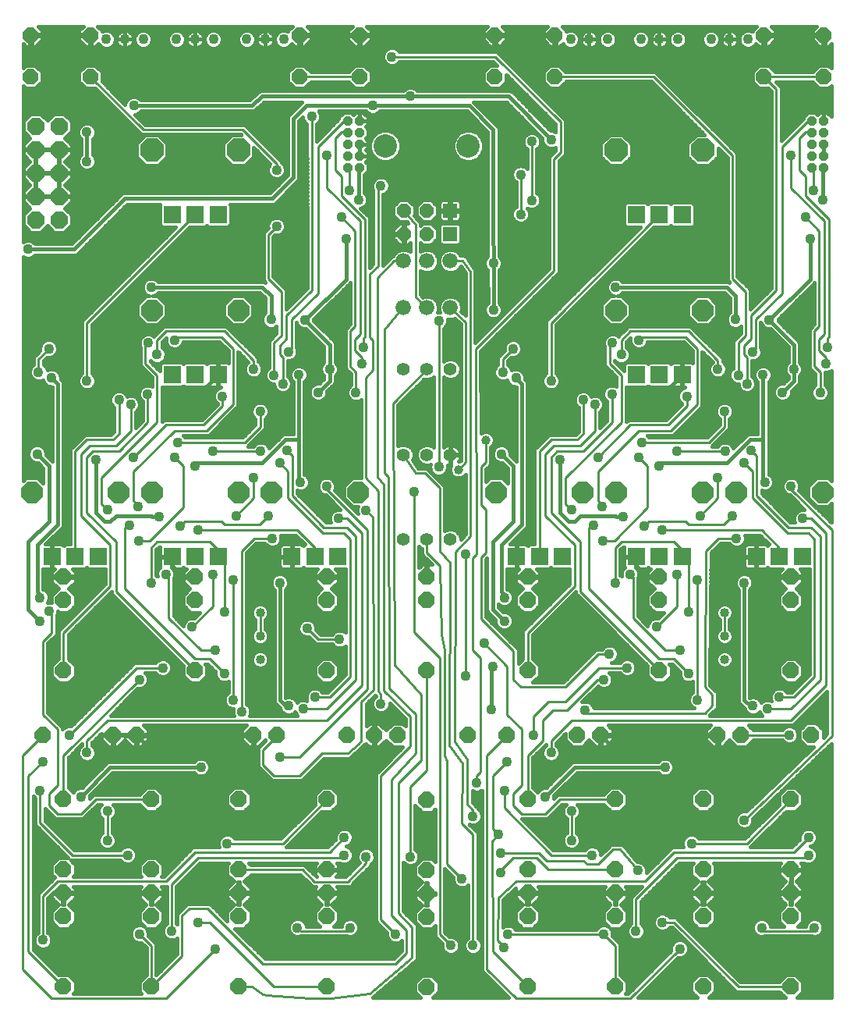
<source format=gbl>
G75*
%MOIN*%
%OFA0B0*%
%FSLAX25Y25*%
%IPPOS*%
%LPD*%
%AMOC8*
5,1,8,0,0,1.08239X$1,22.5*
%
%ADD10R,0.07400X0.07400*%
%ADD11OC8,0.09080*%
%ADD12OC8,0.10000*%
%ADD13OC8,0.06600*%
%ADD14OC8,0.04200*%
%ADD15C,0.04356*%
%ADD16C,0.04000*%
%ADD17OC8,0.07000*%
%ADD18OC8,0.07400*%
%ADD19C,0.05600*%
%ADD20C,0.06600*%
%ADD21R,0.05931X0.05931*%
%ADD22OC8,0.05931*%
%ADD23C,0.10000*%
%ADD24C,0.01600*%
%ADD25C,0.04362*%
%ADD26C,0.03969*%
%ADD27C,0.01000*%
D10*
X0017369Y0192991D03*
X0027212Y0192991D03*
X0037054Y0192991D03*
X0068619Y0192991D03*
X0078462Y0192991D03*
X0088304Y0192991D03*
X0119869Y0192991D03*
X0129712Y0192991D03*
X0139554Y0192991D03*
X0088304Y0270617D03*
X0078462Y0270617D03*
X0068619Y0270617D03*
X0068619Y0339054D03*
X0078462Y0339054D03*
X0088304Y0339054D03*
X0215794Y0192991D03*
X0225637Y0192991D03*
X0235479Y0192991D03*
X0267044Y0192991D03*
X0276887Y0192991D03*
X0286729Y0192991D03*
X0318294Y0192991D03*
X0328137Y0192991D03*
X0337979Y0192991D03*
X0286729Y0270617D03*
X0276887Y0270617D03*
X0267044Y0270617D03*
X0267044Y0339054D03*
X0276887Y0339054D03*
X0286729Y0339054D03*
D11*
X0295391Y0298176D03*
X0258383Y0298176D03*
X0258383Y0220550D03*
X0244141Y0220550D03*
X0207133Y0220550D03*
X0148216Y0220550D03*
X0111208Y0220550D03*
X0096966Y0220550D03*
X0059958Y0220550D03*
X0045716Y0220550D03*
X0008708Y0220550D03*
X0059958Y0298176D03*
X0096966Y0298176D03*
X0295391Y0220550D03*
X0309633Y0220550D03*
X0346641Y0220550D03*
D12*
X0295391Y0366613D03*
X0258383Y0366613D03*
X0096966Y0366613D03*
X0059958Y0366613D03*
D13*
X0033762Y0397900D03*
X0033762Y0415700D03*
X0008162Y0415700D03*
X0008162Y0397900D03*
X0123162Y0397900D03*
X0123162Y0415700D03*
X0148762Y0415700D03*
X0148762Y0397900D03*
X0206587Y0397900D03*
X0206587Y0415700D03*
X0232187Y0415700D03*
X0232187Y0397900D03*
X0321587Y0397900D03*
X0321587Y0415700D03*
X0347187Y0415700D03*
X0347187Y0397900D03*
D14*
X0347025Y0379088D03*
X0347025Y0374088D03*
X0347025Y0369088D03*
X0347025Y0364088D03*
X0347025Y0359088D03*
X0342025Y0359088D03*
X0342025Y0364088D03*
X0342025Y0369088D03*
X0342025Y0374088D03*
X0342025Y0379088D03*
X0148600Y0379088D03*
X0148600Y0374088D03*
X0148600Y0369088D03*
X0148600Y0364088D03*
X0148600Y0359088D03*
X0143600Y0359088D03*
X0143600Y0364088D03*
X0143600Y0369088D03*
X0143600Y0374088D03*
X0143600Y0379088D03*
D15*
X0116336Y0413936D03*
X0108462Y0413936D03*
X0100588Y0413936D03*
X0086336Y0413936D03*
X0078462Y0413936D03*
X0070588Y0413936D03*
X0056336Y0413936D03*
X0048462Y0413936D03*
X0040588Y0413936D03*
X0239013Y0413936D03*
X0246887Y0413936D03*
X0254761Y0413936D03*
X0269013Y0413936D03*
X0276887Y0413936D03*
X0284761Y0413936D03*
X0299013Y0413936D03*
X0306887Y0413936D03*
X0314761Y0413936D03*
D16*
X0304712Y0169113D03*
X0304712Y0159113D03*
X0304712Y0149113D03*
X0106287Y0149113D03*
X0106287Y0159113D03*
X0106287Y0169113D03*
D17*
X0078462Y0174300D03*
X0078462Y0184300D03*
X0078462Y0144300D03*
X0103462Y0116800D03*
X0113462Y0116800D03*
X0097212Y0089300D03*
X0097212Y0059300D03*
X0097212Y0049300D03*
X0097212Y0049300D03*
X0097212Y0039300D03*
X0097212Y0009300D03*
X0059712Y0009300D03*
X0059712Y0039300D03*
X0059712Y0049300D03*
X0059712Y0049300D03*
X0059712Y0059300D03*
X0059712Y0089300D03*
X0053451Y0116800D03*
X0043451Y0116800D03*
X0022212Y0089300D03*
X0013451Y0116800D03*
X0022212Y0144300D03*
X0022212Y0174300D03*
X0022212Y0184300D03*
X0022212Y0059300D03*
X0022212Y0049300D03*
X0022212Y0049300D03*
X0022212Y0039300D03*
X0022212Y0009300D03*
X0134712Y0009300D03*
X0134712Y0039300D03*
X0134712Y0049300D03*
X0134712Y0049300D03*
X0134712Y0059300D03*
X0134712Y0089300D03*
X0143462Y0116800D03*
X0155046Y0116761D03*
X0165046Y0116761D03*
X0177546Y0144536D03*
X0177546Y0174536D03*
X0177546Y0184536D03*
X0134712Y0184300D03*
X0134712Y0174300D03*
X0134712Y0144300D03*
X0177546Y0088985D03*
X0177546Y0058985D03*
X0177546Y0049103D03*
X0177546Y0048985D03*
X0177546Y0039103D03*
X0177546Y0009103D03*
X0220637Y0009300D03*
X0220637Y0039300D03*
X0220637Y0049300D03*
X0220637Y0049300D03*
X0220637Y0059300D03*
X0220637Y0089300D03*
X0211876Y0116800D03*
X0195046Y0116761D03*
X0220637Y0144300D03*
X0220637Y0174300D03*
X0220637Y0184300D03*
X0276887Y0184300D03*
X0276887Y0174300D03*
X0276887Y0144300D03*
X0301887Y0116800D03*
X0311887Y0116800D03*
X0295637Y0089300D03*
X0295637Y0059300D03*
X0295637Y0049300D03*
X0295637Y0049300D03*
X0295637Y0039300D03*
X0295637Y0009300D03*
X0333137Y0009300D03*
X0333137Y0039300D03*
X0333137Y0049300D03*
X0333137Y0049300D03*
X0333137Y0059300D03*
X0333137Y0089300D03*
X0341887Y0116800D03*
X0333137Y0144300D03*
X0333137Y0174300D03*
X0333137Y0184300D03*
X0258137Y0089300D03*
X0251876Y0116800D03*
X0241876Y0116800D03*
X0258137Y0059300D03*
X0258137Y0049300D03*
X0258137Y0049300D03*
X0258137Y0039300D03*
X0258137Y0009300D03*
D18*
X0020337Y0336800D03*
X0020337Y0346800D03*
X0020337Y0356800D03*
X0020337Y0366800D03*
X0020337Y0376800D03*
X0010337Y0376800D03*
X0010337Y0366800D03*
X0010337Y0356800D03*
X0010337Y0346800D03*
X0010337Y0336800D03*
D19*
X0167546Y0273060D03*
X0177546Y0273060D03*
X0187546Y0273060D03*
X0187546Y0236446D03*
X0177546Y0236446D03*
X0167546Y0236446D03*
X0167546Y0200225D03*
X0177546Y0200225D03*
X0187546Y0200225D03*
D20*
X0187546Y0299280D03*
X0177546Y0299280D03*
X0167546Y0299280D03*
X0167546Y0319280D03*
X0177546Y0319280D03*
X0187546Y0319280D03*
D21*
X0187389Y0330776D03*
X0187389Y0340776D03*
D22*
X0177546Y0340776D03*
X0167704Y0340776D03*
X0167704Y0330776D03*
X0177546Y0330776D03*
D23*
X0159830Y0368335D03*
X0195263Y0368335D03*
D24*
X0201280Y0371056D02*
X0203493Y0371056D01*
X0203493Y0369458D02*
X0201863Y0369458D01*
X0201863Y0369648D02*
X0200858Y0372074D01*
X0199002Y0373931D01*
X0196576Y0374935D01*
X0193950Y0374935D01*
X0191524Y0373931D01*
X0189668Y0372074D01*
X0188663Y0369648D01*
X0188663Y0367023D01*
X0189668Y0364597D01*
X0191524Y0362740D01*
X0193950Y0361735D01*
X0196576Y0361735D01*
X0199002Y0362740D01*
X0200858Y0364597D01*
X0201863Y0367023D01*
X0201863Y0369648D01*
X0201863Y0367859D02*
X0203493Y0367859D01*
X0203493Y0366261D02*
X0201547Y0366261D01*
X0200885Y0364662D02*
X0203493Y0364662D01*
X0203493Y0363064D02*
X0199325Y0363064D01*
X0203493Y0361465D02*
X0151455Y0361465D01*
X0151332Y0361588D02*
X0152300Y0362556D01*
X0152300Y0364088D01*
X0148600Y0364088D01*
X0148600Y0364088D01*
X0152300Y0364088D01*
X0152300Y0365621D01*
X0151332Y0366588D01*
X0152300Y0367556D01*
X0152300Y0369088D01*
X0148600Y0369088D01*
X0148600Y0369088D01*
X0148600Y0365388D01*
X0148600Y0364089D01*
X0148599Y0364089D01*
X0148599Y0369088D01*
X0148600Y0369088D01*
X0152300Y0369088D01*
X0152300Y0370621D01*
X0151332Y0371588D01*
X0152300Y0372556D01*
X0152300Y0375621D01*
X0151332Y0376588D01*
X0152300Y0377556D01*
X0152300Y0379088D01*
X0148600Y0379088D01*
X0148600Y0379088D01*
X0152300Y0379088D01*
X0152300Y0380621D01*
X0150132Y0382788D01*
X0148600Y0382788D01*
X0148600Y0379089D01*
X0148599Y0379089D01*
X0148599Y0382788D01*
X0147067Y0382788D01*
X0146100Y0381821D01*
X0145132Y0382788D01*
X0142067Y0382788D01*
X0139900Y0380621D01*
X0139900Y0379958D01*
X0130452Y0370510D01*
X0130439Y0377713D01*
X0130476Y0377728D01*
X0131539Y0378792D01*
X0132115Y0380182D01*
X0132115Y0381686D01*
X0131539Y0383076D01*
X0131357Y0383258D01*
X0151371Y0383258D01*
X0152176Y0382453D01*
X0153566Y0381877D01*
X0155070Y0381877D01*
X0156460Y0382453D01*
X0157265Y0383258D01*
X0194662Y0383258D01*
X0203493Y0374428D01*
X0203493Y0334349D01*
X0203491Y0334345D01*
X0203493Y0333873D01*
X0203493Y0333399D01*
X0203495Y0333395D01*
X0203540Y0321263D01*
X0202746Y0320469D01*
X0202170Y0319079D01*
X0202170Y0317575D01*
X0202746Y0316185D01*
X0203563Y0315368D01*
X0203619Y0301320D01*
X0202825Y0300526D01*
X0202250Y0299137D01*
X0202250Y0297633D01*
X0202825Y0296243D01*
X0203889Y0295179D01*
X0205279Y0294604D01*
X0206783Y0294604D01*
X0208172Y0295179D01*
X0209236Y0296243D01*
X0209812Y0297633D01*
X0209812Y0299137D01*
X0209236Y0300526D01*
X0208419Y0301344D01*
X0208363Y0315391D01*
X0209157Y0316185D01*
X0209733Y0317575D01*
X0209733Y0319079D01*
X0209157Y0320469D01*
X0208340Y0321285D01*
X0208293Y0333881D01*
X0208293Y0375899D01*
X0207927Y0376782D01*
X0207252Y0377457D01*
X0197514Y0387195D01*
X0211576Y0387195D01*
X0226856Y0371583D01*
X0226856Y0370398D01*
X0227431Y0369009D01*
X0228495Y0367945D01*
X0229885Y0367369D01*
X0231389Y0367369D01*
X0232533Y0367843D01*
X0232533Y0366449D01*
X0229777Y0363693D01*
X0229777Y0316056D01*
X0198150Y0284429D01*
X0198150Y0314584D01*
X0198280Y0315233D01*
X0198150Y0315428D01*
X0198150Y0315662D01*
X0197682Y0316130D01*
X0194973Y0320194D01*
X0194960Y0320478D01*
X0194507Y0320893D01*
X0194165Y0321405D01*
X0193887Y0321461D01*
X0193677Y0321653D01*
X0193063Y0321626D01*
X0192460Y0321746D01*
X0192223Y0321589D01*
X0191900Y0321574D01*
X0191700Y0322056D01*
X0190322Y0323434D01*
X0188521Y0324180D01*
X0186572Y0324180D01*
X0184771Y0323434D01*
X0183392Y0322056D01*
X0182646Y0320255D01*
X0182646Y0318306D01*
X0183392Y0316505D01*
X0184771Y0315126D01*
X0186572Y0314380D01*
X0188521Y0314380D01*
X0190322Y0315126D01*
X0191700Y0316505D01*
X0191963Y0317138D01*
X0193950Y0314156D01*
X0193950Y0296204D01*
X0192235Y0297795D01*
X0192446Y0298306D01*
X0192446Y0300255D01*
X0191700Y0302056D01*
X0190322Y0303434D01*
X0188521Y0304180D01*
X0186572Y0304180D01*
X0184771Y0303434D01*
X0183392Y0302056D01*
X0182646Y0300255D01*
X0182646Y0298306D01*
X0182976Y0297510D01*
X0182117Y0297510D01*
X0182446Y0298306D01*
X0182446Y0300255D01*
X0181700Y0302056D01*
X0180322Y0303434D01*
X0178521Y0304180D01*
X0176572Y0304180D01*
X0175717Y0303826D01*
X0174725Y0304954D01*
X0174725Y0315172D01*
X0174771Y0315126D01*
X0176572Y0314380D01*
X0178521Y0314380D01*
X0180322Y0315126D01*
X0181700Y0316505D01*
X0182446Y0318306D01*
X0182446Y0320255D01*
X0181700Y0322056D01*
X0180322Y0323434D01*
X0178521Y0324180D01*
X0176572Y0324180D01*
X0174771Y0323434D01*
X0174725Y0323389D01*
X0174725Y0327141D01*
X0175655Y0326211D01*
X0179437Y0326211D01*
X0182112Y0328885D01*
X0182112Y0332667D01*
X0179437Y0335342D01*
X0175655Y0335342D01*
X0174725Y0334411D01*
X0174725Y0334776D01*
X0174795Y0335547D01*
X0174725Y0335631D01*
X0174725Y0335741D01*
X0174177Y0336288D01*
X0172130Y0338746D01*
X0172269Y0338885D01*
X0172269Y0342667D01*
X0169595Y0345342D01*
X0165813Y0345342D01*
X0163138Y0342667D01*
X0163138Y0338885D01*
X0165813Y0336211D01*
X0168775Y0336211D01*
X0169499Y0335342D01*
X0167987Y0335342D01*
X0167987Y0331059D01*
X0167421Y0331059D01*
X0167421Y0330494D01*
X0163138Y0330494D01*
X0163138Y0328885D01*
X0165813Y0326211D01*
X0167421Y0326211D01*
X0167421Y0330494D01*
X0167987Y0330494D01*
X0167987Y0326211D01*
X0169595Y0326211D01*
X0170525Y0327141D01*
X0170525Y0323231D01*
X0170322Y0323434D01*
X0168521Y0324180D01*
X0166572Y0324180D01*
X0164771Y0323434D01*
X0163392Y0322056D01*
X0163113Y0321380D01*
X0162661Y0321380D01*
X0158780Y0317500D01*
X0158780Y0347694D01*
X0160003Y0348201D01*
X0161067Y0349264D01*
X0161642Y0350654D01*
X0161642Y0352158D01*
X0161067Y0353548D01*
X0160003Y0354612D01*
X0158613Y0355187D01*
X0157109Y0355187D01*
X0155720Y0354612D01*
X0154656Y0353548D01*
X0154080Y0352158D01*
X0154080Y0350654D01*
X0154580Y0349447D01*
X0154580Y0318024D01*
X0153062Y0316506D01*
X0153062Y0337920D01*
X0149213Y0341769D01*
X0149214Y0341769D01*
X0150604Y0342345D01*
X0151667Y0343408D01*
X0152243Y0344798D01*
X0152243Y0346302D01*
X0151667Y0347692D01*
X0150862Y0348497D01*
X0150862Y0356118D01*
X0152300Y0357556D01*
X0152300Y0360621D01*
X0151332Y0361588D01*
X0152300Y0363064D02*
X0155768Y0363064D01*
X0156091Y0362740D02*
X0158517Y0361735D01*
X0161143Y0361735D01*
X0163568Y0362740D01*
X0165425Y0364597D01*
X0166430Y0367023D01*
X0166430Y0369648D01*
X0165425Y0372074D01*
X0163568Y0373931D01*
X0161143Y0374935D01*
X0158517Y0374935D01*
X0156091Y0373931D01*
X0154235Y0372074D01*
X0153230Y0369648D01*
X0153230Y0367023D01*
X0154235Y0364597D01*
X0156091Y0362740D01*
X0154208Y0364662D02*
X0152300Y0364662D01*
X0151660Y0366261D02*
X0153545Y0366261D01*
X0153230Y0367859D02*
X0152300Y0367859D01*
X0152300Y0369458D02*
X0153230Y0369458D01*
X0153813Y0371056D02*
X0151864Y0371056D01*
X0152300Y0372655D02*
X0154815Y0372655D01*
X0156870Y0374253D02*
X0152300Y0374253D01*
X0152069Y0375852D02*
X0202069Y0375852D01*
X0203493Y0374253D02*
X0198223Y0374253D01*
X0200278Y0372655D02*
X0203493Y0372655D01*
X0205893Y0375422D02*
X0205893Y0333877D01*
X0205952Y0318327D01*
X0206031Y0298385D01*
X0208919Y0295926D02*
X0209648Y0295926D01*
X0209767Y0297525D02*
X0211246Y0297525D01*
X0209812Y0299123D02*
X0212845Y0299123D01*
X0214443Y0300722D02*
X0209041Y0300722D01*
X0208415Y0302320D02*
X0216042Y0302320D01*
X0217640Y0303919D02*
X0208409Y0303919D01*
X0208402Y0305517D02*
X0219239Y0305517D01*
X0220837Y0307116D02*
X0208396Y0307116D01*
X0208390Y0308714D02*
X0222436Y0308714D01*
X0224034Y0310313D02*
X0208383Y0310313D01*
X0208377Y0311911D02*
X0225633Y0311911D01*
X0227231Y0313510D02*
X0208371Y0313510D01*
X0208364Y0315108D02*
X0228830Y0315108D01*
X0229777Y0316707D02*
X0209373Y0316707D01*
X0209733Y0318305D02*
X0229777Y0318305D01*
X0229777Y0319904D02*
X0209391Y0319904D01*
X0208340Y0321502D02*
X0229777Y0321502D01*
X0229777Y0323101D02*
X0208334Y0323101D01*
X0208327Y0324699D02*
X0229777Y0324699D01*
X0229777Y0326298D02*
X0208321Y0326298D01*
X0208315Y0327896D02*
X0229777Y0327896D01*
X0229777Y0329495D02*
X0208309Y0329495D01*
X0208303Y0331093D02*
X0229777Y0331093D01*
X0229777Y0332692D02*
X0208297Y0332692D01*
X0208293Y0334290D02*
X0229777Y0334290D01*
X0229777Y0335889D02*
X0219587Y0335889D01*
X0219846Y0335996D02*
X0218456Y0335420D01*
X0216952Y0335420D01*
X0215562Y0335996D01*
X0214498Y0337060D01*
X0213923Y0338449D01*
X0213923Y0339954D01*
X0214498Y0341343D01*
X0215562Y0342407D01*
X0215604Y0342424D01*
X0215604Y0352908D01*
X0215562Y0352925D01*
X0214498Y0353989D01*
X0213923Y0355379D01*
X0213923Y0356883D01*
X0214498Y0358273D01*
X0215562Y0359336D01*
X0216952Y0359912D01*
X0218456Y0359912D01*
X0219846Y0359336D01*
X0220328Y0358854D01*
X0220328Y0367081D01*
X0220286Y0367098D01*
X0219223Y0368162D01*
X0218647Y0369552D01*
X0218647Y0371056D01*
X0219223Y0372446D01*
X0220286Y0373509D01*
X0221676Y0374085D01*
X0223180Y0374085D01*
X0224570Y0373509D01*
X0225634Y0372446D01*
X0226209Y0371056D01*
X0226856Y0371056D01*
X0226209Y0371056D02*
X0226209Y0369552D01*
X0225634Y0368162D01*
X0224570Y0367098D01*
X0224528Y0367081D01*
X0224528Y0348330D01*
X0224570Y0348313D01*
X0225634Y0347249D01*
X0226209Y0345859D01*
X0226209Y0344355D01*
X0225634Y0342965D01*
X0224570Y0341902D01*
X0223180Y0341326D01*
X0221676Y0341326D01*
X0220397Y0341856D01*
X0220909Y0341343D01*
X0221485Y0339954D01*
X0221485Y0338449D01*
X0220909Y0337060D01*
X0219846Y0335996D01*
X0221086Y0337487D02*
X0229777Y0337487D01*
X0229777Y0339086D02*
X0221485Y0339086D01*
X0221182Y0340684D02*
X0229777Y0340684D01*
X0229777Y0342283D02*
X0224951Y0342283D01*
X0226013Y0343881D02*
X0229777Y0343881D01*
X0229777Y0345480D02*
X0226209Y0345480D01*
X0225704Y0347078D02*
X0229777Y0347078D01*
X0229777Y0348677D02*
X0224528Y0348677D01*
X0224528Y0350275D02*
X0229777Y0350275D01*
X0229777Y0351874D02*
X0224528Y0351874D01*
X0224528Y0353472D02*
X0229777Y0353472D01*
X0229777Y0355071D02*
X0224528Y0355071D01*
X0224528Y0356670D02*
X0229777Y0356670D01*
X0229777Y0358268D02*
X0224528Y0358268D01*
X0224528Y0359867D02*
X0229777Y0359867D01*
X0229777Y0361465D02*
X0224528Y0361465D01*
X0224528Y0363064D02*
X0229777Y0363064D01*
X0230746Y0364662D02*
X0224528Y0364662D01*
X0224528Y0366261D02*
X0232344Y0366261D01*
X0228702Y0367859D02*
X0225331Y0367859D01*
X0226170Y0369458D02*
X0227245Y0369458D01*
X0225807Y0372655D02*
X0225425Y0372655D01*
X0224242Y0374253D02*
X0208293Y0374253D01*
X0208293Y0372655D02*
X0219432Y0372655D01*
X0218647Y0371056D02*
X0208293Y0371056D01*
X0208293Y0369458D02*
X0218686Y0369458D01*
X0219526Y0367859D02*
X0208293Y0367859D01*
X0208293Y0366261D02*
X0220328Y0366261D01*
X0220328Y0364662D02*
X0208293Y0364662D01*
X0208293Y0363064D02*
X0220328Y0363064D01*
X0220328Y0361465D02*
X0208293Y0361465D01*
X0208293Y0359867D02*
X0216842Y0359867D01*
X0218565Y0359867D02*
X0220328Y0359867D01*
X0214497Y0358268D02*
X0208293Y0358268D01*
X0208293Y0356670D02*
X0213923Y0356670D01*
X0214050Y0355071D02*
X0208293Y0355071D01*
X0208293Y0353472D02*
X0215015Y0353472D01*
X0215604Y0351874D02*
X0208293Y0351874D01*
X0208293Y0350275D02*
X0215604Y0350275D01*
X0215604Y0348677D02*
X0208293Y0348677D01*
X0208293Y0347078D02*
X0215604Y0347078D01*
X0215604Y0345480D02*
X0208293Y0345480D01*
X0208293Y0343881D02*
X0215604Y0343881D01*
X0215438Y0342283D02*
X0208293Y0342283D01*
X0208293Y0340684D02*
X0214225Y0340684D01*
X0213923Y0339086D02*
X0208293Y0339086D01*
X0208293Y0337487D02*
X0214321Y0337487D01*
X0215821Y0335889D02*
X0208293Y0335889D01*
X0203493Y0335889D02*
X0174577Y0335889D01*
X0175655Y0336211D02*
X0179437Y0336211D01*
X0182112Y0338885D01*
X0182112Y0342667D01*
X0179437Y0345342D01*
X0175655Y0345342D01*
X0172981Y0342667D01*
X0172981Y0338885D01*
X0175655Y0336211D01*
X0174379Y0337487D02*
X0173178Y0337487D01*
X0172981Y0339086D02*
X0172269Y0339086D01*
X0172269Y0340684D02*
X0172981Y0340684D01*
X0172981Y0342283D02*
X0172269Y0342283D01*
X0171055Y0343881D02*
X0174195Y0343881D01*
X0180898Y0343881D02*
X0182824Y0343881D01*
X0182824Y0343952D02*
X0182824Y0341059D01*
X0187106Y0341059D01*
X0187106Y0340494D01*
X0182824Y0340494D01*
X0182824Y0337600D01*
X0182933Y0337193D01*
X0183143Y0336829D01*
X0183441Y0336531D01*
X0183806Y0336320D01*
X0184213Y0336211D01*
X0187106Y0336211D01*
X0187106Y0340494D01*
X0187672Y0340494D01*
X0187672Y0341059D01*
X0191954Y0341059D01*
X0191954Y0343952D01*
X0191845Y0344359D01*
X0191635Y0344724D01*
X0191337Y0345022D01*
X0190972Y0345233D01*
X0190565Y0345342D01*
X0187672Y0345342D01*
X0187672Y0341059D01*
X0187106Y0341059D01*
X0187106Y0345342D01*
X0184213Y0345342D01*
X0183806Y0345233D01*
X0183441Y0345022D01*
X0183143Y0344724D01*
X0182933Y0344359D01*
X0182824Y0343952D01*
X0182824Y0342283D02*
X0182112Y0342283D01*
X0182112Y0340684D02*
X0187106Y0340684D01*
X0187672Y0340684D02*
X0203493Y0340684D01*
X0203493Y0339086D02*
X0191954Y0339086D01*
X0191954Y0340494D02*
X0191954Y0337600D01*
X0191845Y0337193D01*
X0191635Y0336829D01*
X0191337Y0336531D01*
X0190972Y0336320D01*
X0190565Y0336211D01*
X0187672Y0336211D01*
X0187672Y0340494D01*
X0191954Y0340494D01*
X0191954Y0342283D02*
X0203493Y0342283D01*
X0203493Y0343881D02*
X0191954Y0343881D01*
X0187672Y0343881D02*
X0187106Y0343881D01*
X0187106Y0342283D02*
X0187672Y0342283D01*
X0187672Y0339086D02*
X0187106Y0339086D01*
X0187106Y0337487D02*
X0187672Y0337487D01*
X0191017Y0335342D02*
X0191954Y0334404D01*
X0191954Y0327148D01*
X0191017Y0326211D01*
X0183761Y0326211D01*
X0182824Y0327148D01*
X0182824Y0334404D01*
X0183761Y0335342D01*
X0191017Y0335342D01*
X0191954Y0334290D02*
X0203491Y0334290D01*
X0203497Y0332692D02*
X0191954Y0332692D01*
X0191954Y0331093D02*
X0203503Y0331093D01*
X0203509Y0329495D02*
X0191954Y0329495D01*
X0191954Y0327896D02*
X0203515Y0327896D01*
X0203521Y0326298D02*
X0191104Y0326298D01*
X0190656Y0323101D02*
X0203534Y0323101D01*
X0203527Y0324699D02*
X0174725Y0324699D01*
X0174725Y0326298D02*
X0175569Y0326298D01*
X0179524Y0326298D02*
X0183674Y0326298D01*
X0182824Y0327896D02*
X0181123Y0327896D01*
X0182112Y0329495D02*
X0182824Y0329495D01*
X0182824Y0331093D02*
X0182112Y0331093D01*
X0182087Y0332692D02*
X0182824Y0332692D01*
X0182824Y0334290D02*
X0180489Y0334290D01*
X0180714Y0337487D02*
X0182854Y0337487D01*
X0182824Y0339086D02*
X0182112Y0339086D01*
X0191924Y0337487D02*
X0203493Y0337487D01*
X0203493Y0345480D02*
X0158780Y0345480D01*
X0158780Y0347078D02*
X0203493Y0347078D01*
X0203493Y0348677D02*
X0160479Y0348677D01*
X0161486Y0350275D02*
X0203493Y0350275D01*
X0203493Y0351874D02*
X0161642Y0351874D01*
X0161098Y0353472D02*
X0203493Y0353472D01*
X0203493Y0355071D02*
X0158894Y0355071D01*
X0156828Y0355071D02*
X0150862Y0355071D01*
X0150862Y0353472D02*
X0154625Y0353472D01*
X0154080Y0351874D02*
X0150862Y0351874D01*
X0150862Y0350275D02*
X0154237Y0350275D01*
X0154580Y0348677D02*
X0150862Y0348677D01*
X0151921Y0347078D02*
X0154580Y0347078D01*
X0154580Y0345480D02*
X0152243Y0345480D01*
X0151863Y0343881D02*
X0154580Y0343881D01*
X0154580Y0342283D02*
X0150455Y0342283D01*
X0150297Y0340684D02*
X0154580Y0340684D01*
X0154580Y0339086D02*
X0151896Y0339086D01*
X0153062Y0337487D02*
X0154580Y0337487D01*
X0154580Y0335889D02*
X0153062Y0335889D01*
X0153062Y0334290D02*
X0154580Y0334290D01*
X0154580Y0332692D02*
X0153062Y0332692D01*
X0153062Y0331093D02*
X0154580Y0331093D01*
X0154580Y0329495D02*
X0153062Y0329495D01*
X0153062Y0327896D02*
X0154580Y0327896D01*
X0154580Y0326298D02*
X0153062Y0326298D01*
X0153062Y0324699D02*
X0154580Y0324699D01*
X0154580Y0323101D02*
X0153062Y0323101D01*
X0153062Y0321502D02*
X0154580Y0321502D01*
X0154580Y0319904D02*
X0153062Y0319904D01*
X0153062Y0318305D02*
X0154580Y0318305D01*
X0153263Y0316707D02*
X0153062Y0316707D01*
X0158780Y0318305D02*
X0159586Y0318305D01*
X0158780Y0319904D02*
X0161184Y0319904D01*
X0163163Y0321502D02*
X0158780Y0321502D01*
X0158780Y0323101D02*
X0164437Y0323101D01*
X0165726Y0326298D02*
X0158780Y0326298D01*
X0158780Y0327896D02*
X0164128Y0327896D01*
X0163138Y0329495D02*
X0158780Y0329495D01*
X0158780Y0331093D02*
X0163138Y0331093D01*
X0163138Y0331059D02*
X0167421Y0331059D01*
X0167421Y0335342D01*
X0165813Y0335342D01*
X0163138Y0332667D01*
X0163138Y0331059D01*
X0163163Y0332692D02*
X0158780Y0332692D01*
X0158780Y0334290D02*
X0164761Y0334290D01*
X0167421Y0334290D02*
X0167987Y0334290D01*
X0167987Y0332692D02*
X0167421Y0332692D01*
X0167421Y0331093D02*
X0167987Y0331093D01*
X0167987Y0329495D02*
X0167421Y0329495D01*
X0167421Y0327896D02*
X0167987Y0327896D01*
X0167987Y0326298D02*
X0167421Y0326298D01*
X0169682Y0326298D02*
X0170525Y0326298D01*
X0170525Y0324699D02*
X0158780Y0324699D01*
X0158780Y0335889D02*
X0169043Y0335889D01*
X0164536Y0337487D02*
X0158780Y0337487D01*
X0158780Y0339086D02*
X0163138Y0339086D01*
X0163138Y0340684D02*
X0158780Y0340684D01*
X0158780Y0342283D02*
X0163138Y0342283D01*
X0164353Y0343881D02*
X0158780Y0343881D01*
X0148462Y0345550D02*
X0148462Y0358951D01*
X0151413Y0356670D02*
X0203493Y0356670D01*
X0203493Y0358268D02*
X0152300Y0358268D01*
X0152300Y0359867D02*
X0203493Y0359867D01*
X0191201Y0363064D02*
X0163892Y0363064D01*
X0165452Y0364662D02*
X0189641Y0364662D01*
X0188979Y0366261D02*
X0166114Y0366261D01*
X0166430Y0367859D02*
X0188663Y0367859D01*
X0188663Y0369458D02*
X0166430Y0369458D01*
X0165847Y0371056D02*
X0189246Y0371056D01*
X0190248Y0372655D02*
X0164844Y0372655D01*
X0162790Y0374253D02*
X0192303Y0374253D01*
X0197274Y0380647D02*
X0152273Y0380647D01*
X0152300Y0379049D02*
X0198872Y0379049D01*
X0200471Y0377450D02*
X0152194Y0377450D01*
X0148599Y0380647D02*
X0148600Y0380647D01*
X0148599Y0382246D02*
X0148600Y0382246D01*
X0150675Y0382246D02*
X0152676Y0382246D01*
X0155960Y0382246D02*
X0195675Y0382246D01*
X0195657Y0385658D02*
X0205893Y0375422D01*
X0208293Y0375852D02*
X0222678Y0375852D01*
X0221114Y0377450D02*
X0207259Y0377450D01*
X0205660Y0379049D02*
X0219549Y0379049D01*
X0217985Y0380647D02*
X0204062Y0380647D01*
X0202463Y0382246D02*
X0216420Y0382246D01*
X0214856Y0383844D02*
X0200865Y0383844D01*
X0199266Y0385443D02*
X0213292Y0385443D01*
X0211727Y0387041D02*
X0197668Y0387041D01*
X0195657Y0385658D02*
X0154318Y0385658D01*
X0125972Y0385658D01*
X0120460Y0380146D01*
X0120460Y0354950D01*
X0111405Y0345894D01*
X0048413Y0345894D01*
X0026759Y0324241D01*
X0007571Y0324241D01*
X0007137Y0324675D01*
X0007137Y0324304D01*
X0007074Y0324241D01*
X0009683Y0321502D02*
X0057940Y0321502D01*
X0056342Y0319904D02*
X0005012Y0319904D01*
X0005012Y0321003D02*
X0006322Y0320460D01*
X0007826Y0320460D01*
X0009216Y0321035D01*
X0010021Y0321841D01*
X0027236Y0321841D01*
X0028118Y0322206D01*
X0028794Y0322881D01*
X0049407Y0343494D01*
X0063397Y0343494D01*
X0063319Y0343417D01*
X0063319Y0334691D01*
X0064256Y0333754D01*
X0070192Y0333754D01*
X0031342Y0294904D01*
X0030112Y0293674D01*
X0030112Y0271273D01*
X0030070Y0271255D01*
X0029006Y0270192D01*
X0028431Y0268802D01*
X0028431Y0267298D01*
X0029006Y0265908D01*
X0030070Y0264845D01*
X0031460Y0264269D01*
X0032964Y0264269D01*
X0034354Y0264845D01*
X0035417Y0265908D01*
X0035993Y0267298D01*
X0035993Y0268802D01*
X0035417Y0270192D01*
X0034354Y0271255D01*
X0034312Y0271273D01*
X0034312Y0291934D01*
X0076132Y0333754D01*
X0082824Y0333754D01*
X0083383Y0334312D01*
X0083941Y0333754D01*
X0092667Y0333754D01*
X0093604Y0334691D01*
X0093604Y0343417D01*
X0093526Y0343494D01*
X0111882Y0343494D01*
X0112764Y0343860D01*
X0113439Y0344535D01*
X0122494Y0353590D01*
X0122860Y0354472D01*
X0122860Y0379152D01*
X0124553Y0380845D01*
X0124553Y0380182D01*
X0125128Y0378792D01*
X0126192Y0377728D01*
X0126239Y0377709D01*
X0126360Y0307668D01*
X0117437Y0298745D01*
X0117437Y0307045D01*
X0116207Y0308275D01*
X0111812Y0312670D01*
X0111812Y0329552D01*
X0112579Y0330320D01*
X0112621Y0330302D01*
X0114125Y0330302D01*
X0115515Y0330878D01*
X0116579Y0331942D01*
X0117154Y0333331D01*
X0117154Y0334836D01*
X0116579Y0336225D01*
X0115515Y0337289D01*
X0114125Y0337865D01*
X0112621Y0337865D01*
X0111231Y0337289D01*
X0110168Y0336225D01*
X0109592Y0334836D01*
X0109592Y0333331D01*
X0109609Y0333290D01*
X0107612Y0331292D01*
X0107612Y0310930D01*
X0108377Y0310165D01*
X0107689Y0310450D01*
X0062659Y0310450D01*
X0061854Y0311255D01*
X0060464Y0311831D01*
X0058960Y0311831D01*
X0057570Y0311255D01*
X0056506Y0310192D01*
X0055931Y0308802D01*
X0055931Y0307298D01*
X0056506Y0305908D01*
X0057570Y0304845D01*
X0058846Y0304316D01*
X0057414Y0304316D01*
X0053818Y0300719D01*
X0053818Y0295633D01*
X0057414Y0292036D01*
X0062501Y0292036D01*
X0066098Y0295633D01*
X0066098Y0300719D01*
X0062501Y0304316D01*
X0060578Y0304316D01*
X0061854Y0304845D01*
X0062659Y0305650D01*
X0106218Y0305650D01*
X0108562Y0303306D01*
X0108562Y0297247D01*
X0107756Y0296442D01*
X0107181Y0295052D01*
X0107181Y0293548D01*
X0107756Y0292158D01*
X0108820Y0291095D01*
X0110210Y0290519D01*
X0111714Y0290519D01*
X0113104Y0291095D01*
X0113237Y0291228D01*
X0113237Y0288295D01*
X0110112Y0285170D01*
X0110112Y0273773D01*
X0110070Y0273755D01*
X0109006Y0272692D01*
X0108431Y0271302D01*
X0108431Y0269798D01*
X0109006Y0268408D01*
X0110070Y0267345D01*
X0111460Y0266769D01*
X0112181Y0266769D01*
X0112181Y0266048D01*
X0112756Y0264658D01*
X0113820Y0263595D01*
X0115210Y0263019D01*
X0116714Y0263019D01*
X0118104Y0263595D01*
X0119167Y0264658D01*
X0119743Y0266048D01*
X0119743Y0267552D01*
X0119167Y0268942D01*
X0118104Y0270005D01*
X0118062Y0270023D01*
X0118062Y0276769D01*
X0119214Y0276769D01*
X0120604Y0277345D01*
X0121667Y0278408D01*
X0122243Y0279798D01*
X0122243Y0281302D01*
X0121812Y0282343D01*
X0121812Y0292981D01*
X0122256Y0291908D01*
X0123320Y0290845D01*
X0124710Y0290269D01*
X0125849Y0290269D01*
X0133562Y0282556D01*
X0133562Y0275997D01*
X0132756Y0275192D01*
X0132181Y0273802D01*
X0132181Y0272298D01*
X0132756Y0270908D01*
X0133562Y0270103D01*
X0133562Y0269044D01*
X0131474Y0266956D01*
X0130335Y0266956D01*
X0128945Y0266380D01*
X0127881Y0265317D01*
X0127306Y0263927D01*
X0127306Y0262423D01*
X0127881Y0261033D01*
X0128945Y0259970D01*
X0130335Y0259394D01*
X0131839Y0259394D01*
X0133229Y0259970D01*
X0134292Y0261033D01*
X0134868Y0262423D01*
X0134868Y0263562D01*
X0137321Y0266015D01*
X0137321Y0266015D01*
X0137996Y0266691D01*
X0138362Y0267573D01*
X0138362Y0270103D01*
X0139167Y0270908D01*
X0139743Y0272298D01*
X0139743Y0273802D01*
X0139167Y0275192D01*
X0138362Y0275997D01*
X0138362Y0284027D01*
X0137996Y0284909D01*
X0129243Y0293663D01*
X0129243Y0294437D01*
X0144321Y0309515D01*
X0144737Y0309931D01*
X0144737Y0292295D01*
X0142612Y0290170D01*
X0142612Y0273430D01*
X0143842Y0272200D01*
X0145112Y0270930D01*
X0145112Y0266273D01*
X0145070Y0266255D01*
X0144006Y0265192D01*
X0143431Y0263802D01*
X0143431Y0262298D01*
X0144006Y0260908D01*
X0145070Y0259845D01*
X0146460Y0259269D01*
X0147964Y0259269D01*
X0149354Y0259845D01*
X0149462Y0259953D01*
X0149462Y0226690D01*
X0145672Y0226690D01*
X0142076Y0223093D01*
X0142076Y0218007D01*
X0145672Y0214410D01*
X0148127Y0214410D01*
X0147781Y0213576D01*
X0147781Y0212072D01*
X0148043Y0211438D01*
X0138109Y0221372D01*
X0138493Y0222298D01*
X0138493Y0223802D01*
X0137917Y0225192D01*
X0136854Y0226255D01*
X0135464Y0226831D01*
X0133960Y0226831D01*
X0132570Y0226255D01*
X0131506Y0225192D01*
X0130931Y0223802D01*
X0130931Y0222298D01*
X0131506Y0220908D01*
X0132570Y0219845D01*
X0133960Y0219269D01*
X0134273Y0219269D01*
X0140461Y0213081D01*
X0138960Y0213081D01*
X0137570Y0212505D01*
X0136506Y0211442D01*
X0135931Y0210052D01*
X0135931Y0208548D01*
X0136303Y0207650D01*
X0134457Y0207650D01*
X0122187Y0219920D01*
X0122187Y0221287D01*
X0122835Y0221019D01*
X0124339Y0221019D01*
X0125729Y0221595D01*
X0126792Y0222658D01*
X0127368Y0224048D01*
X0127368Y0225552D01*
X0126792Y0226942D01*
X0125729Y0228005D01*
X0125237Y0228209D01*
X0125237Y0267728D01*
X0126042Y0268533D01*
X0126618Y0269923D01*
X0126618Y0271427D01*
X0126042Y0272817D01*
X0124979Y0273880D01*
X0123589Y0274456D01*
X0122085Y0274456D01*
X0120695Y0273880D01*
X0119631Y0272817D01*
X0119056Y0271427D01*
X0119056Y0269923D01*
X0119631Y0268533D01*
X0120437Y0267728D01*
X0120437Y0245450D01*
X0116734Y0245450D01*
X0115852Y0245085D01*
X0115177Y0244409D01*
X0110134Y0239366D01*
X0109792Y0240192D01*
X0108729Y0241255D01*
X0107339Y0241831D01*
X0105835Y0241831D01*
X0104445Y0241255D01*
X0103381Y0240192D01*
X0103364Y0240150D01*
X0101032Y0240150D01*
X0101812Y0240930D01*
X0108437Y0247555D01*
X0108437Y0251827D01*
X0108479Y0251845D01*
X0109542Y0252908D01*
X0110118Y0254298D01*
X0110118Y0255802D01*
X0109542Y0257192D01*
X0108479Y0258255D01*
X0107089Y0258831D01*
X0105585Y0258831D01*
X0104195Y0258255D01*
X0103131Y0257192D01*
X0102556Y0255802D01*
X0102556Y0254298D01*
X0103131Y0252908D01*
X0104195Y0251845D01*
X0104237Y0251827D01*
X0104237Y0249295D01*
X0098842Y0243900D01*
X0074184Y0243900D01*
X0074167Y0243942D01*
X0073409Y0244700D01*
X0084332Y0244700D01*
X0095582Y0255950D01*
X0096812Y0257180D01*
X0096812Y0280480D01*
X0101178Y0276114D01*
X0100256Y0275192D01*
X0099681Y0273802D01*
X0099681Y0272298D01*
X0100256Y0270908D01*
X0101320Y0269845D01*
X0102710Y0269269D01*
X0104214Y0269269D01*
X0105604Y0269845D01*
X0106667Y0270908D01*
X0107243Y0272298D01*
X0107243Y0273802D01*
X0106667Y0275192D01*
X0105604Y0276255D01*
X0105562Y0276273D01*
X0105562Y0277670D01*
X0104332Y0278900D01*
X0091832Y0291400D01*
X0065092Y0291400D01*
X0063862Y0290170D01*
X0061342Y0287650D01*
X0060900Y0287209D01*
X0060604Y0287505D01*
X0059214Y0288081D01*
X0057710Y0288081D01*
X0056320Y0287505D01*
X0055256Y0286442D01*
X0054681Y0285052D01*
X0054681Y0283548D01*
X0055112Y0282507D01*
X0055112Y0274680D01*
X0060112Y0269680D01*
X0060112Y0265731D01*
X0058964Y0266206D01*
X0057460Y0266206D01*
X0056070Y0265630D01*
X0055006Y0264567D01*
X0054431Y0263177D01*
X0054431Y0261673D01*
X0055006Y0260283D01*
X0056070Y0259220D01*
X0056112Y0259202D01*
X0056112Y0251170D01*
X0053062Y0248120D01*
X0053062Y0254827D01*
X0053104Y0254845D01*
X0054167Y0255908D01*
X0054743Y0257298D01*
X0054743Y0258802D01*
X0054167Y0260192D01*
X0053104Y0261255D01*
X0051714Y0261831D01*
X0050210Y0261831D01*
X0049403Y0261497D01*
X0049167Y0262067D01*
X0048104Y0263130D01*
X0046714Y0263706D01*
X0045210Y0263706D01*
X0043820Y0263130D01*
X0042756Y0262067D01*
X0042181Y0260677D01*
X0042181Y0259173D01*
X0042756Y0257783D01*
X0043820Y0256720D01*
X0043862Y0256702D01*
X0043862Y0246420D01*
X0042592Y0245150D01*
X0031342Y0245150D01*
X0026342Y0240150D01*
X0025112Y0238920D01*
X0025112Y0198291D01*
X0022849Y0198291D01*
X0022290Y0197732D01*
X0022052Y0197971D01*
X0021687Y0198182D01*
X0021280Y0198291D01*
X0017553Y0198291D01*
X0017553Y0193175D01*
X0017185Y0193175D01*
X0017185Y0198291D01*
X0014597Y0198291D01*
X0021071Y0204765D01*
X0021746Y0205441D01*
X0022112Y0206323D01*
X0022112Y0267277D01*
X0021746Y0268159D01*
X0020993Y0268913D01*
X0020993Y0270052D01*
X0020417Y0271442D01*
X0019354Y0272505D01*
X0017964Y0273081D01*
X0016460Y0273081D01*
X0015341Y0272618D01*
X0014792Y0273942D01*
X0013729Y0275005D01*
X0013687Y0275023D01*
X0013687Y0276555D01*
X0015168Y0278036D01*
X0015210Y0278019D01*
X0016714Y0278019D01*
X0018104Y0278595D01*
X0019167Y0279658D01*
X0019743Y0281048D01*
X0019743Y0282552D01*
X0019167Y0283942D01*
X0018104Y0285005D01*
X0016714Y0285581D01*
X0015210Y0285581D01*
X0013820Y0285005D01*
X0012756Y0283942D01*
X0012181Y0282552D01*
X0012181Y0281048D01*
X0012198Y0281006D01*
X0010717Y0279525D01*
X0010717Y0279525D01*
X0009487Y0278295D01*
X0009487Y0275023D01*
X0009445Y0275005D01*
X0008381Y0273942D01*
X0007806Y0272552D01*
X0007806Y0271048D01*
X0008381Y0269658D01*
X0009445Y0268595D01*
X0010835Y0268019D01*
X0012339Y0268019D01*
X0013458Y0268482D01*
X0014006Y0267158D01*
X0015070Y0266095D01*
X0016460Y0265519D01*
X0017312Y0265519D01*
X0017312Y0233844D01*
X0014743Y0236413D01*
X0014743Y0237552D01*
X0014167Y0238942D01*
X0013104Y0240005D01*
X0011714Y0240581D01*
X0010210Y0240581D01*
X0008820Y0240005D01*
X0007756Y0238942D01*
X0007181Y0237552D01*
X0007181Y0236048D01*
X0007756Y0234658D01*
X0008820Y0233595D01*
X0010210Y0233019D01*
X0011349Y0233019D01*
X0013562Y0230806D01*
X0013562Y0224380D01*
X0011251Y0226690D01*
X0006164Y0226690D01*
X0005012Y0225537D01*
X0005012Y0321003D01*
X0005012Y0318305D02*
X0054743Y0318305D01*
X0053145Y0316707D02*
X0005012Y0316707D01*
X0005012Y0315108D02*
X0051546Y0315108D01*
X0049948Y0313510D02*
X0005012Y0313510D01*
X0005012Y0311911D02*
X0048349Y0311911D01*
X0046751Y0310313D02*
X0005012Y0310313D01*
X0005012Y0308714D02*
X0045152Y0308714D01*
X0043554Y0307116D02*
X0005012Y0307116D01*
X0005012Y0305517D02*
X0041955Y0305517D01*
X0040357Y0303919D02*
X0005012Y0303919D01*
X0005012Y0302320D02*
X0038758Y0302320D01*
X0037160Y0300722D02*
X0005012Y0300722D01*
X0005012Y0299123D02*
X0035561Y0299123D01*
X0033963Y0297525D02*
X0005012Y0297525D01*
X0005012Y0295926D02*
X0032364Y0295926D01*
X0030766Y0294328D02*
X0005012Y0294328D01*
X0005012Y0292729D02*
X0030112Y0292729D01*
X0030112Y0291131D02*
X0005012Y0291131D01*
X0005012Y0289532D02*
X0030112Y0289532D01*
X0030112Y0287934D02*
X0005012Y0287934D01*
X0005012Y0286335D02*
X0030112Y0286335D01*
X0030112Y0284737D02*
X0018372Y0284737D01*
X0019500Y0283138D02*
X0030112Y0283138D01*
X0030112Y0281539D02*
X0019743Y0281539D01*
X0019284Y0279941D02*
X0030112Y0279941D01*
X0030112Y0278342D02*
X0017495Y0278342D01*
X0013876Y0276744D02*
X0030112Y0276744D01*
X0030112Y0275145D02*
X0013687Y0275145D01*
X0014956Y0273547D02*
X0030112Y0273547D01*
X0030112Y0271948D02*
X0019911Y0271948D01*
X0020869Y0270350D02*
X0029164Y0270350D01*
X0028431Y0268751D02*
X0021154Y0268751D01*
X0022112Y0267153D02*
X0028491Y0267153D01*
X0029360Y0265554D02*
X0022112Y0265554D01*
X0022112Y0263956D02*
X0054753Y0263956D01*
X0054431Y0262357D02*
X0048877Y0262357D01*
X0053600Y0260759D02*
X0054809Y0260759D01*
X0054594Y0259160D02*
X0056112Y0259160D01*
X0056112Y0257562D02*
X0054743Y0257562D01*
X0054190Y0255963D02*
X0056112Y0255963D01*
X0056112Y0254365D02*
X0053062Y0254365D01*
X0053062Y0252766D02*
X0056112Y0252766D01*
X0056110Y0251168D02*
X0053062Y0251168D01*
X0053062Y0249569D02*
X0054511Y0249569D01*
X0064312Y0250620D02*
X0064312Y0265317D01*
X0072982Y0265317D01*
X0073540Y0265875D01*
X0074099Y0265317D01*
X0082824Y0265317D01*
X0083383Y0265875D01*
X0083622Y0265637D01*
X0083987Y0265426D01*
X0084394Y0265317D01*
X0088120Y0265317D01*
X0088120Y0270433D01*
X0088488Y0270433D01*
X0088488Y0265317D01*
X0089425Y0265317D01*
X0088070Y0264755D01*
X0087006Y0263692D01*
X0086431Y0262302D01*
X0086431Y0260798D01*
X0087006Y0259408D01*
X0088070Y0258345D01*
X0088112Y0258327D01*
X0088112Y0258170D01*
X0081342Y0251400D01*
X0065092Y0251400D01*
X0064312Y0250620D01*
X0064312Y0251168D02*
X0064860Y0251168D01*
X0064312Y0252766D02*
X0082708Y0252766D01*
X0084307Y0254365D02*
X0064312Y0254365D01*
X0064312Y0255963D02*
X0085905Y0255963D01*
X0087504Y0257562D02*
X0064312Y0257562D01*
X0064312Y0259160D02*
X0087254Y0259160D01*
X0086447Y0260759D02*
X0064312Y0260759D01*
X0064312Y0262357D02*
X0086454Y0262357D01*
X0087270Y0263956D02*
X0064312Y0263956D01*
X0060112Y0267153D02*
X0035933Y0267153D01*
X0035993Y0268751D02*
X0060112Y0268751D01*
X0059442Y0270350D02*
X0035259Y0270350D01*
X0034312Y0271948D02*
X0057843Y0271948D01*
X0056245Y0273547D02*
X0034312Y0273547D01*
X0034312Y0275145D02*
X0055112Y0275145D01*
X0055112Y0276744D02*
X0034312Y0276744D01*
X0034312Y0278342D02*
X0055112Y0278342D01*
X0055112Y0279941D02*
X0034312Y0279941D01*
X0034312Y0281539D02*
X0055112Y0281539D01*
X0054850Y0283138D02*
X0034312Y0283138D01*
X0034312Y0284737D02*
X0054681Y0284737D01*
X0055212Y0286335D02*
X0034312Y0286335D01*
X0034312Y0287934D02*
X0057353Y0287934D01*
X0059570Y0287934D02*
X0061625Y0287934D01*
X0063224Y0289532D02*
X0034312Y0289532D01*
X0034312Y0291131D02*
X0064822Y0291131D01*
X0063194Y0292729D02*
X0093729Y0292729D01*
X0094422Y0292036D02*
X0099509Y0292036D01*
X0103106Y0295633D01*
X0103106Y0300719D01*
X0099509Y0304316D01*
X0094422Y0304316D01*
X0090826Y0300719D01*
X0090826Y0295633D01*
X0094422Y0292036D01*
X0092101Y0291131D02*
X0108784Y0291131D01*
X0107520Y0292729D02*
X0100202Y0292729D01*
X0101801Y0294328D02*
X0107181Y0294328D01*
X0107543Y0295926D02*
X0103106Y0295926D01*
X0103106Y0297525D02*
X0108562Y0297525D01*
X0108562Y0299123D02*
X0103106Y0299123D01*
X0103103Y0300722D02*
X0108562Y0300722D01*
X0108562Y0302320D02*
X0101505Y0302320D01*
X0099906Y0303919D02*
X0107949Y0303919D01*
X0106350Y0305517D02*
X0062526Y0305517D01*
X0062899Y0303919D02*
X0094025Y0303919D01*
X0092426Y0302320D02*
X0064497Y0302320D01*
X0066096Y0300722D02*
X0090828Y0300722D01*
X0090826Y0299123D02*
X0066098Y0299123D01*
X0066098Y0297525D02*
X0090826Y0297525D01*
X0090826Y0295926D02*
X0066098Y0295926D01*
X0064793Y0294328D02*
X0092131Y0294328D01*
X0093700Y0289532D02*
X0113237Y0289532D01*
X0113237Y0291131D02*
X0113140Y0291131D01*
X0112875Y0287934D02*
X0095298Y0287934D01*
X0096897Y0286335D02*
X0111277Y0286335D01*
X0110112Y0284737D02*
X0098495Y0284737D01*
X0100094Y0283138D02*
X0110112Y0283138D01*
X0110112Y0281539D02*
X0101692Y0281539D01*
X0103291Y0279941D02*
X0110112Y0279941D01*
X0110112Y0278342D02*
X0104889Y0278342D01*
X0105562Y0276744D02*
X0110112Y0276744D01*
X0110112Y0275145D02*
X0106686Y0275145D01*
X0107243Y0273547D02*
X0109861Y0273547D01*
X0108698Y0271948D02*
X0107098Y0271948D01*
X0106109Y0270350D02*
X0108431Y0270350D01*
X0108864Y0268751D02*
X0096812Y0268751D01*
X0096812Y0267153D02*
X0110533Y0267153D01*
X0112385Y0265554D02*
X0096812Y0265554D01*
X0096812Y0263956D02*
X0113459Y0263956D01*
X0118465Y0263956D02*
X0120437Y0263956D01*
X0120437Y0265554D02*
X0119538Y0265554D01*
X0119743Y0267153D02*
X0120437Y0267153D01*
X0119541Y0268751D02*
X0119246Y0268751D01*
X0119056Y0270350D02*
X0118062Y0270350D01*
X0118062Y0271948D02*
X0119272Y0271948D01*
X0120361Y0273547D02*
X0118062Y0273547D01*
X0118062Y0275145D02*
X0132737Y0275145D01*
X0132181Y0273547D02*
X0125312Y0273547D01*
X0126402Y0271948D02*
X0132325Y0271948D01*
X0133315Y0270350D02*
X0126618Y0270350D01*
X0126133Y0268751D02*
X0133269Y0268751D01*
X0131671Y0267153D02*
X0125237Y0267153D01*
X0125237Y0265554D02*
X0128119Y0265554D01*
X0127318Y0263956D02*
X0125237Y0263956D01*
X0125237Y0262357D02*
X0127333Y0262357D01*
X0128156Y0260759D02*
X0125237Y0260759D01*
X0125237Y0259160D02*
X0149462Y0259160D01*
X0149462Y0257562D02*
X0125237Y0257562D01*
X0125237Y0255963D02*
X0149462Y0255963D01*
X0149462Y0254365D02*
X0125237Y0254365D01*
X0125237Y0252766D02*
X0149462Y0252766D01*
X0149462Y0251168D02*
X0125237Y0251168D01*
X0125237Y0249569D02*
X0149462Y0249569D01*
X0149462Y0247971D02*
X0125237Y0247971D01*
X0125237Y0246372D02*
X0149462Y0246372D01*
X0149462Y0244774D02*
X0125237Y0244774D01*
X0125237Y0243175D02*
X0149462Y0243175D01*
X0149462Y0241577D02*
X0125237Y0241577D01*
X0125237Y0239978D02*
X0149462Y0239978D01*
X0149462Y0238380D02*
X0125237Y0238380D01*
X0125237Y0236781D02*
X0149462Y0236781D01*
X0149462Y0235183D02*
X0125237Y0235183D01*
X0125237Y0233584D02*
X0149462Y0233584D01*
X0149462Y0231986D02*
X0125237Y0231986D01*
X0125237Y0230387D02*
X0149462Y0230387D01*
X0149462Y0228789D02*
X0125237Y0228789D01*
X0126544Y0227190D02*
X0149462Y0227190D01*
X0144574Y0225592D02*
X0137517Y0225592D01*
X0138414Y0223993D02*
X0142975Y0223993D01*
X0142076Y0222395D02*
X0138493Y0222395D01*
X0138686Y0220796D02*
X0142076Y0220796D01*
X0142076Y0219198D02*
X0140284Y0219198D01*
X0141883Y0217599D02*
X0142483Y0217599D01*
X0143481Y0216001D02*
X0144082Y0216001D01*
X0145080Y0214402D02*
X0148123Y0214402D01*
X0147781Y0212803D02*
X0146678Y0212803D01*
X0139140Y0214402D02*
X0127705Y0214402D01*
X0129303Y0212803D02*
X0138289Y0212803D01*
X0136408Y0211205D02*
X0130902Y0211205D01*
X0132500Y0209606D02*
X0135931Y0209606D01*
X0136154Y0208008D02*
X0134099Y0208008D01*
X0137541Y0216001D02*
X0126106Y0216001D01*
X0124508Y0217599D02*
X0135943Y0217599D01*
X0134344Y0219198D02*
X0122909Y0219198D01*
X0122187Y0220796D02*
X0131618Y0220796D01*
X0130931Y0222395D02*
X0126529Y0222395D01*
X0127345Y0223993D02*
X0131010Y0223993D01*
X0131906Y0225592D02*
X0127351Y0225592D01*
X0123587Y0224800D02*
X0122837Y0225550D01*
X0122837Y0243050D01*
X0117212Y0243050D01*
X0107212Y0233050D01*
X0079712Y0233050D01*
X0078462Y0231800D01*
X0084405Y0244774D02*
X0099716Y0244774D01*
X0101314Y0246372D02*
X0086004Y0246372D01*
X0087602Y0247971D02*
X0102913Y0247971D01*
X0104237Y0249569D02*
X0089201Y0249569D01*
X0090799Y0251168D02*
X0104237Y0251168D01*
X0103273Y0252766D02*
X0092398Y0252766D01*
X0093996Y0254365D02*
X0102556Y0254365D01*
X0102622Y0255963D02*
X0095595Y0255963D01*
X0096812Y0257562D02*
X0103501Y0257562D01*
X0109172Y0257562D02*
X0120437Y0257562D01*
X0120437Y0259160D02*
X0096812Y0259160D01*
X0096812Y0260759D02*
X0120437Y0260759D01*
X0120437Y0262357D02*
X0096812Y0262357D01*
X0096812Y0270350D02*
X0100815Y0270350D01*
X0099825Y0271948D02*
X0096812Y0271948D01*
X0096812Y0273547D02*
X0099681Y0273547D01*
X0100237Y0275145D02*
X0096812Y0275145D01*
X0096812Y0276744D02*
X0100548Y0276744D01*
X0098949Y0278342D02*
X0096812Y0278342D01*
X0096812Y0279941D02*
X0097351Y0279941D01*
X0092612Y0279941D02*
X0065993Y0279941D01*
X0065993Y0280052D02*
X0065417Y0281442D01*
X0064354Y0282505D01*
X0064312Y0282523D01*
X0064312Y0284680D01*
X0065931Y0286299D01*
X0065931Y0284798D01*
X0066506Y0283408D01*
X0067570Y0282345D01*
X0068960Y0281769D01*
X0070464Y0281769D01*
X0071854Y0282345D01*
X0072917Y0283408D01*
X0073452Y0284700D01*
X0088842Y0284700D01*
X0092612Y0280930D01*
X0092612Y0275811D01*
X0092215Y0275917D01*
X0088488Y0275917D01*
X0088488Y0270801D01*
X0088120Y0270801D01*
X0088120Y0275917D01*
X0084394Y0275917D01*
X0083987Y0275808D01*
X0083622Y0275597D01*
X0083383Y0275358D01*
X0082824Y0275917D01*
X0074099Y0275917D01*
X0073540Y0275358D01*
X0072982Y0275917D01*
X0064256Y0275917D01*
X0063319Y0274980D01*
X0063319Y0272412D01*
X0063082Y0272650D01*
X0059312Y0276420D01*
X0059312Y0276853D01*
X0060070Y0276095D01*
X0061460Y0275519D01*
X0062964Y0275519D01*
X0064354Y0276095D01*
X0065417Y0277158D01*
X0065993Y0278548D01*
X0065993Y0280052D01*
X0065320Y0281539D02*
X0092002Y0281539D01*
X0090404Y0283138D02*
X0072647Y0283138D01*
X0066776Y0283138D02*
X0064312Y0283138D01*
X0064368Y0284737D02*
X0065956Y0284737D01*
X0065908Y0278342D02*
X0092612Y0278342D01*
X0092612Y0276744D02*
X0065003Y0276744D01*
X0063485Y0275145D02*
X0060586Y0275145D01*
X0059420Y0276744D02*
X0059312Y0276744D01*
X0062185Y0273547D02*
X0063319Y0273547D01*
X0055994Y0265554D02*
X0035063Y0265554D01*
X0043047Y0262357D02*
X0022112Y0262357D01*
X0022112Y0260759D02*
X0042214Y0260759D01*
X0042186Y0259160D02*
X0022112Y0259160D01*
X0022112Y0257562D02*
X0042978Y0257562D01*
X0043862Y0255963D02*
X0022112Y0255963D01*
X0022112Y0254365D02*
X0043862Y0254365D01*
X0043862Y0252766D02*
X0022112Y0252766D01*
X0022112Y0251168D02*
X0043862Y0251168D01*
X0043862Y0249569D02*
X0022112Y0249569D01*
X0022112Y0247971D02*
X0043862Y0247971D01*
X0043814Y0246372D02*
X0022112Y0246372D01*
X0022112Y0244774D02*
X0030966Y0244774D01*
X0029367Y0243175D02*
X0022112Y0243175D01*
X0022112Y0241577D02*
X0027769Y0241577D01*
X0026170Y0239978D02*
X0022112Y0239978D01*
X0022112Y0238380D02*
X0025112Y0238380D01*
X0025112Y0236781D02*
X0022112Y0236781D01*
X0022112Y0235183D02*
X0025112Y0235183D01*
X0025112Y0233584D02*
X0022112Y0233584D01*
X0022112Y0231986D02*
X0025112Y0231986D01*
X0025112Y0230387D02*
X0022112Y0230387D01*
X0022112Y0228789D02*
X0025112Y0228789D01*
X0025112Y0227190D02*
X0022112Y0227190D01*
X0022112Y0225592D02*
X0025112Y0225592D01*
X0025112Y0223993D02*
X0022112Y0223993D01*
X0022112Y0222395D02*
X0025112Y0222395D01*
X0025112Y0220796D02*
X0022112Y0220796D01*
X0022112Y0219198D02*
X0025112Y0219198D01*
X0025112Y0217599D02*
X0022112Y0217599D01*
X0022112Y0216001D02*
X0025112Y0216001D01*
X0025112Y0214402D02*
X0022112Y0214402D01*
X0022112Y0212803D02*
X0025112Y0212803D01*
X0025112Y0211205D02*
X0022112Y0211205D01*
X0022112Y0209606D02*
X0025112Y0209606D01*
X0025112Y0208008D02*
X0022112Y0208008D01*
X0022112Y0206409D02*
X0025112Y0206409D01*
X0025112Y0204811D02*
X0021117Y0204811D01*
X0019518Y0203212D02*
X0025112Y0203212D01*
X0025112Y0201614D02*
X0017920Y0201614D01*
X0016321Y0200015D02*
X0025112Y0200015D01*
X0025112Y0198417D02*
X0014723Y0198417D01*
X0017185Y0196818D02*
X0017553Y0196818D01*
X0017553Y0195220D02*
X0017185Y0195220D01*
X0017185Y0193621D02*
X0017553Y0193621D01*
X0017553Y0192807D02*
X0017553Y0187691D01*
X0018390Y0187691D01*
X0017112Y0186412D01*
X0017112Y0184681D01*
X0021831Y0184681D01*
X0021831Y0183919D01*
X0017112Y0183919D01*
X0017112Y0182188D01*
X0019999Y0179300D01*
X0017112Y0176412D01*
X0017112Y0173291D01*
X0016714Y0173456D01*
X0015437Y0173456D01*
X0015993Y0174798D01*
X0015993Y0176302D01*
X0015417Y0177692D01*
X0014354Y0178755D01*
X0013362Y0179166D01*
X0013362Y0187717D01*
X0013459Y0187691D01*
X0017185Y0187691D01*
X0017185Y0192807D01*
X0017553Y0192807D01*
X0017553Y0192023D02*
X0017185Y0192023D01*
X0017185Y0190424D02*
X0017553Y0190424D01*
X0017553Y0188826D02*
X0017185Y0188826D01*
X0017927Y0187227D02*
X0013362Y0187227D01*
X0013362Y0185629D02*
X0017112Y0185629D01*
X0017112Y0182432D02*
X0013362Y0182432D01*
X0013362Y0184030D02*
X0021831Y0184030D01*
X0022593Y0184030D02*
X0040112Y0184030D01*
X0040112Y0182432D02*
X0027312Y0182432D01*
X0027312Y0182188D02*
X0027312Y0183919D01*
X0022593Y0183919D01*
X0022593Y0184681D01*
X0027312Y0184681D01*
X0027312Y0186412D01*
X0026033Y0187691D01*
X0031574Y0187691D01*
X0032133Y0188249D01*
X0032691Y0187691D01*
X0040112Y0187691D01*
X0040112Y0181420D01*
X0021342Y0162650D01*
X0020112Y0161420D01*
X0020112Y0149400D01*
X0020099Y0149400D01*
X0017112Y0146412D01*
X0017112Y0142188D01*
X0020099Y0139200D01*
X0024324Y0139200D01*
X0027312Y0142188D01*
X0027312Y0146412D01*
X0024324Y0149400D01*
X0024312Y0149400D01*
X0024312Y0159680D01*
X0042612Y0177980D01*
X0042612Y0177180D01*
X0073371Y0146421D01*
X0073362Y0146412D01*
X0073362Y0142188D01*
X0076349Y0139200D01*
X0080574Y0139200D01*
X0083562Y0142188D01*
X0083562Y0146412D01*
X0082774Y0147200D01*
X0083842Y0147200D01*
X0087198Y0143844D01*
X0087181Y0143802D01*
X0087181Y0142298D01*
X0087756Y0140908D01*
X0088820Y0139845D01*
X0090210Y0139269D01*
X0091714Y0139269D01*
X0092612Y0139641D01*
X0092612Y0135023D01*
X0092570Y0135005D01*
X0091506Y0133942D01*
X0090931Y0132552D01*
X0090931Y0131048D01*
X0091506Y0129658D01*
X0092570Y0128595D01*
X0093960Y0128019D01*
X0094874Y0128019D01*
X0094681Y0127552D01*
X0094681Y0126048D01*
X0095053Y0125150D01*
X0042282Y0125150D01*
X0053918Y0136786D01*
X0053960Y0136769D01*
X0055464Y0136769D01*
X0056854Y0137345D01*
X0057917Y0138408D01*
X0058493Y0139798D01*
X0058493Y0141302D01*
X0057917Y0142692D01*
X0057159Y0143450D01*
X0061489Y0143450D01*
X0061506Y0143408D01*
X0062570Y0142345D01*
X0063960Y0141769D01*
X0065464Y0141769D01*
X0066854Y0142345D01*
X0067917Y0143408D01*
X0068493Y0144798D01*
X0068493Y0146302D01*
X0067917Y0147692D01*
X0066854Y0148755D01*
X0065464Y0149331D01*
X0063960Y0149331D01*
X0062570Y0148755D01*
X0061506Y0147692D01*
X0061489Y0147650D01*
X0052592Y0147650D01*
X0025506Y0120564D01*
X0025464Y0120581D01*
X0023960Y0120581D01*
X0022570Y0120005D01*
X0021812Y0119247D01*
X0021812Y0120170D01*
X0020582Y0121400D01*
X0015562Y0126420D01*
X0015562Y0155930D01*
X0019312Y0159680D01*
X0019312Y0167882D01*
X0019743Y0168923D01*
X0019743Y0169556D01*
X0020099Y0169200D01*
X0024324Y0169200D01*
X0027312Y0172188D01*
X0027312Y0176412D01*
X0024424Y0179300D01*
X0027312Y0182188D01*
X0025957Y0180833D02*
X0039525Y0180833D01*
X0037927Y0179235D02*
X0024489Y0179235D01*
X0026088Y0177636D02*
X0036328Y0177636D01*
X0034730Y0176038D02*
X0027312Y0176038D01*
X0027312Y0174439D02*
X0033131Y0174439D01*
X0031533Y0172841D02*
X0027312Y0172841D01*
X0026366Y0171242D02*
X0029934Y0171242D01*
X0028336Y0169644D02*
X0024768Y0169644D01*
X0026737Y0168045D02*
X0019379Y0168045D01*
X0019312Y0166447D02*
X0025139Y0166447D01*
X0023540Y0164848D02*
X0019312Y0164848D01*
X0019312Y0163250D02*
X0021942Y0163250D01*
X0020343Y0161651D02*
X0019312Y0161651D01*
X0019312Y0160053D02*
X0020112Y0160053D01*
X0020112Y0158454D02*
X0018086Y0158454D01*
X0016487Y0156856D02*
X0020112Y0156856D01*
X0020112Y0155257D02*
X0015562Y0155257D01*
X0015562Y0153659D02*
X0020112Y0153659D01*
X0020112Y0152060D02*
X0015562Y0152060D01*
X0015562Y0150462D02*
X0020112Y0150462D01*
X0019562Y0148863D02*
X0015562Y0148863D01*
X0015562Y0147265D02*
X0017964Y0147265D01*
X0017112Y0145666D02*
X0015562Y0145666D01*
X0015562Y0144068D02*
X0017112Y0144068D01*
X0017112Y0142469D02*
X0015562Y0142469D01*
X0015562Y0140870D02*
X0018429Y0140870D01*
X0020027Y0139272D02*
X0015562Y0139272D01*
X0015562Y0137673D02*
X0042615Y0137673D01*
X0041017Y0136075D02*
X0015562Y0136075D01*
X0015562Y0134476D02*
X0039418Y0134476D01*
X0037820Y0132878D02*
X0015562Y0132878D01*
X0015562Y0131279D02*
X0036221Y0131279D01*
X0034623Y0129681D02*
X0015562Y0129681D01*
X0015562Y0128082D02*
X0033024Y0128082D01*
X0031426Y0126484D02*
X0015562Y0126484D01*
X0017096Y0124885D02*
X0029827Y0124885D01*
X0028229Y0123287D02*
X0018695Y0123287D01*
X0020293Y0121688D02*
X0026630Y0121688D01*
X0022774Y0120090D02*
X0021812Y0120090D01*
X0029229Y0112097D02*
X0029662Y0112097D01*
X0030070Y0112505D02*
X0029006Y0111442D01*
X0028431Y0110052D01*
X0028431Y0108548D01*
X0029006Y0107158D01*
X0030070Y0106095D01*
X0031460Y0105519D01*
X0032964Y0105519D01*
X0034354Y0106095D01*
X0035417Y0107158D01*
X0035993Y0108548D01*
X0035993Y0110052D01*
X0035417Y0111442D01*
X0034354Y0112505D01*
X0034312Y0112523D01*
X0034312Y0113430D01*
X0038351Y0117470D01*
X0038351Y0117000D01*
X0043251Y0117000D01*
X0043251Y0116600D01*
X0038351Y0116600D01*
X0038351Y0114688D01*
X0041339Y0111700D01*
X0043251Y0111700D01*
X0043251Y0116600D01*
X0043651Y0116600D01*
X0043651Y0111700D01*
X0045564Y0111700D01*
X0048451Y0114588D01*
X0051339Y0111700D01*
X0053070Y0111700D01*
X0053070Y0116419D01*
X0048551Y0116419D01*
X0048551Y0116600D01*
X0043651Y0116600D01*
X0043651Y0117000D01*
X0048551Y0117000D01*
X0048551Y0117181D01*
X0053070Y0117181D01*
X0053070Y0116419D01*
X0053832Y0116419D01*
X0053832Y0111700D01*
X0055564Y0111700D01*
X0058551Y0114688D01*
X0058551Y0116419D01*
X0053832Y0116419D01*
X0053832Y0117181D01*
X0058551Y0117181D01*
X0058551Y0118912D01*
X0056514Y0120950D01*
X0100399Y0120950D01*
X0098362Y0118912D01*
X0098362Y0117181D01*
X0103081Y0117181D01*
X0103081Y0116419D01*
X0103843Y0116419D01*
X0103843Y0111700D01*
X0105574Y0111700D01*
X0108462Y0114588D01*
X0108543Y0114506D01*
X0106598Y0112561D01*
X0105368Y0111331D01*
X0105368Y0103292D01*
X0110092Y0098568D01*
X0111322Y0097338D01*
X0124086Y0097338D01*
X0133534Y0106787D01*
X0143642Y0106787D01*
X0144466Y0106751D01*
X0144505Y0106787D01*
X0144558Y0106787D01*
X0145141Y0107369D01*
X0149229Y0111117D01*
X0149282Y0111117D01*
X0149865Y0111700D01*
X0150473Y0112257D01*
X0150475Y0112310D01*
X0151380Y0113215D01*
X0152934Y0111661D01*
X0154665Y0111661D01*
X0154665Y0116379D01*
X0155427Y0116379D01*
X0155427Y0111661D01*
X0157159Y0111661D01*
X0160046Y0114548D01*
X0162934Y0111661D01*
X0167114Y0111661D01*
X0156991Y0101538D01*
X0155761Y0100308D01*
X0155761Y0037151D01*
X0160397Y0032515D01*
X0160379Y0032473D01*
X0160379Y0030969D01*
X0160955Y0029579D01*
X0162019Y0028516D01*
X0163408Y0027940D01*
X0164913Y0027940D01*
X0166302Y0028516D01*
X0166785Y0028998D01*
X0166785Y0024717D01*
X0163291Y0021223D01*
X0108337Y0021223D01*
X0095360Y0034200D01*
X0099324Y0034200D01*
X0102312Y0037188D01*
X0102312Y0041412D01*
X0099424Y0044300D01*
X0102312Y0047188D01*
X0102312Y0048919D01*
X0097593Y0048919D01*
X0097593Y0049681D01*
X0102312Y0049681D01*
X0102312Y0051412D01*
X0099424Y0054300D01*
X0102312Y0057188D01*
X0102312Y0057200D01*
X0123507Y0057200D01*
X0127415Y0053292D01*
X0128645Y0052062D01*
X0130261Y0052062D01*
X0129612Y0051412D01*
X0129612Y0049681D01*
X0134331Y0049681D01*
X0134331Y0052062D01*
X0135093Y0052062D01*
X0135093Y0049681D01*
X0139812Y0049681D01*
X0139812Y0051412D01*
X0139162Y0052062D01*
X0144952Y0052062D01*
X0146182Y0053292D01*
X0146182Y0053686D01*
X0153662Y0061166D01*
X0153662Y0061569D01*
X0153704Y0061587D01*
X0154768Y0062650D01*
X0155343Y0064040D01*
X0155343Y0065544D01*
X0154768Y0066934D01*
X0153704Y0067998D01*
X0152314Y0068573D01*
X0150810Y0068573D01*
X0149420Y0067998D01*
X0148357Y0066934D01*
X0147781Y0065544D01*
X0147781Y0064040D01*
X0148357Y0062650D01*
X0148782Y0062225D01*
X0142818Y0056262D01*
X0138886Y0056262D01*
X0139812Y0057188D01*
X0139812Y0059100D01*
X0134912Y0059100D01*
X0134912Y0059500D01*
X0139812Y0059500D01*
X0139812Y0061412D01*
X0139024Y0062200D01*
X0140419Y0062200D01*
X0141460Y0061769D01*
X0142964Y0061769D01*
X0144354Y0062345D01*
X0145417Y0063408D01*
X0145993Y0064798D01*
X0145993Y0066302D01*
X0145417Y0067692D01*
X0144354Y0068755D01*
X0143039Y0069300D01*
X0144354Y0069845D01*
X0145417Y0070908D01*
X0145993Y0072298D01*
X0145993Y0073802D01*
X0145417Y0075192D01*
X0144354Y0076255D01*
X0142964Y0076831D01*
X0141460Y0076831D01*
X0140070Y0076255D01*
X0139006Y0075192D01*
X0138431Y0073802D01*
X0138431Y0072298D01*
X0138448Y0072256D01*
X0135092Y0068900D01*
X0117282Y0068900D01*
X0118062Y0069680D01*
X0132590Y0084209D01*
X0132599Y0084200D01*
X0136824Y0084200D01*
X0139812Y0087188D01*
X0139812Y0091412D01*
X0136824Y0094400D01*
X0132599Y0094400D01*
X0129612Y0091412D01*
X0129612Y0087188D01*
X0129621Y0087179D01*
X0115092Y0072650D01*
X0095434Y0072650D01*
X0095417Y0072692D01*
X0094354Y0073755D01*
X0092964Y0074331D01*
X0091460Y0074331D01*
X0090070Y0073755D01*
X0089006Y0072692D01*
X0088431Y0071302D01*
X0088431Y0069798D01*
X0088803Y0068900D01*
X0077592Y0068900D01*
X0065092Y0056400D01*
X0064024Y0056400D01*
X0064812Y0057188D01*
X0064812Y0061412D01*
X0061824Y0064400D01*
X0057599Y0064400D01*
X0054612Y0061412D01*
X0054612Y0057188D01*
X0055399Y0056400D01*
X0026524Y0056400D01*
X0027312Y0057188D01*
X0027312Y0061412D01*
X0025274Y0063450D01*
X0046489Y0063450D01*
X0046506Y0063408D01*
X0047570Y0062345D01*
X0048960Y0061769D01*
X0050464Y0061769D01*
X0051854Y0062345D01*
X0052917Y0063408D01*
X0053493Y0064798D01*
X0053493Y0066302D01*
X0052917Y0067692D01*
X0051854Y0068755D01*
X0050464Y0069331D01*
X0048960Y0069331D01*
X0047570Y0068755D01*
X0046506Y0067692D01*
X0046489Y0067650D01*
X0026832Y0067650D01*
X0014312Y0080170D01*
X0014312Y0085480D01*
X0017612Y0082180D01*
X0018842Y0080950D01*
X0030582Y0080950D01*
X0036832Y0087200D01*
X0038514Y0087200D01*
X0037756Y0086442D01*
X0037181Y0085052D01*
X0037181Y0083548D01*
X0037756Y0082158D01*
X0038820Y0081095D01*
X0038862Y0081077D01*
X0038862Y0075023D01*
X0038820Y0075005D01*
X0037756Y0073942D01*
X0037181Y0072552D01*
X0037181Y0071048D01*
X0037756Y0069658D01*
X0038820Y0068595D01*
X0040210Y0068019D01*
X0041714Y0068019D01*
X0043104Y0068595D01*
X0044167Y0069658D01*
X0044743Y0071048D01*
X0044743Y0072552D01*
X0044167Y0073942D01*
X0043104Y0075005D01*
X0043062Y0075023D01*
X0043062Y0081077D01*
X0043104Y0081095D01*
X0044167Y0082158D01*
X0044743Y0083548D01*
X0044743Y0085052D01*
X0044167Y0086442D01*
X0043409Y0087200D01*
X0054612Y0087200D01*
X0054612Y0087188D01*
X0057599Y0084200D01*
X0061824Y0084200D01*
X0064812Y0087188D01*
X0064812Y0091412D01*
X0061824Y0094400D01*
X0057599Y0094400D01*
X0054612Y0091412D01*
X0054612Y0091400D01*
X0035092Y0091400D01*
X0033862Y0090170D01*
X0033493Y0089801D01*
X0033493Y0090937D01*
X0043206Y0100650D01*
X0078014Y0100650D01*
X0078820Y0099845D01*
X0080210Y0099269D01*
X0081714Y0099269D01*
X0083104Y0099845D01*
X0084167Y0100908D01*
X0084743Y0102298D01*
X0084743Y0103802D01*
X0084167Y0105192D01*
X0083104Y0106255D01*
X0081714Y0106831D01*
X0080210Y0106831D01*
X0078820Y0106255D01*
X0078014Y0105450D01*
X0041734Y0105450D01*
X0040852Y0105085D01*
X0030099Y0094331D01*
X0028960Y0094331D01*
X0027570Y0093755D01*
X0026506Y0092692D01*
X0026367Y0092357D01*
X0024324Y0094400D01*
X0024312Y0094400D01*
X0024312Y0107180D01*
X0030112Y0112980D01*
X0030112Y0112523D01*
X0030070Y0112505D01*
X0028616Y0110499D02*
X0027630Y0110499D01*
X0028431Y0108900D02*
X0026032Y0108900D01*
X0024433Y0107302D02*
X0028947Y0107302D01*
X0031015Y0105703D02*
X0024312Y0105703D01*
X0024312Y0104105D02*
X0039872Y0104105D01*
X0038274Y0102506D02*
X0024312Y0102506D01*
X0024312Y0100908D02*
X0036675Y0100908D01*
X0035077Y0099309D02*
X0024312Y0099309D01*
X0024312Y0097711D02*
X0033478Y0097711D01*
X0031880Y0096112D02*
X0024312Y0096112D01*
X0024312Y0094514D02*
X0030281Y0094514D01*
X0026730Y0092915D02*
X0025809Y0092915D01*
X0029712Y0090550D02*
X0042212Y0103050D01*
X0080962Y0103050D01*
X0083656Y0105703D02*
X0105368Y0105703D01*
X0105368Y0104105D02*
X0084617Y0104105D01*
X0084743Y0102506D02*
X0106154Y0102506D01*
X0107752Y0100908D02*
X0084167Y0100908D01*
X0081811Y0099309D02*
X0109351Y0099309D01*
X0110949Y0097711D02*
X0040267Y0097711D01*
X0041865Y0099309D02*
X0080112Y0099309D01*
X0078268Y0105703D02*
X0033409Y0105703D01*
X0035477Y0107302D02*
X0105368Y0107302D01*
X0105368Y0108900D02*
X0035993Y0108900D01*
X0035808Y0110499D02*
X0105368Y0110499D01*
X0105971Y0112097D02*
X0106134Y0112097D01*
X0107570Y0113696D02*
X0107732Y0113696D01*
X0103843Y0113696D02*
X0103081Y0113696D01*
X0103081Y0115294D02*
X0103843Y0115294D01*
X0103081Y0116419D02*
X0103081Y0111700D01*
X0101349Y0111700D01*
X0098362Y0114688D01*
X0098362Y0116419D01*
X0103081Y0116419D01*
X0103081Y0116893D02*
X0053832Y0116893D01*
X0053451Y0116800D02*
X0061975Y0108276D01*
X0063462Y0108276D01*
X0057559Y0113696D02*
X0099353Y0113696D01*
X0098362Y0115294D02*
X0058551Y0115294D01*
X0058551Y0118491D02*
X0098362Y0118491D01*
X0099539Y0120090D02*
X0057374Y0120090D01*
X0053070Y0116893D02*
X0043651Y0116893D01*
X0043251Y0116893D02*
X0037774Y0116893D01*
X0038351Y0115294D02*
X0036176Y0115294D01*
X0034577Y0113696D02*
X0039343Y0113696D01*
X0040941Y0112097D02*
X0034762Y0112097D01*
X0043251Y0112097D02*
X0043651Y0112097D01*
X0043651Y0113696D02*
X0043251Y0113696D01*
X0043251Y0115294D02*
X0043651Y0115294D01*
X0045961Y0112097D02*
X0050941Y0112097D01*
X0053070Y0112097D02*
X0053832Y0112097D01*
X0053832Y0113696D02*
X0053070Y0113696D01*
X0053070Y0115294D02*
X0053832Y0115294D01*
X0055961Y0112097D02*
X0100952Y0112097D01*
X0103081Y0112097D02*
X0103843Y0112097D01*
X0103462Y0116800D02*
X0084712Y0116800D01*
X0077212Y0109300D01*
X0063309Y0092915D02*
X0093614Y0092915D01*
X0095099Y0094400D02*
X0092112Y0091412D01*
X0092112Y0087188D01*
X0095099Y0084200D01*
X0099324Y0084200D01*
X0102312Y0087188D01*
X0102312Y0091412D01*
X0099324Y0094400D01*
X0095099Y0094400D01*
X0092112Y0091317D02*
X0064812Y0091317D01*
X0064812Y0089718D02*
X0092112Y0089718D01*
X0092112Y0088120D02*
X0064812Y0088120D01*
X0064145Y0086521D02*
X0092778Y0086521D01*
X0094377Y0084923D02*
X0062547Y0084923D01*
X0056877Y0084923D02*
X0044743Y0084923D01*
X0044650Y0083324D02*
X0125766Y0083324D01*
X0124167Y0081726D02*
X0043735Y0081726D01*
X0043062Y0080127D02*
X0122569Y0080127D01*
X0120970Y0078529D02*
X0043062Y0078529D01*
X0043062Y0076930D02*
X0119372Y0076930D01*
X0117773Y0075332D02*
X0043062Y0075332D01*
X0044254Y0073733D02*
X0090047Y0073733D01*
X0088775Y0072134D02*
X0044743Y0072134D01*
X0044531Y0070536D02*
X0088431Y0070536D01*
X0088787Y0068937D02*
X0051414Y0068937D01*
X0053063Y0067339D02*
X0076031Y0067339D01*
X0074432Y0065740D02*
X0053493Y0065740D01*
X0053221Y0064142D02*
X0057341Y0064142D01*
X0055743Y0062543D02*
X0052052Y0062543D01*
X0054612Y0060945D02*
X0027312Y0060945D01*
X0027312Y0059346D02*
X0054612Y0059346D01*
X0054612Y0057748D02*
X0027312Y0057748D01*
X0026181Y0062543D02*
X0047371Y0062543D01*
X0048009Y0068937D02*
X0043446Y0068937D01*
X0038477Y0068937D02*
X0025544Y0068937D01*
X0023946Y0070536D02*
X0037393Y0070536D01*
X0037181Y0072134D02*
X0022347Y0072134D01*
X0020749Y0073733D02*
X0037670Y0073733D01*
X0038862Y0075332D02*
X0019150Y0075332D01*
X0017552Y0076930D02*
X0038862Y0076930D01*
X0038862Y0078529D02*
X0015953Y0078529D01*
X0014355Y0080127D02*
X0038862Y0080127D01*
X0038189Y0081726D02*
X0031357Y0081726D01*
X0032956Y0083324D02*
X0037273Y0083324D01*
X0037181Y0084923D02*
X0034554Y0084923D01*
X0036153Y0086521D02*
X0037836Y0086521D01*
X0035009Y0091317D02*
X0033872Y0091317D01*
X0035471Y0092915D02*
X0056114Y0092915D01*
X0055278Y0086521D02*
X0044088Y0086521D01*
X0037069Y0094514D02*
X0155761Y0094514D01*
X0155761Y0096112D02*
X0038668Y0096112D01*
X0047559Y0113696D02*
X0049343Y0113696D01*
X0043615Y0126484D02*
X0094681Y0126484D01*
X0093806Y0128082D02*
X0045214Y0128082D01*
X0046812Y0129681D02*
X0091497Y0129681D01*
X0090931Y0131279D02*
X0048411Y0131279D01*
X0050009Y0132878D02*
X0091066Y0132878D01*
X0092041Y0134476D02*
X0051608Y0134476D01*
X0053207Y0136075D02*
X0092612Y0136075D01*
X0092612Y0137673D02*
X0057182Y0137673D01*
X0058275Y0139272D02*
X0076277Y0139272D01*
X0074679Y0140870D02*
X0058493Y0140870D01*
X0058009Y0142469D02*
X0062445Y0142469D01*
X0066978Y0142469D02*
X0073362Y0142469D01*
X0073362Y0144068D02*
X0068190Y0144068D01*
X0068493Y0145666D02*
X0073362Y0145666D01*
X0072527Y0147265D02*
X0068094Y0147265D01*
X0066594Y0148863D02*
X0070929Y0148863D01*
X0069330Y0150462D02*
X0024312Y0150462D01*
X0024312Y0152060D02*
X0067732Y0152060D01*
X0066133Y0153659D02*
X0024312Y0153659D01*
X0024312Y0155257D02*
X0064535Y0155257D01*
X0062936Y0156856D02*
X0024312Y0156856D01*
X0024312Y0158454D02*
X0061338Y0158454D01*
X0059739Y0160053D02*
X0024684Y0160053D01*
X0026283Y0161651D02*
X0058141Y0161651D01*
X0056542Y0163250D02*
X0027881Y0163250D01*
X0029480Y0164848D02*
X0054944Y0164848D01*
X0053345Y0166447D02*
X0031078Y0166447D01*
X0032677Y0168045D02*
X0051747Y0168045D01*
X0050148Y0169644D02*
X0034275Y0169644D01*
X0035874Y0171242D02*
X0048550Y0171242D01*
X0046951Y0172841D02*
X0037472Y0172841D01*
X0039071Y0174439D02*
X0045353Y0174439D01*
X0043754Y0176038D02*
X0040669Y0176038D01*
X0042268Y0177636D02*
X0042612Y0177636D01*
X0040962Y0170550D02*
X0044712Y0170550D01*
X0055962Y0159300D01*
X0062830Y0148863D02*
X0024861Y0148863D01*
X0026460Y0147265D02*
X0052206Y0147265D01*
X0050608Y0145666D02*
X0027312Y0145666D01*
X0027312Y0144068D02*
X0049009Y0144068D01*
X0047411Y0142469D02*
X0027312Y0142469D01*
X0025995Y0140870D02*
X0045812Y0140870D01*
X0044214Y0139272D02*
X0024396Y0139272D01*
X0040962Y0144300D02*
X0043462Y0141800D01*
X0040962Y0144300D02*
X0040962Y0170550D01*
X0040112Y0185629D02*
X0027312Y0185629D01*
X0026497Y0187227D02*
X0040112Y0187227D01*
X0039712Y0208050D02*
X0035962Y0211800D01*
X0035962Y0234300D01*
X0039712Y0246800D02*
X0024712Y0261800D01*
X0024712Y0281800D01*
X0015962Y0290550D01*
X0013551Y0284737D02*
X0005012Y0284737D01*
X0005012Y0283138D02*
X0012423Y0283138D01*
X0012181Y0281539D02*
X0005012Y0281539D01*
X0005012Y0279941D02*
X0011133Y0279941D01*
X0009534Y0278342D02*
X0005012Y0278342D01*
X0005012Y0276744D02*
X0009487Y0276744D01*
X0009487Y0275145D02*
X0005012Y0275145D01*
X0005012Y0273547D02*
X0008218Y0273547D01*
X0007806Y0271948D02*
X0005012Y0271948D01*
X0005012Y0270350D02*
X0008095Y0270350D01*
X0009288Y0268751D02*
X0005012Y0268751D01*
X0005012Y0267153D02*
X0014012Y0267153D01*
X0016374Y0265554D02*
X0005012Y0265554D01*
X0005012Y0263956D02*
X0017312Y0263956D01*
X0017312Y0262357D02*
X0005012Y0262357D01*
X0005012Y0260759D02*
X0017312Y0260759D01*
X0017312Y0259160D02*
X0005012Y0259160D01*
X0005012Y0257562D02*
X0017312Y0257562D01*
X0017312Y0255963D02*
X0005012Y0255963D01*
X0005012Y0254365D02*
X0017312Y0254365D01*
X0017312Y0252766D02*
X0005012Y0252766D01*
X0005012Y0251168D02*
X0017312Y0251168D01*
X0017312Y0249569D02*
X0005012Y0249569D01*
X0005012Y0247971D02*
X0017312Y0247971D01*
X0017312Y0246372D02*
X0005012Y0246372D01*
X0005012Y0244774D02*
X0017312Y0244774D01*
X0017312Y0243175D02*
X0005012Y0243175D01*
X0005012Y0241577D02*
X0017312Y0241577D01*
X0017312Y0239978D02*
X0013131Y0239978D01*
X0014400Y0238380D02*
X0017312Y0238380D01*
X0017312Y0236781D02*
X0014743Y0236781D01*
X0015973Y0235183D02*
X0017312Y0235183D01*
X0015962Y0231800D02*
X0015962Y0208050D01*
X0007212Y0199300D01*
X0007212Y0170550D01*
X0012212Y0165550D01*
X0015844Y0174439D02*
X0017112Y0174439D01*
X0017112Y0176038D02*
X0015993Y0176038D01*
X0015440Y0177636D02*
X0018335Y0177636D01*
X0019934Y0179235D02*
X0013362Y0179235D01*
X0013362Y0180833D02*
X0018466Y0180833D01*
X0012212Y0176800D02*
X0012212Y0175550D01*
X0012212Y0176800D02*
X0010962Y0178050D01*
X0010962Y0198050D01*
X0019712Y0206800D01*
X0019712Y0266800D01*
X0017212Y0269300D01*
X0035107Y0292729D02*
X0056721Y0292729D01*
X0055123Y0294328D02*
X0036705Y0294328D01*
X0038304Y0295926D02*
X0053818Y0295926D01*
X0053818Y0297525D02*
X0039902Y0297525D01*
X0041501Y0299123D02*
X0053818Y0299123D01*
X0053820Y0300722D02*
X0043099Y0300722D01*
X0044698Y0302320D02*
X0055418Y0302320D01*
X0057017Y0303919D02*
X0046296Y0303919D01*
X0047895Y0305517D02*
X0056897Y0305517D01*
X0056006Y0307116D02*
X0049493Y0307116D01*
X0051092Y0308714D02*
X0055931Y0308714D01*
X0056627Y0310313D02*
X0052690Y0310313D01*
X0054289Y0311911D02*
X0107612Y0311911D01*
X0107612Y0313510D02*
X0055887Y0313510D01*
X0057486Y0315108D02*
X0107612Y0315108D01*
X0107612Y0316707D02*
X0059084Y0316707D01*
X0060683Y0318305D02*
X0107612Y0318305D01*
X0107612Y0319904D02*
X0062281Y0319904D01*
X0063880Y0321502D02*
X0107612Y0321502D01*
X0107612Y0323101D02*
X0065478Y0323101D01*
X0067077Y0324699D02*
X0107612Y0324699D01*
X0107612Y0326298D02*
X0068675Y0326298D01*
X0070274Y0327896D02*
X0107612Y0327896D01*
X0107612Y0329495D02*
X0071872Y0329495D01*
X0073471Y0331093D02*
X0107612Y0331093D01*
X0109012Y0332692D02*
X0075069Y0332692D01*
X0069130Y0332692D02*
X0038604Y0332692D01*
X0040202Y0334290D02*
X0063720Y0334290D01*
X0063319Y0335889D02*
X0041801Y0335889D01*
X0043400Y0337487D02*
X0063319Y0337487D01*
X0063319Y0339086D02*
X0044998Y0339086D01*
X0046597Y0340684D02*
X0063319Y0340684D01*
X0063319Y0342283D02*
X0048195Y0342283D01*
X0044604Y0345480D02*
X0025637Y0345480D01*
X0025637Y0344605D02*
X0022832Y0341800D01*
X0025637Y0338995D01*
X0025637Y0334605D01*
X0022532Y0331500D01*
X0018141Y0331500D01*
X0015337Y0334305D01*
X0012532Y0331500D01*
X0008141Y0331500D01*
X0005037Y0334605D01*
X0005037Y0338995D01*
X0007841Y0341800D01*
X0005037Y0344605D01*
X0005037Y0346600D01*
X0010137Y0346600D01*
X0010137Y0347000D01*
X0010137Y0352100D01*
X0010137Y0356600D01*
X0010537Y0356600D01*
X0010537Y0357000D01*
X0020137Y0357000D01*
X0020137Y0362100D01*
X0020137Y0366600D01*
X0020537Y0366600D01*
X0020537Y0367000D01*
X0025637Y0367000D01*
X0025637Y0368995D01*
X0022832Y0371800D01*
X0025637Y0374605D01*
X0025637Y0378995D01*
X0022532Y0382100D01*
X0018141Y0382100D01*
X0015337Y0379295D01*
X0012532Y0382100D01*
X0008141Y0382100D01*
X0005037Y0378995D01*
X0005037Y0374605D01*
X0007841Y0371800D01*
X0005037Y0368995D01*
X0005037Y0367000D01*
X0010137Y0367000D01*
X0010137Y0366600D01*
X0010537Y0366600D01*
X0010537Y0367000D01*
X0020137Y0367000D01*
X0020137Y0366600D01*
X0015037Y0366600D01*
X0010537Y0366600D01*
X0010537Y0357000D01*
X0010137Y0357000D01*
X0010137Y0362100D01*
X0010137Y0366600D01*
X0005037Y0366600D01*
X0005037Y0364605D01*
X0007841Y0361800D01*
X0005037Y0358995D01*
X0005037Y0357000D01*
X0010137Y0357000D01*
X0010137Y0356600D01*
X0005037Y0356600D01*
X0005037Y0354605D01*
X0007841Y0351800D01*
X0005037Y0348995D01*
X0005037Y0347000D01*
X0010137Y0347000D01*
X0010537Y0347000D01*
X0020137Y0347000D01*
X0020137Y0352100D01*
X0020137Y0356600D01*
X0020537Y0356600D01*
X0020537Y0357000D01*
X0025637Y0357000D01*
X0025637Y0358995D01*
X0022832Y0361800D01*
X0025637Y0364605D01*
X0025637Y0366600D01*
X0020537Y0366600D01*
X0020537Y0357000D01*
X0020137Y0357000D01*
X0020137Y0356600D01*
X0015037Y0356600D01*
X0010537Y0356600D01*
X0010537Y0347000D01*
X0010537Y0346600D01*
X0015637Y0346600D01*
X0020137Y0346600D01*
X0020137Y0347000D01*
X0020537Y0347000D01*
X0025637Y0347000D01*
X0025637Y0348995D01*
X0022832Y0351800D01*
X0025637Y0354605D01*
X0025637Y0356600D01*
X0020537Y0356600D01*
X0020537Y0347000D01*
X0020537Y0346600D01*
X0025637Y0346600D01*
X0025637Y0344605D01*
X0024913Y0343881D02*
X0043005Y0343881D01*
X0041407Y0342283D02*
X0023315Y0342283D01*
X0023948Y0340684D02*
X0039808Y0340684D01*
X0038210Y0339086D02*
X0025546Y0339086D01*
X0025637Y0337487D02*
X0036611Y0337487D01*
X0035013Y0335889D02*
X0025637Y0335889D01*
X0025322Y0334290D02*
X0033414Y0334290D01*
X0031816Y0332692D02*
X0023724Y0332692D01*
X0027020Y0327896D02*
X0008130Y0327896D01*
X0007826Y0328022D02*
X0006322Y0328022D01*
X0005012Y0327479D01*
X0005012Y0394120D01*
X0006132Y0393000D01*
X0010191Y0393000D01*
X0013062Y0395870D01*
X0013062Y0399930D01*
X0010191Y0402800D01*
X0006132Y0402800D01*
X0005012Y0401680D01*
X0005012Y0411920D01*
X0006132Y0410800D01*
X0007712Y0410800D01*
X0007712Y0415250D01*
X0008612Y0415250D01*
X0008612Y0416150D01*
X0013062Y0416150D01*
X0013062Y0417730D01*
X0011319Y0419472D01*
X0030605Y0419472D01*
X0028862Y0417730D01*
X0028862Y0416150D01*
X0033312Y0416150D01*
X0033312Y0415250D01*
X0034212Y0415250D01*
X0034212Y0410800D01*
X0035791Y0410800D01*
X0037210Y0412218D01*
X0037385Y0411796D01*
X0038448Y0410733D01*
X0039836Y0410158D01*
X0041339Y0410158D01*
X0042728Y0410733D01*
X0043790Y0411796D01*
X0044366Y0413184D01*
X0044366Y0414687D01*
X0043790Y0416076D01*
X0042728Y0417139D01*
X0041339Y0417714D01*
X0039836Y0417714D01*
X0038662Y0417227D01*
X0038662Y0417730D01*
X0036919Y0419472D01*
X0120005Y0419472D01*
X0118262Y0417730D01*
X0118262Y0417227D01*
X0117087Y0417714D01*
X0115584Y0417714D01*
X0114196Y0417139D01*
X0113133Y0416076D01*
X0112558Y0414687D01*
X0112558Y0413184D01*
X0113133Y0411796D01*
X0114196Y0410733D01*
X0115584Y0410158D01*
X0117087Y0410158D01*
X0118476Y0410733D01*
X0119539Y0411796D01*
X0119714Y0412218D01*
X0121132Y0410800D01*
X0122712Y0410800D01*
X0122712Y0415250D01*
X0123612Y0415250D01*
X0123612Y0416150D01*
X0128062Y0416150D01*
X0128062Y0417730D01*
X0126319Y0419472D01*
X0145605Y0419472D01*
X0143862Y0417730D01*
X0143862Y0416150D01*
X0148312Y0416150D01*
X0148312Y0415250D01*
X0149212Y0415250D01*
X0149212Y0416150D01*
X0153662Y0416150D01*
X0153662Y0417730D01*
X0151919Y0419472D01*
X0203430Y0419472D01*
X0201687Y0417730D01*
X0201687Y0416150D01*
X0206137Y0416150D01*
X0206137Y0415250D01*
X0207037Y0415250D01*
X0207037Y0416150D01*
X0211487Y0416150D01*
X0211487Y0417730D01*
X0209744Y0419472D01*
X0229030Y0419472D01*
X0227287Y0417730D01*
X0227287Y0416150D01*
X0231737Y0416150D01*
X0231737Y0415250D01*
X0232637Y0415250D01*
X0232637Y0410800D01*
X0234217Y0410800D01*
X0235635Y0412218D01*
X0235810Y0411796D01*
X0236873Y0410733D01*
X0238261Y0410158D01*
X0239764Y0410158D01*
X0241153Y0410733D01*
X0242216Y0411796D01*
X0242791Y0413184D01*
X0242791Y0414687D01*
X0242216Y0416076D01*
X0241153Y0417139D01*
X0239764Y0417714D01*
X0238261Y0417714D01*
X0237087Y0417227D01*
X0237087Y0417730D01*
X0235344Y0419472D01*
X0318430Y0419472D01*
X0316687Y0417730D01*
X0316687Y0417227D01*
X0315512Y0417714D01*
X0314009Y0417714D01*
X0312621Y0417139D01*
X0311558Y0416076D01*
X0310983Y0414687D01*
X0310983Y0413184D01*
X0311558Y0411796D01*
X0312621Y0410733D01*
X0314009Y0410158D01*
X0315512Y0410158D01*
X0316901Y0410733D01*
X0317964Y0411796D01*
X0318139Y0412218D01*
X0319557Y0410800D01*
X0321137Y0410800D01*
X0321137Y0415250D01*
X0322037Y0415250D01*
X0322037Y0416150D01*
X0326487Y0416150D01*
X0326487Y0417730D01*
X0324744Y0419472D01*
X0344030Y0419472D01*
X0342287Y0417730D01*
X0342287Y0416150D01*
X0346737Y0416150D01*
X0346737Y0415250D01*
X0347637Y0415250D01*
X0347637Y0410800D01*
X0349217Y0410800D01*
X0350337Y0411920D01*
X0350337Y0401680D01*
X0349217Y0402800D01*
X0345157Y0402800D01*
X0342357Y0400000D01*
X0326417Y0400000D01*
X0323617Y0402800D01*
X0319557Y0402800D01*
X0316687Y0399930D01*
X0316687Y0395870D01*
X0319557Y0393000D01*
X0323517Y0393000D01*
X0324787Y0391730D01*
X0324787Y0307670D01*
X0315862Y0298745D01*
X0315862Y0307045D01*
X0314632Y0308275D01*
X0310237Y0312670D01*
X0310237Y0365170D01*
X0309007Y0366400D01*
X0275257Y0400150D01*
X0236867Y0400150D01*
X0234217Y0402800D01*
X0230157Y0402800D01*
X0227287Y0399930D01*
X0227287Y0395870D01*
X0230157Y0393000D01*
X0234217Y0393000D01*
X0237087Y0395870D01*
X0237087Y0395950D01*
X0273517Y0395950D01*
X0296254Y0373213D01*
X0292657Y0373213D01*
X0288791Y0369347D01*
X0288791Y0363879D01*
X0292657Y0360013D01*
X0298125Y0360013D01*
X0301991Y0363879D01*
X0301991Y0367476D01*
X0306037Y0363430D01*
X0306037Y0310930D01*
X0306802Y0310165D01*
X0306114Y0310450D01*
X0261084Y0310450D01*
X0260279Y0311255D01*
X0258889Y0311831D01*
X0257385Y0311831D01*
X0255995Y0311255D01*
X0254931Y0310192D01*
X0254356Y0308802D01*
X0254356Y0307298D01*
X0254931Y0305908D01*
X0255995Y0304845D01*
X0257271Y0304316D01*
X0255840Y0304316D01*
X0252243Y0300719D01*
X0252243Y0295633D01*
X0255840Y0292036D01*
X0260926Y0292036D01*
X0264523Y0295633D01*
X0264523Y0300719D01*
X0260926Y0304316D01*
X0259003Y0304316D01*
X0260279Y0304845D01*
X0261084Y0305650D01*
X0304643Y0305650D01*
X0306987Y0303306D01*
X0306987Y0297247D01*
X0306181Y0296442D01*
X0305606Y0295052D01*
X0305606Y0293548D01*
X0306181Y0292158D01*
X0307245Y0291095D01*
X0308635Y0290519D01*
X0310139Y0290519D01*
X0311529Y0291095D01*
X0311662Y0291228D01*
X0311662Y0288295D01*
X0308537Y0285170D01*
X0308537Y0273773D01*
X0308495Y0273755D01*
X0307431Y0272692D01*
X0306856Y0271302D01*
X0306856Y0269798D01*
X0307431Y0268408D01*
X0308495Y0267345D01*
X0309885Y0266769D01*
X0310606Y0266769D01*
X0310606Y0266048D01*
X0311181Y0264658D01*
X0312245Y0263595D01*
X0313635Y0263019D01*
X0315139Y0263019D01*
X0316529Y0263595D01*
X0317592Y0264658D01*
X0318168Y0266048D01*
X0318168Y0267552D01*
X0317592Y0268942D01*
X0316529Y0270005D01*
X0316487Y0270023D01*
X0316487Y0276769D01*
X0317639Y0276769D01*
X0319029Y0277345D01*
X0320092Y0278408D01*
X0320668Y0279798D01*
X0320668Y0281302D01*
X0320237Y0282343D01*
X0320237Y0292981D01*
X0320681Y0291908D01*
X0321745Y0290845D01*
X0323135Y0290269D01*
X0324274Y0290269D01*
X0331987Y0282556D01*
X0331987Y0275997D01*
X0331181Y0275192D01*
X0330606Y0273802D01*
X0330606Y0272298D01*
X0331181Y0270908D01*
X0331987Y0270103D01*
X0331987Y0269044D01*
X0329899Y0266956D01*
X0328760Y0266956D01*
X0327370Y0266380D01*
X0326306Y0265317D01*
X0325731Y0263927D01*
X0325731Y0262423D01*
X0326306Y0261033D01*
X0327370Y0259970D01*
X0328760Y0259394D01*
X0330264Y0259394D01*
X0331654Y0259970D01*
X0332717Y0261033D01*
X0333293Y0262423D01*
X0333293Y0263562D01*
X0335746Y0266015D01*
X0336422Y0266691D01*
X0336787Y0267573D01*
X0336787Y0270103D01*
X0337592Y0270908D01*
X0338168Y0272298D01*
X0338168Y0273802D01*
X0337592Y0275192D01*
X0336787Y0275997D01*
X0336787Y0284027D01*
X0336422Y0284909D01*
X0327668Y0293663D01*
X0327668Y0294437D01*
X0342746Y0309515D01*
X0343162Y0309931D01*
X0343162Y0292295D01*
X0341037Y0290170D01*
X0341037Y0273430D01*
X0342267Y0272200D01*
X0343537Y0270930D01*
X0343537Y0266273D01*
X0343495Y0266255D01*
X0342431Y0265192D01*
X0341856Y0263802D01*
X0341856Y0262298D01*
X0342431Y0260908D01*
X0343495Y0259845D01*
X0344885Y0259269D01*
X0346389Y0259269D01*
X0347779Y0259845D01*
X0348842Y0260908D01*
X0349418Y0262298D01*
X0349418Y0263802D01*
X0348842Y0265192D01*
X0347779Y0266255D01*
X0347737Y0266273D01*
X0347737Y0271769D01*
X0348889Y0271769D01*
X0350279Y0272345D01*
X0350337Y0272403D01*
X0350337Y0225537D01*
X0349184Y0226690D01*
X0344098Y0226690D01*
X0340501Y0223093D01*
X0340501Y0218007D01*
X0344098Y0214410D01*
X0349184Y0214410D01*
X0350337Y0215563D01*
X0350337Y0207570D01*
X0336535Y0221372D01*
X0336918Y0222298D01*
X0336918Y0223802D01*
X0336342Y0225192D01*
X0335279Y0226255D01*
X0333889Y0226831D01*
X0332385Y0226831D01*
X0330995Y0226255D01*
X0329931Y0225192D01*
X0329356Y0223802D01*
X0329356Y0222298D01*
X0329931Y0220908D01*
X0330995Y0219845D01*
X0332385Y0219269D01*
X0332698Y0219269D01*
X0338886Y0213081D01*
X0337385Y0213081D01*
X0335995Y0212505D01*
X0334931Y0211442D01*
X0334356Y0210052D01*
X0334356Y0208548D01*
X0334728Y0207650D01*
X0332882Y0207650D01*
X0320612Y0219920D01*
X0320612Y0221287D01*
X0321260Y0221019D01*
X0322764Y0221019D01*
X0324154Y0221595D01*
X0325217Y0222658D01*
X0325793Y0224048D01*
X0325793Y0225552D01*
X0325217Y0226942D01*
X0324154Y0228005D01*
X0323662Y0228209D01*
X0323662Y0267728D01*
X0324467Y0268533D01*
X0325043Y0269923D01*
X0325043Y0271427D01*
X0324467Y0272817D01*
X0323404Y0273880D01*
X0322014Y0274456D01*
X0320510Y0274456D01*
X0319120Y0273880D01*
X0318056Y0272817D01*
X0317481Y0271427D01*
X0317481Y0269923D01*
X0318056Y0268533D01*
X0318862Y0267728D01*
X0318862Y0245450D01*
X0315160Y0245450D01*
X0314277Y0245085D01*
X0308559Y0239366D01*
X0308217Y0240192D01*
X0307154Y0241255D01*
X0305764Y0241831D01*
X0304260Y0241831D01*
X0302870Y0241255D01*
X0301806Y0240192D01*
X0301789Y0240150D01*
X0299457Y0240150D01*
X0300237Y0240930D01*
X0306862Y0247555D01*
X0306862Y0251827D01*
X0306904Y0251845D01*
X0307967Y0252908D01*
X0308543Y0254298D01*
X0308543Y0255802D01*
X0307967Y0257192D01*
X0306904Y0258255D01*
X0305514Y0258831D01*
X0304010Y0258831D01*
X0302620Y0258255D01*
X0301556Y0257192D01*
X0300981Y0255802D01*
X0300981Y0254298D01*
X0301556Y0252908D01*
X0302620Y0251845D01*
X0302662Y0251827D01*
X0302662Y0249295D01*
X0297267Y0243900D01*
X0272610Y0243900D01*
X0272592Y0243942D01*
X0271834Y0244700D01*
X0282757Y0244700D01*
X0294007Y0255950D01*
X0295237Y0257180D01*
X0295237Y0280480D01*
X0299603Y0276114D01*
X0298681Y0275192D01*
X0298106Y0273802D01*
X0298106Y0272298D01*
X0298681Y0270908D01*
X0299745Y0269845D01*
X0301135Y0269269D01*
X0302639Y0269269D01*
X0304029Y0269845D01*
X0305092Y0270908D01*
X0305668Y0272298D01*
X0305668Y0273802D01*
X0305092Y0275192D01*
X0304029Y0276255D01*
X0303987Y0276273D01*
X0303987Y0277670D01*
X0302757Y0278900D01*
X0290257Y0291400D01*
X0263517Y0291400D01*
X0262287Y0290170D01*
X0259767Y0287650D01*
X0259326Y0287209D01*
X0259029Y0287505D01*
X0257639Y0288081D01*
X0256135Y0288081D01*
X0254745Y0287505D01*
X0253681Y0286442D01*
X0253106Y0285052D01*
X0253106Y0283548D01*
X0253537Y0282507D01*
X0253537Y0274680D01*
X0258537Y0269680D01*
X0258537Y0265731D01*
X0257389Y0266206D01*
X0255885Y0266206D01*
X0254495Y0265630D01*
X0253431Y0264567D01*
X0252856Y0263177D01*
X0252856Y0261673D01*
X0253431Y0260283D01*
X0254495Y0259220D01*
X0254537Y0259202D01*
X0254537Y0251170D01*
X0251487Y0248120D01*
X0251487Y0254827D01*
X0251529Y0254845D01*
X0252592Y0255908D01*
X0253168Y0257298D01*
X0253168Y0258802D01*
X0252592Y0260192D01*
X0251529Y0261255D01*
X0250139Y0261831D01*
X0248635Y0261831D01*
X0247828Y0261497D01*
X0247592Y0262067D01*
X0246529Y0263130D01*
X0245139Y0263706D01*
X0243635Y0263706D01*
X0242245Y0263130D01*
X0241181Y0262067D01*
X0240606Y0260677D01*
X0240606Y0259173D01*
X0241181Y0257783D01*
X0242245Y0256720D01*
X0242287Y0256702D01*
X0242287Y0246420D01*
X0241017Y0245150D01*
X0229767Y0245150D01*
X0224767Y0240150D01*
X0223537Y0238920D01*
X0223537Y0198291D01*
X0221274Y0198291D01*
X0220716Y0197732D01*
X0220477Y0197971D01*
X0220112Y0198182D01*
X0219705Y0198291D01*
X0215979Y0198291D01*
X0215979Y0193175D01*
X0215610Y0193175D01*
X0215610Y0198291D01*
X0213022Y0198291D01*
X0219496Y0204765D01*
X0219496Y0204765D01*
X0220172Y0205441D01*
X0220537Y0206323D01*
X0220537Y0267277D01*
X0220172Y0268159D01*
X0219418Y0268913D01*
X0219418Y0270052D01*
X0218842Y0271442D01*
X0217779Y0272505D01*
X0216389Y0273081D01*
X0214885Y0273081D01*
X0213766Y0272618D01*
X0213217Y0273942D01*
X0212154Y0275005D01*
X0212112Y0275023D01*
X0212112Y0276555D01*
X0213593Y0278036D01*
X0213635Y0278019D01*
X0215139Y0278019D01*
X0216529Y0278595D01*
X0217592Y0279658D01*
X0218168Y0281048D01*
X0218168Y0282552D01*
X0217592Y0283942D01*
X0216529Y0285005D01*
X0215139Y0285581D01*
X0213635Y0285581D01*
X0212245Y0285005D01*
X0211181Y0283942D01*
X0210606Y0282552D01*
X0210606Y0281048D01*
X0210623Y0281006D01*
X0209142Y0279525D01*
X0207912Y0278295D01*
X0207912Y0275023D01*
X0207870Y0275005D01*
X0206806Y0273942D01*
X0206231Y0272552D01*
X0206231Y0271048D01*
X0206806Y0269658D01*
X0207870Y0268595D01*
X0209260Y0268019D01*
X0210764Y0268019D01*
X0211883Y0268482D01*
X0212431Y0267158D01*
X0213495Y0266095D01*
X0214885Y0265519D01*
X0215737Y0265519D01*
X0215737Y0233844D01*
X0213168Y0236413D01*
X0213168Y0237552D01*
X0212592Y0238942D01*
X0211529Y0240005D01*
X0210139Y0240581D01*
X0208635Y0240581D01*
X0207245Y0240005D01*
X0206181Y0238942D01*
X0205606Y0237552D01*
X0205606Y0236048D01*
X0206181Y0234658D01*
X0207245Y0233595D01*
X0208635Y0233019D01*
X0209774Y0233019D01*
X0211987Y0230806D01*
X0211987Y0224380D01*
X0209676Y0226690D01*
X0204590Y0226690D01*
X0202875Y0224975D01*
X0202875Y0230458D01*
X0203613Y0231196D01*
X0204843Y0232426D01*
X0204843Y0239776D01*
X0205782Y0240715D01*
X0206327Y0242032D01*
X0206327Y0243458D01*
X0205782Y0244775D01*
X0204774Y0245783D01*
X0203456Y0246329D01*
X0202030Y0246329D01*
X0200713Y0245783D01*
X0200674Y0245744D01*
X0200516Y0280855D01*
X0232747Y0313086D01*
X0233977Y0314316D01*
X0233977Y0361954D01*
X0235503Y0363480D01*
X0236733Y0364710D01*
X0236733Y0379441D01*
X0207550Y0408624D01*
X0165809Y0408624D01*
X0165791Y0408666D01*
X0164728Y0409730D01*
X0163338Y0410305D01*
X0161834Y0410305D01*
X0160444Y0409730D01*
X0159380Y0408666D01*
X0158805Y0407277D01*
X0158805Y0405772D01*
X0159380Y0404383D01*
X0160444Y0403319D01*
X0161834Y0402743D01*
X0163338Y0402743D01*
X0164728Y0403319D01*
X0165791Y0404383D01*
X0165809Y0404424D01*
X0205810Y0404424D01*
X0207435Y0402800D01*
X0204557Y0402800D01*
X0201687Y0399930D01*
X0201687Y0395870D01*
X0204557Y0393000D01*
X0208617Y0393000D01*
X0211487Y0395870D01*
X0211487Y0398748D01*
X0232533Y0377702D01*
X0232533Y0374458D01*
X0231389Y0374931D01*
X0230295Y0374931D01*
X0214625Y0390942D01*
X0214620Y0390955D01*
X0214292Y0391283D01*
X0213967Y0391615D01*
X0213955Y0391620D01*
X0213945Y0391630D01*
X0213516Y0391808D01*
X0213089Y0391990D01*
X0213076Y0391990D01*
X0213063Y0391995D01*
X0212599Y0391995D01*
X0212134Y0392000D01*
X0212122Y0391995D01*
X0173407Y0391995D01*
X0172602Y0392801D01*
X0171212Y0393376D01*
X0169708Y0393376D01*
X0168318Y0392801D01*
X0167512Y0391995D01*
X0107131Y0391995D01*
X0106711Y0392015D01*
X0106656Y0391995D01*
X0106597Y0391995D01*
X0106208Y0391834D01*
X0105813Y0391692D01*
X0105769Y0391652D01*
X0105714Y0391630D01*
X0105417Y0391333D01*
X0101815Y0388058D01*
X0055297Y0388058D01*
X0054491Y0388864D01*
X0053102Y0389439D01*
X0051597Y0389439D01*
X0050208Y0388864D01*
X0049144Y0387800D01*
X0048568Y0386410D01*
X0048568Y0386110D01*
X0038662Y0396017D01*
X0038662Y0399930D01*
X0035791Y0402800D01*
X0031732Y0402800D01*
X0028862Y0399930D01*
X0028862Y0395870D01*
X0031732Y0393000D01*
X0035739Y0393000D01*
X0055417Y0373322D01*
X0097936Y0373322D01*
X0098045Y0373213D01*
X0094232Y0373213D01*
X0090366Y0369347D01*
X0090366Y0363879D01*
X0094232Y0360013D01*
X0099699Y0360013D01*
X0103566Y0363879D01*
X0103566Y0367693D01*
X0110593Y0360666D01*
X0110168Y0360241D01*
X0109592Y0358851D01*
X0109592Y0357347D01*
X0110168Y0355957D01*
X0111231Y0354894D01*
X0112621Y0354318D01*
X0114125Y0354318D01*
X0115515Y0354894D01*
X0116579Y0355957D01*
X0117154Y0357347D01*
X0117154Y0358851D01*
X0116579Y0360241D01*
X0115515Y0361305D01*
X0115473Y0361322D01*
X0115473Y0361725D01*
X0114243Y0362955D01*
X0100906Y0376292D01*
X0099676Y0377522D01*
X0057156Y0377522D01*
X0052801Y0381877D01*
X0053102Y0381877D01*
X0054491Y0382453D01*
X0055297Y0383258D01*
X0102686Y0383258D01*
X0103106Y0383238D01*
X0103162Y0383258D01*
X0103221Y0383258D01*
X0103609Y0383419D01*
X0104004Y0383561D01*
X0104048Y0383601D01*
X0104103Y0383624D01*
X0104400Y0383921D01*
X0108002Y0387195D01*
X0124114Y0387195D01*
X0123937Y0387018D01*
X0123937Y0387018D01*
X0119100Y0382181D01*
X0118425Y0381506D01*
X0118060Y0380624D01*
X0118060Y0355944D01*
X0110411Y0348294D01*
X0047935Y0348294D01*
X0047053Y0347929D01*
X0025765Y0326641D01*
X0010021Y0326641D01*
X0009216Y0327446D01*
X0007826Y0328022D01*
X0006018Y0327896D02*
X0005012Y0327896D01*
X0005012Y0329495D02*
X0028619Y0329495D01*
X0030217Y0331093D02*
X0005012Y0331093D01*
X0005012Y0332692D02*
X0006950Y0332692D01*
X0005351Y0334290D02*
X0005012Y0334290D01*
X0005012Y0335889D02*
X0005037Y0335889D01*
X0005012Y0337487D02*
X0005037Y0337487D01*
X0005012Y0339086D02*
X0005127Y0339086D01*
X0005012Y0340684D02*
X0006726Y0340684D01*
X0007358Y0342283D02*
X0005012Y0342283D01*
X0005012Y0343881D02*
X0005760Y0343881D01*
X0005037Y0345480D02*
X0005012Y0345480D01*
X0005012Y0347078D02*
X0005037Y0347078D01*
X0005012Y0348677D02*
X0005037Y0348677D01*
X0005012Y0350275D02*
X0006317Y0350275D01*
X0005012Y0351874D02*
X0007767Y0351874D01*
X0006169Y0353472D02*
X0005012Y0353472D01*
X0005012Y0355071D02*
X0005037Y0355071D01*
X0005012Y0356670D02*
X0010137Y0356670D01*
X0010537Y0356670D02*
X0020137Y0356670D01*
X0020537Y0356670D02*
X0109873Y0356670D01*
X0109592Y0358268D02*
X0033565Y0358268D01*
X0032964Y0358019D02*
X0034354Y0358595D01*
X0035417Y0359658D01*
X0035993Y0361048D01*
X0035993Y0362552D01*
X0035417Y0363942D01*
X0034612Y0364747D01*
X0034612Y0371353D01*
X0035417Y0372158D01*
X0035993Y0373548D01*
X0035993Y0375052D01*
X0035417Y0376442D01*
X0034354Y0377505D01*
X0032964Y0378081D01*
X0031460Y0378081D01*
X0030070Y0377505D01*
X0029006Y0376442D01*
X0028431Y0375052D01*
X0028431Y0373548D01*
X0029006Y0372158D01*
X0029812Y0371353D01*
X0029812Y0364747D01*
X0029006Y0363942D01*
X0028431Y0362552D01*
X0028431Y0361048D01*
X0029006Y0359658D01*
X0030070Y0358595D01*
X0031460Y0358019D01*
X0032964Y0358019D01*
X0030858Y0358268D02*
X0025637Y0358268D01*
X0024766Y0359867D02*
X0028920Y0359867D01*
X0028431Y0361465D02*
X0023167Y0361465D01*
X0024096Y0363064D02*
X0028642Y0363064D01*
X0029727Y0364662D02*
X0025637Y0364662D01*
X0025637Y0366261D02*
X0029812Y0366261D01*
X0029812Y0367859D02*
X0025637Y0367859D01*
X0025174Y0369458D02*
X0029812Y0369458D01*
X0029812Y0371056D02*
X0023576Y0371056D01*
X0023687Y0372655D02*
X0028801Y0372655D01*
X0028431Y0374253D02*
X0025285Y0374253D01*
X0025637Y0375852D02*
X0028762Y0375852D01*
X0030015Y0377450D02*
X0025637Y0377450D01*
X0025583Y0379049D02*
X0049690Y0379049D01*
X0048092Y0380647D02*
X0023985Y0380647D01*
X0016689Y0380647D02*
X0013985Y0380647D01*
X0006689Y0380647D02*
X0005012Y0380647D01*
X0005012Y0379049D02*
X0005090Y0379049D01*
X0005037Y0377450D02*
X0005012Y0377450D01*
X0005012Y0375852D02*
X0005037Y0375852D01*
X0005012Y0374253D02*
X0005388Y0374253D01*
X0005012Y0372655D02*
X0006987Y0372655D01*
X0007098Y0371056D02*
X0005012Y0371056D01*
X0005012Y0369458D02*
X0005499Y0369458D01*
X0005037Y0367859D02*
X0005012Y0367859D01*
X0005012Y0366261D02*
X0005037Y0366261D01*
X0005012Y0364662D02*
X0005037Y0364662D01*
X0005012Y0363064D02*
X0006578Y0363064D01*
X0007506Y0361465D02*
X0005012Y0361465D01*
X0005012Y0359867D02*
X0005908Y0359867D01*
X0005037Y0358268D02*
X0005012Y0358268D01*
X0010137Y0358268D02*
X0010537Y0358268D01*
X0010537Y0359867D02*
X0010137Y0359867D01*
X0010137Y0361465D02*
X0010537Y0361465D01*
X0010537Y0363064D02*
X0010137Y0363064D01*
X0010137Y0364662D02*
X0010537Y0364662D01*
X0010537Y0366261D02*
X0010137Y0366261D01*
X0020137Y0366261D02*
X0020537Y0366261D01*
X0020537Y0364662D02*
X0020137Y0364662D01*
X0020137Y0363064D02*
X0020537Y0363064D01*
X0020537Y0361465D02*
X0020137Y0361465D01*
X0020137Y0359867D02*
X0020537Y0359867D01*
X0020537Y0358268D02*
X0020137Y0358268D01*
X0020137Y0355071D02*
X0020537Y0355071D01*
X0020537Y0353472D02*
X0020137Y0353472D01*
X0020137Y0351874D02*
X0020537Y0351874D01*
X0020537Y0350275D02*
X0020137Y0350275D01*
X0020137Y0348677D02*
X0020537Y0348677D01*
X0020537Y0347078D02*
X0020137Y0347078D01*
X0024357Y0350275D02*
X0112392Y0350275D01*
X0113990Y0351874D02*
X0022906Y0351874D01*
X0024505Y0353472D02*
X0115589Y0353472D01*
X0115692Y0355071D02*
X0117187Y0355071D01*
X0116874Y0356670D02*
X0118060Y0356670D01*
X0118060Y0358268D02*
X0117154Y0358268D01*
X0116734Y0359867D02*
X0118060Y0359867D01*
X0118060Y0361465D02*
X0115473Y0361465D01*
X0114243Y0362955D02*
X0114243Y0362955D01*
X0114135Y0363064D02*
X0118060Y0363064D01*
X0118060Y0364662D02*
X0112536Y0364662D01*
X0110938Y0366261D02*
X0118060Y0366261D01*
X0118060Y0367859D02*
X0109339Y0367859D01*
X0107740Y0369458D02*
X0118060Y0369458D01*
X0118060Y0371056D02*
X0106142Y0371056D01*
X0104543Y0372655D02*
X0118060Y0372655D01*
X0118060Y0374253D02*
X0102945Y0374253D01*
X0101346Y0375852D02*
X0118060Y0375852D01*
X0118060Y0377450D02*
X0099748Y0377450D01*
X0104323Y0383844D02*
X0120763Y0383844D01*
X0119165Y0382246D02*
X0053991Y0382246D01*
X0054031Y0380647D02*
X0118069Y0380647D01*
X0118060Y0379049D02*
X0055630Y0379049D01*
X0052887Y0375852D02*
X0035662Y0375852D01*
X0035993Y0374253D02*
X0054486Y0374253D01*
X0056666Y0372655D02*
X0035623Y0372655D01*
X0034612Y0371056D02*
X0055067Y0371056D01*
X0053469Y0369458D02*
X0034612Y0369458D01*
X0034612Y0367859D02*
X0053358Y0367859D01*
X0053358Y0369347D02*
X0053358Y0363879D01*
X0057224Y0360013D01*
X0062692Y0360013D01*
X0066558Y0363879D01*
X0066558Y0369347D01*
X0062692Y0373213D01*
X0057224Y0373213D01*
X0053358Y0369347D01*
X0053358Y0366261D02*
X0034612Y0366261D01*
X0034697Y0364662D02*
X0053358Y0364662D01*
X0054173Y0363064D02*
X0035781Y0363064D01*
X0035993Y0361465D02*
X0055772Y0361465D01*
X0060962Y0356800D02*
X0092212Y0356800D01*
X0097212Y0351800D01*
X0093604Y0342283D02*
X0126300Y0342283D01*
X0126298Y0343881D02*
X0112786Y0343881D01*
X0113439Y0344535D02*
X0113439Y0344535D01*
X0114384Y0345480D02*
X0126295Y0345480D01*
X0126292Y0347078D02*
X0115983Y0347078D01*
X0117581Y0348677D02*
X0126289Y0348677D01*
X0126287Y0350275D02*
X0119180Y0350275D01*
X0120778Y0351874D02*
X0126284Y0351874D01*
X0126281Y0353472D02*
X0122377Y0353472D01*
X0122860Y0355071D02*
X0126278Y0355071D01*
X0126276Y0356670D02*
X0122860Y0356670D01*
X0122860Y0358268D02*
X0126273Y0358268D01*
X0126270Y0359867D02*
X0122860Y0359867D01*
X0122860Y0361465D02*
X0126267Y0361465D01*
X0126265Y0363064D02*
X0122860Y0363064D01*
X0122860Y0364662D02*
X0126262Y0364662D01*
X0126259Y0366261D02*
X0122860Y0366261D01*
X0122860Y0367859D02*
X0126256Y0367859D01*
X0126254Y0369458D02*
X0122860Y0369458D01*
X0122860Y0371056D02*
X0126251Y0371056D01*
X0126248Y0372655D02*
X0122860Y0372655D01*
X0122860Y0374253D02*
X0126245Y0374253D01*
X0126243Y0375852D02*
X0122860Y0375852D01*
X0122860Y0377450D02*
X0126240Y0377450D01*
X0125022Y0379049D02*
X0122860Y0379049D01*
X0124355Y0380647D02*
X0124553Y0380647D01*
X0122362Y0385443D02*
X0106074Y0385443D01*
X0107832Y0387041D02*
X0123960Y0387041D01*
X0125191Y0393000D02*
X0121132Y0393000D01*
X0118262Y0395870D01*
X0118262Y0399930D01*
X0121132Y0402800D01*
X0125191Y0402800D01*
X0127991Y0400000D01*
X0143932Y0400000D01*
X0146732Y0402800D01*
X0150791Y0402800D01*
X0153662Y0399930D01*
X0153662Y0395870D01*
X0150791Y0393000D01*
X0146732Y0393000D01*
X0143932Y0395800D01*
X0127991Y0395800D01*
X0125191Y0393000D01*
X0125627Y0393435D02*
X0146297Y0393435D01*
X0144698Y0395034D02*
X0127225Y0395034D01*
X0126564Y0401428D02*
X0145360Y0401428D01*
X0152164Y0401428D02*
X0203185Y0401428D01*
X0201687Y0399829D02*
X0153662Y0399829D01*
X0153662Y0398231D02*
X0201687Y0398231D01*
X0201687Y0396632D02*
X0153662Y0396632D01*
X0152825Y0395034D02*
X0202523Y0395034D01*
X0204122Y0393435D02*
X0151227Y0393435D01*
X0146524Y0382246D02*
X0145675Y0382246D01*
X0141524Y0382246D02*
X0131883Y0382246D01*
X0132115Y0380647D02*
X0139926Y0380647D01*
X0138991Y0379049D02*
X0131646Y0379049D01*
X0130440Y0377450D02*
X0137392Y0377450D01*
X0135794Y0375852D02*
X0130443Y0375852D01*
X0130445Y0374253D02*
X0134195Y0374253D01*
X0132597Y0372655D02*
X0130448Y0372655D01*
X0130451Y0371056D02*
X0130998Y0371056D01*
X0119100Y0382181D02*
X0119100Y0382181D01*
X0120697Y0393435D02*
X0041243Y0393435D01*
X0042842Y0391837D02*
X0106214Y0391837D01*
X0107074Y0389595D02*
X0170460Y0389595D01*
X0212586Y0389595D01*
X0230637Y0371150D01*
X0229394Y0375852D02*
X0232533Y0375852D01*
X0232533Y0377450D02*
X0227830Y0377450D01*
X0226265Y0379049D02*
X0231186Y0379049D01*
X0229588Y0380647D02*
X0224701Y0380647D01*
X0223137Y0382246D02*
X0227989Y0382246D01*
X0226391Y0383844D02*
X0221572Y0383844D01*
X0220008Y0385443D02*
X0224792Y0385443D01*
X0223194Y0387041D02*
X0218443Y0387041D01*
X0216879Y0388640D02*
X0221595Y0388640D01*
X0219997Y0390238D02*
X0215315Y0390238D01*
X0213448Y0391837D02*
X0218398Y0391837D01*
X0216800Y0393435D02*
X0209052Y0393435D01*
X0210650Y0395034D02*
X0215201Y0395034D01*
X0213602Y0396632D02*
X0211487Y0396632D01*
X0211487Y0398231D02*
X0212004Y0398231D01*
X0214747Y0401428D02*
X0228785Y0401428D01*
X0227287Y0399829D02*
X0216345Y0399829D01*
X0217944Y0398231D02*
X0227287Y0398231D01*
X0227287Y0396632D02*
X0219542Y0396632D01*
X0221141Y0395034D02*
X0228123Y0395034D01*
X0229722Y0393435D02*
X0222739Y0393435D01*
X0224338Y0391837D02*
X0277630Y0391837D01*
X0276032Y0393435D02*
X0234652Y0393435D01*
X0236250Y0395034D02*
X0274433Y0395034D01*
X0277176Y0398231D02*
X0316687Y0398231D01*
X0316687Y0399829D02*
X0275577Y0399829D01*
X0278774Y0396632D02*
X0316687Y0396632D01*
X0317523Y0395034D02*
X0280373Y0395034D01*
X0281971Y0393435D02*
X0319122Y0393435D01*
X0324680Y0391837D02*
X0283570Y0391837D01*
X0285169Y0390238D02*
X0324787Y0390238D01*
X0324787Y0388640D02*
X0286767Y0388640D01*
X0288366Y0387041D02*
X0324787Y0387041D01*
X0324787Y0385443D02*
X0289964Y0385443D01*
X0291563Y0383844D02*
X0324787Y0383844D01*
X0324787Y0382246D02*
X0293161Y0382246D01*
X0294760Y0380647D02*
X0324787Y0380647D01*
X0324787Y0379049D02*
X0296358Y0379049D01*
X0297957Y0377450D02*
X0324787Y0377450D01*
X0324787Y0375852D02*
X0299555Y0375852D01*
X0301154Y0374253D02*
X0324787Y0374253D01*
X0324787Y0372655D02*
X0302752Y0372655D01*
X0304351Y0371056D02*
X0324787Y0371056D01*
X0324787Y0369458D02*
X0305949Y0369458D01*
X0307548Y0367859D02*
X0324787Y0367859D01*
X0324787Y0366261D02*
X0309146Y0366261D01*
X0310237Y0364662D02*
X0324787Y0364662D01*
X0324787Y0363064D02*
X0310237Y0363064D01*
X0310237Y0361465D02*
X0324787Y0361465D01*
X0324787Y0359867D02*
X0310237Y0359867D01*
X0310237Y0358268D02*
X0324787Y0358268D01*
X0324787Y0356670D02*
X0310237Y0356670D01*
X0310237Y0355071D02*
X0324787Y0355071D01*
X0324787Y0353472D02*
X0310237Y0353472D01*
X0310237Y0351874D02*
X0324787Y0351874D01*
X0324787Y0350275D02*
X0310237Y0350275D01*
X0310237Y0348677D02*
X0324787Y0348677D01*
X0324787Y0347078D02*
X0310237Y0347078D01*
X0310237Y0345480D02*
X0324787Y0345480D01*
X0324787Y0343881D02*
X0310237Y0343881D01*
X0310237Y0342283D02*
X0324787Y0342283D01*
X0324787Y0340684D02*
X0310237Y0340684D01*
X0310237Y0339086D02*
X0324787Y0339086D01*
X0324787Y0337487D02*
X0310237Y0337487D01*
X0310237Y0335889D02*
X0324787Y0335889D01*
X0324787Y0334290D02*
X0310237Y0334290D01*
X0310237Y0332692D02*
X0324787Y0332692D01*
X0324787Y0331093D02*
X0310237Y0331093D01*
X0310237Y0329495D02*
X0324787Y0329495D01*
X0324787Y0327896D02*
X0310237Y0327896D01*
X0310237Y0326298D02*
X0324787Y0326298D01*
X0324787Y0324699D02*
X0310237Y0324699D01*
X0310237Y0323101D02*
X0324787Y0323101D01*
X0324787Y0321502D02*
X0310237Y0321502D01*
X0310237Y0319904D02*
X0324787Y0319904D01*
X0324787Y0318305D02*
X0310237Y0318305D01*
X0310237Y0316707D02*
X0324787Y0316707D01*
X0324787Y0315108D02*
X0310237Y0315108D01*
X0310237Y0313510D02*
X0324787Y0313510D01*
X0324787Y0311911D02*
X0310996Y0311911D01*
X0312594Y0310313D02*
X0324787Y0310313D01*
X0324787Y0308714D02*
X0314193Y0308714D01*
X0315791Y0307116D02*
X0324233Y0307116D01*
X0322634Y0305517D02*
X0315862Y0305517D01*
X0315862Y0303919D02*
X0321036Y0303919D01*
X0319437Y0302320D02*
X0315862Y0302320D01*
X0315862Y0300722D02*
X0317839Y0300722D01*
X0316240Y0299123D02*
X0315862Y0299123D01*
X0320237Y0292729D02*
X0320341Y0292729D01*
X0320237Y0291131D02*
X0321459Y0291131D01*
X0320237Y0289532D02*
X0325011Y0289532D01*
X0326609Y0287934D02*
X0320237Y0287934D01*
X0320237Y0286335D02*
X0328208Y0286335D01*
X0329806Y0284737D02*
X0320237Y0284737D01*
X0320237Y0283138D02*
X0331405Y0283138D01*
X0331987Y0281539D02*
X0320570Y0281539D01*
X0320668Y0279941D02*
X0331987Y0279941D01*
X0331987Y0278342D02*
X0320027Y0278342D01*
X0316487Y0276744D02*
X0331987Y0276744D01*
X0331162Y0275145D02*
X0316487Y0275145D01*
X0316487Y0273547D02*
X0318787Y0273547D01*
X0317697Y0271948D02*
X0316487Y0271948D01*
X0316487Y0270350D02*
X0317481Y0270350D01*
X0317671Y0268751D02*
X0317966Y0268751D01*
X0318168Y0267153D02*
X0318862Y0267153D01*
X0318862Y0265554D02*
X0317964Y0265554D01*
X0318862Y0263956D02*
X0316890Y0263956D01*
X0318862Y0262357D02*
X0295237Y0262357D01*
X0295237Y0260759D02*
X0318862Y0260759D01*
X0318862Y0259160D02*
X0295237Y0259160D01*
X0295237Y0257562D02*
X0301926Y0257562D01*
X0301048Y0255963D02*
X0294020Y0255963D01*
X0292422Y0254365D02*
X0300981Y0254365D01*
X0301698Y0252766D02*
X0290823Y0252766D01*
X0289225Y0251168D02*
X0302662Y0251168D01*
X0302662Y0249569D02*
X0287626Y0249569D01*
X0286028Y0247971D02*
X0301338Y0247971D01*
X0299739Y0246372D02*
X0284429Y0246372D01*
X0282830Y0244774D02*
X0298141Y0244774D01*
X0300883Y0241577D02*
X0303646Y0241577D01*
X0302482Y0243175D02*
X0312368Y0243175D01*
X0310770Y0241577D02*
X0306378Y0241577D01*
X0308306Y0239978D02*
X0309171Y0239978D01*
X0313967Y0244774D02*
X0304080Y0244774D01*
X0305679Y0246372D02*
X0318862Y0246372D01*
X0318862Y0247971D02*
X0306862Y0247971D01*
X0306862Y0249569D02*
X0318862Y0249569D01*
X0318862Y0251168D02*
X0306862Y0251168D01*
X0307825Y0252766D02*
X0318862Y0252766D01*
X0318862Y0254365D02*
X0308543Y0254365D01*
X0308476Y0255963D02*
X0318862Y0255963D01*
X0318862Y0257562D02*
X0307597Y0257562D01*
X0311884Y0263956D02*
X0295237Y0263956D01*
X0295237Y0265554D02*
X0310810Y0265554D01*
X0308958Y0267153D02*
X0295237Y0267153D01*
X0295237Y0268751D02*
X0307289Y0268751D01*
X0306856Y0270350D02*
X0304534Y0270350D01*
X0305523Y0271948D02*
X0307124Y0271948D01*
X0308287Y0273547D02*
X0305668Y0273547D01*
X0305112Y0275145D02*
X0308537Y0275145D01*
X0308537Y0276744D02*
X0303987Y0276744D01*
X0303314Y0278342D02*
X0308537Y0278342D01*
X0308537Y0279941D02*
X0301716Y0279941D01*
X0300117Y0281539D02*
X0308537Y0281539D01*
X0308537Y0283138D02*
X0298519Y0283138D01*
X0296920Y0284737D02*
X0308537Y0284737D01*
X0309702Y0286335D02*
X0295322Y0286335D01*
X0293723Y0287934D02*
X0311301Y0287934D01*
X0311662Y0289532D02*
X0292125Y0289532D01*
X0290526Y0291131D02*
X0307209Y0291131D01*
X0305945Y0292729D02*
X0298627Y0292729D01*
X0297934Y0292036D02*
X0292848Y0292036D01*
X0289251Y0295633D01*
X0289251Y0300719D01*
X0292848Y0304316D01*
X0297934Y0304316D01*
X0301531Y0300719D01*
X0301531Y0295633D01*
X0297934Y0292036D01*
X0300226Y0294328D02*
X0305606Y0294328D01*
X0305968Y0295926D02*
X0301531Y0295926D01*
X0301531Y0297525D02*
X0306987Y0297525D01*
X0306987Y0299123D02*
X0301531Y0299123D01*
X0301529Y0300722D02*
X0306987Y0300722D01*
X0306987Y0302320D02*
X0299930Y0302320D01*
X0298332Y0303919D02*
X0306374Y0303919D01*
X0304776Y0305517D02*
X0260951Y0305517D01*
X0261324Y0303919D02*
X0292450Y0303919D01*
X0290852Y0302320D02*
X0262922Y0302320D01*
X0264521Y0300722D02*
X0289253Y0300722D01*
X0289251Y0299123D02*
X0264523Y0299123D01*
X0264523Y0297525D02*
X0289251Y0297525D01*
X0289251Y0295926D02*
X0264523Y0295926D01*
X0263218Y0294328D02*
X0290556Y0294328D01*
X0292154Y0292729D02*
X0261620Y0292729D01*
X0263248Y0291131D02*
X0232737Y0291131D01*
X0232737Y0291934D02*
X0274557Y0333754D01*
X0281250Y0333754D01*
X0281808Y0334312D01*
X0282367Y0333754D01*
X0291092Y0333754D01*
X0292029Y0334691D01*
X0292029Y0343417D01*
X0291092Y0344354D01*
X0282367Y0344354D01*
X0281808Y0343795D01*
X0281250Y0344354D01*
X0272524Y0344354D01*
X0271966Y0343795D01*
X0271407Y0344354D01*
X0262682Y0344354D01*
X0261744Y0343417D01*
X0261744Y0334691D01*
X0262682Y0333754D01*
X0268617Y0333754D01*
X0229767Y0294904D01*
X0228537Y0293674D01*
X0228537Y0271273D01*
X0228495Y0271255D01*
X0227431Y0270192D01*
X0226856Y0268802D01*
X0226856Y0267298D01*
X0227431Y0265908D01*
X0228495Y0264845D01*
X0229885Y0264269D01*
X0231389Y0264269D01*
X0232779Y0264845D01*
X0233842Y0265908D01*
X0234418Y0267298D01*
X0234418Y0268802D01*
X0233842Y0270192D01*
X0232779Y0271255D01*
X0232737Y0271273D01*
X0232737Y0291934D01*
X0233532Y0292729D02*
X0255146Y0292729D01*
X0253548Y0294328D02*
X0235130Y0294328D01*
X0236729Y0295926D02*
X0252243Y0295926D01*
X0252243Y0297525D02*
X0238327Y0297525D01*
X0239926Y0299123D02*
X0252243Y0299123D01*
X0252245Y0300722D02*
X0241524Y0300722D01*
X0243123Y0302320D02*
X0253844Y0302320D01*
X0255442Y0303919D02*
X0244721Y0303919D01*
X0246320Y0305517D02*
X0255322Y0305517D01*
X0254431Y0307116D02*
X0247918Y0307116D01*
X0249517Y0308714D02*
X0254356Y0308714D01*
X0255052Y0310313D02*
X0251116Y0310313D01*
X0252714Y0311911D02*
X0306037Y0311911D01*
X0306037Y0313510D02*
X0254313Y0313510D01*
X0255911Y0315108D02*
X0306037Y0315108D01*
X0306037Y0316707D02*
X0257510Y0316707D01*
X0259108Y0318305D02*
X0306037Y0318305D01*
X0306037Y0319904D02*
X0260707Y0319904D01*
X0262305Y0321502D02*
X0306037Y0321502D01*
X0306037Y0323101D02*
X0263904Y0323101D01*
X0265502Y0324699D02*
X0306037Y0324699D01*
X0306037Y0326298D02*
X0267101Y0326298D01*
X0268699Y0327896D02*
X0306037Y0327896D01*
X0306037Y0329495D02*
X0270298Y0329495D01*
X0271896Y0331093D02*
X0306037Y0331093D01*
X0306037Y0332692D02*
X0273495Y0332692D01*
X0267555Y0332692D02*
X0233977Y0332692D01*
X0233977Y0334290D02*
X0262145Y0334290D01*
X0261744Y0335889D02*
X0233977Y0335889D01*
X0233977Y0337487D02*
X0261744Y0337487D01*
X0261744Y0339086D02*
X0233977Y0339086D01*
X0233977Y0340684D02*
X0261744Y0340684D01*
X0261744Y0342283D02*
X0233977Y0342283D01*
X0233977Y0343881D02*
X0262209Y0343881D01*
X0271880Y0343881D02*
X0272052Y0343881D01*
X0281722Y0343881D02*
X0281894Y0343881D01*
X0291565Y0343881D02*
X0306037Y0343881D01*
X0306037Y0342283D02*
X0292029Y0342283D01*
X0292029Y0340684D02*
X0306037Y0340684D01*
X0306037Y0339086D02*
X0292029Y0339086D01*
X0292029Y0337487D02*
X0306037Y0337487D01*
X0306037Y0335889D02*
X0292029Y0335889D01*
X0291629Y0334290D02*
X0306037Y0334290D01*
X0306037Y0345480D02*
X0233977Y0345480D01*
X0233977Y0347078D02*
X0306037Y0347078D01*
X0306037Y0348677D02*
X0233977Y0348677D01*
X0233977Y0350275D02*
X0306037Y0350275D01*
X0306037Y0351874D02*
X0233977Y0351874D01*
X0233977Y0353472D02*
X0306037Y0353472D01*
X0306037Y0355071D02*
X0233977Y0355071D01*
X0233977Y0356670D02*
X0306037Y0356670D01*
X0306037Y0358268D02*
X0233977Y0358268D01*
X0233977Y0359867D02*
X0306037Y0359867D01*
X0306037Y0361465D02*
X0299577Y0361465D01*
X0301175Y0363064D02*
X0306037Y0363064D01*
X0304805Y0364662D02*
X0301991Y0364662D01*
X0301991Y0366261D02*
X0303206Y0366261D01*
X0295214Y0374253D02*
X0236733Y0374253D01*
X0236733Y0372655D02*
X0255091Y0372655D01*
X0255649Y0373213D02*
X0251783Y0369347D01*
X0251783Y0363879D01*
X0255649Y0360013D01*
X0261117Y0360013D01*
X0264983Y0363879D01*
X0264983Y0369347D01*
X0261117Y0373213D01*
X0255649Y0373213D01*
X0253492Y0371056D02*
X0236733Y0371056D01*
X0236733Y0369458D02*
X0251894Y0369458D01*
X0251783Y0367859D02*
X0236733Y0367859D01*
X0236733Y0366261D02*
X0251783Y0366261D01*
X0251783Y0364662D02*
X0236685Y0364662D01*
X0235087Y0363064D02*
X0252599Y0363064D01*
X0254197Y0361465D02*
X0233977Y0361465D01*
X0237212Y0360225D02*
X0237212Y0382125D01*
X0206587Y0412750D01*
X0206587Y0415700D01*
X0207037Y0415814D02*
X0231737Y0415814D01*
X0231737Y0415250D02*
X0227287Y0415250D01*
X0227287Y0413670D01*
X0230157Y0410800D01*
X0231737Y0410800D01*
X0231737Y0415250D01*
X0231737Y0414216D02*
X0232637Y0414216D01*
X0232637Y0412617D02*
X0231737Y0412617D01*
X0231737Y0411019D02*
X0232637Y0411019D01*
X0234435Y0411019D02*
X0236587Y0411019D01*
X0241439Y0411019D02*
X0244461Y0411019D01*
X0244479Y0411001D02*
X0245097Y0410588D01*
X0245785Y0410303D01*
X0246515Y0410158D01*
X0246887Y0410158D01*
X0247259Y0410158D01*
X0247989Y0410303D01*
X0248676Y0410588D01*
X0249295Y0411001D01*
X0249821Y0411528D01*
X0250235Y0412146D01*
X0250520Y0412834D01*
X0250665Y0413564D01*
X0250665Y0413936D01*
X0250665Y0414308D01*
X0250520Y0415038D01*
X0250235Y0415725D01*
X0249821Y0416344D01*
X0249295Y0416870D01*
X0248676Y0417284D01*
X0247989Y0417569D01*
X0247259Y0417714D01*
X0246887Y0417714D01*
X0246887Y0413936D01*
X0246887Y0413936D01*
X0250665Y0413936D01*
X0246887Y0413936D01*
X0246887Y0413936D01*
X0246887Y0417714D01*
X0246515Y0417714D01*
X0245785Y0417569D01*
X0245097Y0417284D01*
X0244479Y0416870D01*
X0243952Y0416344D01*
X0243539Y0415725D01*
X0243254Y0415038D01*
X0243109Y0414308D01*
X0243109Y0413936D01*
X0246887Y0413936D01*
X0246887Y0413936D01*
X0246887Y0410158D01*
X0246887Y0413936D01*
X0246887Y0413936D01*
X0243109Y0413936D01*
X0243109Y0413564D01*
X0243254Y0412834D01*
X0243539Y0412146D01*
X0243952Y0411528D01*
X0244479Y0411001D01*
X0243344Y0412617D02*
X0242556Y0412617D01*
X0242791Y0414216D02*
X0243109Y0414216D01*
X0243598Y0415814D02*
X0242324Y0415814D01*
X0240491Y0417413D02*
X0245409Y0417413D01*
X0246887Y0417413D02*
X0246887Y0417413D01*
X0248365Y0417413D02*
X0253283Y0417413D01*
X0252621Y0417139D02*
X0251558Y0416076D01*
X0250983Y0414687D01*
X0250983Y0413184D01*
X0251558Y0411796D01*
X0252621Y0410733D01*
X0254009Y0410158D01*
X0255512Y0410158D01*
X0256901Y0410733D01*
X0257964Y0411796D01*
X0258539Y0413184D01*
X0258539Y0414687D01*
X0257964Y0416076D01*
X0256901Y0417139D01*
X0255512Y0417714D01*
X0254009Y0417714D01*
X0252621Y0417139D01*
X0251450Y0415814D02*
X0250175Y0415814D01*
X0250665Y0414216D02*
X0250983Y0414216D01*
X0251218Y0412617D02*
X0250430Y0412617D01*
X0249313Y0411019D02*
X0252335Y0411019D01*
X0257187Y0411019D02*
X0266587Y0411019D01*
X0266873Y0410733D02*
X0268261Y0410158D01*
X0269764Y0410158D01*
X0271153Y0410733D01*
X0272216Y0411796D01*
X0272791Y0413184D01*
X0272791Y0414687D01*
X0272216Y0416076D01*
X0271153Y0417139D01*
X0269764Y0417714D01*
X0268261Y0417714D01*
X0266873Y0417139D01*
X0265810Y0416076D01*
X0265235Y0414687D01*
X0265235Y0413184D01*
X0265810Y0411796D01*
X0266873Y0410733D01*
X0265470Y0412617D02*
X0258304Y0412617D01*
X0258539Y0414216D02*
X0265235Y0414216D01*
X0265702Y0415814D02*
X0258072Y0415814D01*
X0256239Y0417413D02*
X0267535Y0417413D01*
X0270491Y0417413D02*
X0275409Y0417413D01*
X0275097Y0417284D02*
X0274479Y0416870D01*
X0273952Y0416344D01*
X0273539Y0415725D01*
X0273254Y0415038D01*
X0273109Y0414308D01*
X0273109Y0413936D01*
X0276887Y0413936D01*
X0276887Y0413936D01*
X0276887Y0417714D01*
X0277259Y0417714D01*
X0277989Y0417569D01*
X0278676Y0417284D01*
X0279295Y0416870D01*
X0279821Y0416344D01*
X0280235Y0415725D01*
X0280520Y0415038D01*
X0280665Y0414308D01*
X0280665Y0413936D01*
X0276887Y0413936D01*
X0276887Y0413936D01*
X0276887Y0417714D01*
X0276515Y0417714D01*
X0275785Y0417569D01*
X0275097Y0417284D01*
X0276887Y0417413D02*
X0276887Y0417413D01*
X0278365Y0417413D02*
X0283283Y0417413D01*
X0282621Y0417139D02*
X0281558Y0416076D01*
X0280983Y0414687D01*
X0280983Y0413184D01*
X0281558Y0411796D01*
X0282621Y0410733D01*
X0284009Y0410158D01*
X0285512Y0410158D01*
X0286901Y0410733D01*
X0287964Y0411796D01*
X0288539Y0413184D01*
X0288539Y0414687D01*
X0287964Y0416076D01*
X0286901Y0417139D01*
X0285512Y0417714D01*
X0284009Y0417714D01*
X0282621Y0417139D01*
X0281450Y0415814D02*
X0280175Y0415814D01*
X0280665Y0414216D02*
X0280983Y0414216D01*
X0280665Y0413936D02*
X0276887Y0413936D01*
X0276887Y0413936D01*
X0276887Y0410158D01*
X0277259Y0410158D01*
X0277989Y0410303D01*
X0278676Y0410588D01*
X0279295Y0411001D01*
X0279821Y0411528D01*
X0280235Y0412146D01*
X0280520Y0412834D01*
X0280665Y0413564D01*
X0280665Y0413936D01*
X0280430Y0412617D02*
X0281218Y0412617D01*
X0282335Y0411019D02*
X0279313Y0411019D01*
X0276887Y0411019D02*
X0276887Y0411019D01*
X0276887Y0410158D02*
X0276887Y0413936D01*
X0276887Y0413936D01*
X0273109Y0413936D01*
X0273109Y0413564D01*
X0273254Y0412834D01*
X0273539Y0412146D01*
X0273952Y0411528D01*
X0274479Y0411001D01*
X0275097Y0410588D01*
X0275785Y0410303D01*
X0276515Y0410158D01*
X0276887Y0410158D01*
X0276887Y0412617D02*
X0276887Y0412617D01*
X0276887Y0414216D02*
X0276887Y0414216D01*
X0276887Y0415814D02*
X0276887Y0415814D01*
X0273598Y0415814D02*
X0272324Y0415814D01*
X0272791Y0414216D02*
X0273109Y0414216D01*
X0273344Y0412617D02*
X0272556Y0412617D01*
X0271439Y0411019D02*
X0274461Y0411019D01*
X0287187Y0411019D02*
X0296587Y0411019D01*
X0296873Y0410733D02*
X0298261Y0410158D01*
X0299764Y0410158D01*
X0301153Y0410733D01*
X0302216Y0411796D01*
X0302791Y0413184D01*
X0302791Y0414687D01*
X0302216Y0416076D01*
X0301153Y0417139D01*
X0299764Y0417714D01*
X0298261Y0417714D01*
X0296873Y0417139D01*
X0295810Y0416076D01*
X0295235Y0414687D01*
X0295235Y0413184D01*
X0295810Y0411796D01*
X0296873Y0410733D01*
X0295470Y0412617D02*
X0288304Y0412617D01*
X0288539Y0414216D02*
X0295235Y0414216D01*
X0295702Y0415814D02*
X0288072Y0415814D01*
X0286239Y0417413D02*
X0297535Y0417413D01*
X0300491Y0417413D02*
X0305409Y0417413D01*
X0305097Y0417284D02*
X0304479Y0416870D01*
X0303952Y0416344D01*
X0303539Y0415725D01*
X0303254Y0415038D01*
X0303109Y0414308D01*
X0303109Y0413936D01*
X0306887Y0413936D01*
X0306887Y0413936D01*
X0306887Y0417714D01*
X0307259Y0417714D01*
X0307989Y0417569D01*
X0308676Y0417284D01*
X0309295Y0416870D01*
X0309821Y0416344D01*
X0310235Y0415725D01*
X0310520Y0415038D01*
X0310665Y0414308D01*
X0310665Y0413936D01*
X0306887Y0413936D01*
X0306887Y0413936D01*
X0306887Y0417714D01*
X0306515Y0417714D01*
X0305785Y0417569D01*
X0305097Y0417284D01*
X0306887Y0417413D02*
X0306887Y0417413D01*
X0308365Y0417413D02*
X0313283Y0417413D01*
X0311450Y0415814D02*
X0310175Y0415814D01*
X0310665Y0414216D02*
X0310983Y0414216D01*
X0310665Y0413936D02*
X0306887Y0413936D01*
X0306887Y0413936D01*
X0306887Y0410158D01*
X0307259Y0410158D01*
X0307989Y0410303D01*
X0308676Y0410588D01*
X0309295Y0411001D01*
X0309821Y0411528D01*
X0310235Y0412146D01*
X0310520Y0412834D01*
X0310665Y0413564D01*
X0310665Y0413936D01*
X0310430Y0412617D02*
X0311218Y0412617D01*
X0312335Y0411019D02*
X0309313Y0411019D01*
X0306887Y0411019D02*
X0306887Y0411019D01*
X0306887Y0410158D02*
X0306887Y0413936D01*
X0306887Y0413936D01*
X0303109Y0413936D01*
X0303109Y0413564D01*
X0303254Y0412834D01*
X0303539Y0412146D01*
X0303952Y0411528D01*
X0304479Y0411001D01*
X0305097Y0410588D01*
X0305785Y0410303D01*
X0306515Y0410158D01*
X0306887Y0410158D01*
X0306887Y0412617D02*
X0306887Y0412617D01*
X0306887Y0414216D02*
X0306887Y0414216D01*
X0306887Y0415814D02*
X0306887Y0415814D01*
X0303598Y0415814D02*
X0302324Y0415814D01*
X0302791Y0414216D02*
X0303109Y0414216D01*
X0303344Y0412617D02*
X0302556Y0412617D01*
X0301439Y0411019D02*
X0304461Y0411019D01*
X0316239Y0417413D02*
X0316687Y0417413D01*
X0317969Y0419011D02*
X0235805Y0419011D01*
X0237087Y0417413D02*
X0237535Y0417413D01*
X0228569Y0419011D02*
X0210205Y0419011D01*
X0211487Y0417413D02*
X0227287Y0417413D01*
X0227287Y0414216D02*
X0211487Y0414216D01*
X0211487Y0413670D02*
X0211487Y0415250D01*
X0207037Y0415250D01*
X0207037Y0410800D01*
X0208617Y0410800D01*
X0211487Y0413670D01*
X0210434Y0412617D02*
X0228340Y0412617D01*
X0229938Y0411019D02*
X0208835Y0411019D01*
X0207037Y0411019D02*
X0206137Y0411019D01*
X0206137Y0410800D02*
X0206137Y0415250D01*
X0201687Y0415250D01*
X0201687Y0413670D01*
X0204557Y0410800D01*
X0206137Y0410800D01*
X0204338Y0411019D02*
X0151010Y0411019D01*
X0150791Y0410800D02*
X0153662Y0413670D01*
X0153662Y0415250D01*
X0149212Y0415250D01*
X0149212Y0410800D01*
X0150791Y0410800D01*
X0149212Y0411019D02*
X0148312Y0411019D01*
X0148312Y0410800D02*
X0148312Y0415250D01*
X0143862Y0415250D01*
X0143862Y0413670D01*
X0146732Y0410800D01*
X0148312Y0410800D01*
X0146513Y0411019D02*
X0125410Y0411019D01*
X0125191Y0410800D02*
X0128062Y0413670D01*
X0128062Y0415250D01*
X0123612Y0415250D01*
X0123612Y0410800D01*
X0125191Y0410800D01*
X0123612Y0411019D02*
X0122712Y0411019D01*
X0122712Y0412617D02*
X0123612Y0412617D01*
X0123612Y0414216D02*
X0122712Y0414216D01*
X0123612Y0415814D02*
X0148312Y0415814D01*
X0149212Y0415814D02*
X0206137Y0415814D01*
X0206137Y0414216D02*
X0207037Y0414216D01*
X0207037Y0412617D02*
X0206137Y0412617D01*
X0202740Y0412617D02*
X0152609Y0412617D01*
X0153662Y0414216D02*
X0201687Y0414216D01*
X0201687Y0417413D02*
X0153662Y0417413D01*
X0152380Y0419011D02*
X0202969Y0419011D01*
X0208353Y0407822D02*
X0350337Y0407822D01*
X0350337Y0409420D02*
X0165037Y0409420D01*
X0160134Y0409420D02*
X0005012Y0409420D01*
X0005012Y0407822D02*
X0159031Y0407822D01*
X0158805Y0406223D02*
X0005012Y0406223D01*
X0005012Y0404625D02*
X0159280Y0404625D01*
X0161150Y0403026D02*
X0005012Y0403026D01*
X0008162Y0409600D02*
X0008162Y0415700D01*
X0008612Y0415814D02*
X0033312Y0415814D01*
X0033312Y0415250D02*
X0028862Y0415250D01*
X0028862Y0413670D01*
X0031732Y0410800D01*
X0033312Y0410800D01*
X0033312Y0415250D01*
X0033312Y0414216D02*
X0034212Y0414216D01*
X0034212Y0412617D02*
X0033312Y0412617D01*
X0033312Y0411019D02*
X0034212Y0411019D01*
X0036010Y0411019D02*
X0038162Y0411019D01*
X0043014Y0411019D02*
X0046036Y0411019D01*
X0046053Y0411001D02*
X0046672Y0410588D01*
X0047360Y0410303D01*
X0048090Y0410158D01*
X0048462Y0410158D01*
X0048834Y0410158D01*
X0049564Y0410303D01*
X0050251Y0410588D01*
X0050870Y0411001D01*
X0051396Y0411528D01*
X0051810Y0412146D01*
X0052094Y0412834D01*
X0052240Y0413564D01*
X0052240Y0413936D01*
X0052240Y0414308D01*
X0052094Y0415038D01*
X0051810Y0415725D01*
X0051396Y0416344D01*
X0050870Y0416870D01*
X0050251Y0417284D01*
X0049564Y0417569D01*
X0048834Y0417714D01*
X0048462Y0417714D01*
X0048462Y0413936D01*
X0052240Y0413936D01*
X0048462Y0413936D01*
X0048462Y0413936D01*
X0048462Y0413936D01*
X0048462Y0417714D01*
X0048090Y0417714D01*
X0047360Y0417569D01*
X0046672Y0417284D01*
X0046053Y0416870D01*
X0045527Y0416344D01*
X0045114Y0415725D01*
X0044829Y0415038D01*
X0044684Y0414308D01*
X0044684Y0413936D01*
X0048462Y0413936D01*
X0048462Y0410158D01*
X0048462Y0413936D01*
X0048462Y0413936D01*
X0048462Y0413936D01*
X0044684Y0413936D01*
X0044684Y0413564D01*
X0044829Y0412834D01*
X0045114Y0412146D01*
X0045527Y0411528D01*
X0046053Y0411001D01*
X0044919Y0412617D02*
X0044131Y0412617D01*
X0044366Y0414216D02*
X0044684Y0414216D01*
X0045173Y0415814D02*
X0043899Y0415814D01*
X0042065Y0417413D02*
X0046984Y0417413D01*
X0048462Y0417413D02*
X0048462Y0417413D01*
X0049939Y0417413D02*
X0054858Y0417413D01*
X0054196Y0417139D02*
X0053133Y0416076D01*
X0052558Y0414687D01*
X0052558Y0413184D01*
X0053133Y0411796D01*
X0054196Y0410733D01*
X0055584Y0410158D01*
X0057087Y0410158D01*
X0058476Y0410733D01*
X0059539Y0411796D01*
X0060114Y0413184D01*
X0060114Y0414687D01*
X0059539Y0416076D01*
X0058476Y0417139D01*
X0057087Y0417714D01*
X0055584Y0417714D01*
X0054196Y0417139D01*
X0053025Y0415814D02*
X0051750Y0415814D01*
X0052240Y0414216D02*
X0052558Y0414216D01*
X0052793Y0412617D02*
X0052005Y0412617D01*
X0050888Y0411019D02*
X0053910Y0411019D01*
X0048462Y0411019D02*
X0048462Y0411019D01*
X0048462Y0412617D02*
X0048462Y0412617D01*
X0048462Y0414216D02*
X0048462Y0414216D01*
X0048462Y0415814D02*
X0048462Y0415814D01*
X0057813Y0417413D02*
X0069110Y0417413D01*
X0068448Y0417139D02*
X0067385Y0416076D01*
X0066810Y0414687D01*
X0066810Y0413184D01*
X0067385Y0411796D01*
X0068448Y0410733D01*
X0069836Y0410158D01*
X0071339Y0410158D01*
X0072728Y0410733D01*
X0073790Y0411796D01*
X0074366Y0413184D01*
X0074366Y0414687D01*
X0073790Y0416076D01*
X0072728Y0417139D01*
X0071339Y0417714D01*
X0069836Y0417714D01*
X0068448Y0417139D01*
X0067277Y0415814D02*
X0059647Y0415814D01*
X0060114Y0414216D02*
X0066810Y0414216D01*
X0067045Y0412617D02*
X0059879Y0412617D01*
X0058762Y0411019D02*
X0068162Y0411019D01*
X0073014Y0411019D02*
X0076036Y0411019D01*
X0076053Y0411001D02*
X0076672Y0410588D01*
X0077360Y0410303D01*
X0078090Y0410158D01*
X0078462Y0410158D01*
X0078834Y0410158D01*
X0079564Y0410303D01*
X0080251Y0410588D01*
X0080870Y0411001D01*
X0081396Y0411528D01*
X0081810Y0412146D01*
X0082094Y0412834D01*
X0082240Y0413564D01*
X0082240Y0413936D01*
X0082240Y0414308D01*
X0082094Y0415038D01*
X0081810Y0415725D01*
X0081396Y0416344D01*
X0080870Y0416870D01*
X0080251Y0417284D01*
X0079564Y0417569D01*
X0078834Y0417714D01*
X0078462Y0417714D01*
X0078462Y0413936D01*
X0082240Y0413936D01*
X0078462Y0413936D01*
X0078462Y0413936D01*
X0078462Y0413936D01*
X0078462Y0417714D01*
X0078090Y0417714D01*
X0077360Y0417569D01*
X0076672Y0417284D01*
X0076053Y0416870D01*
X0075527Y0416344D01*
X0075114Y0415725D01*
X0074829Y0415038D01*
X0074684Y0414308D01*
X0074684Y0413936D01*
X0078462Y0413936D01*
X0078462Y0410158D01*
X0078462Y0413936D01*
X0078462Y0413936D01*
X0078462Y0413936D01*
X0074684Y0413936D01*
X0074684Y0413564D01*
X0074829Y0412834D01*
X0075114Y0412146D01*
X0075527Y0411528D01*
X0076053Y0411001D01*
X0074919Y0412617D02*
X0074131Y0412617D01*
X0074366Y0414216D02*
X0074684Y0414216D01*
X0075173Y0415814D02*
X0073899Y0415814D01*
X0072065Y0417413D02*
X0076984Y0417413D01*
X0078462Y0417413D02*
X0078462Y0417413D01*
X0079939Y0417413D02*
X0084858Y0417413D01*
X0084196Y0417139D02*
X0083133Y0416076D01*
X0082558Y0414687D01*
X0082558Y0413184D01*
X0083133Y0411796D01*
X0084196Y0410733D01*
X0085584Y0410158D01*
X0087087Y0410158D01*
X0088476Y0410733D01*
X0089539Y0411796D01*
X0090114Y0413184D01*
X0090114Y0414687D01*
X0089539Y0416076D01*
X0088476Y0417139D01*
X0087087Y0417714D01*
X0085584Y0417714D01*
X0084196Y0417139D01*
X0083025Y0415814D02*
X0081750Y0415814D01*
X0082240Y0414216D02*
X0082558Y0414216D01*
X0082793Y0412617D02*
X0082005Y0412617D01*
X0080888Y0411019D02*
X0083910Y0411019D01*
X0088762Y0411019D02*
X0098162Y0411019D01*
X0098448Y0410733D02*
X0099836Y0410158D01*
X0101339Y0410158D01*
X0102728Y0410733D01*
X0103790Y0411796D01*
X0104366Y0413184D01*
X0104366Y0414687D01*
X0103790Y0416076D01*
X0102728Y0417139D01*
X0101339Y0417714D01*
X0099836Y0417714D01*
X0098448Y0417139D01*
X0097385Y0416076D01*
X0096810Y0414687D01*
X0096810Y0413184D01*
X0097385Y0411796D01*
X0098448Y0410733D01*
X0097045Y0412617D02*
X0089879Y0412617D01*
X0090114Y0414216D02*
X0096810Y0414216D01*
X0097277Y0415814D02*
X0089647Y0415814D01*
X0087813Y0417413D02*
X0099110Y0417413D01*
X0102065Y0417413D02*
X0106984Y0417413D01*
X0106672Y0417284D02*
X0106053Y0416870D01*
X0105527Y0416344D01*
X0105114Y0415725D01*
X0104829Y0415038D01*
X0104684Y0414308D01*
X0104684Y0413936D01*
X0108462Y0413936D01*
X0112240Y0413936D01*
X0112240Y0414308D01*
X0112094Y0415038D01*
X0111810Y0415725D01*
X0111396Y0416344D01*
X0110870Y0416870D01*
X0110251Y0417284D01*
X0109564Y0417569D01*
X0108834Y0417714D01*
X0108462Y0417714D01*
X0108462Y0413936D01*
X0108462Y0413936D01*
X0108462Y0413936D01*
X0112240Y0413936D01*
X0112240Y0413564D01*
X0112094Y0412834D01*
X0111810Y0412146D01*
X0111396Y0411528D01*
X0110870Y0411001D01*
X0110251Y0410588D01*
X0109564Y0410303D01*
X0108834Y0410158D01*
X0108462Y0410158D01*
X0108462Y0413936D01*
X0108462Y0417714D01*
X0108090Y0417714D01*
X0107360Y0417569D01*
X0106672Y0417284D01*
X0108462Y0417413D02*
X0108462Y0417413D01*
X0109939Y0417413D02*
X0114858Y0417413D01*
X0113025Y0415814D02*
X0111750Y0415814D01*
X0112240Y0414216D02*
X0112558Y0414216D01*
X0112793Y0412617D02*
X0112005Y0412617D01*
X0110888Y0411019D02*
X0113910Y0411019D01*
X0118762Y0411019D02*
X0120913Y0411019D01*
X0127009Y0412617D02*
X0144915Y0412617D01*
X0143862Y0414216D02*
X0128062Y0414216D01*
X0128062Y0417413D02*
X0143862Y0417413D01*
X0145144Y0419011D02*
X0126780Y0419011D01*
X0119544Y0419011D02*
X0037380Y0419011D01*
X0038662Y0417413D02*
X0039110Y0417413D01*
X0030144Y0419011D02*
X0011780Y0419011D01*
X0013062Y0417413D02*
X0028862Y0417413D01*
X0028862Y0414216D02*
X0013062Y0414216D01*
X0013062Y0413670D02*
X0013062Y0415250D01*
X0008612Y0415250D01*
X0008612Y0410800D01*
X0010191Y0410800D01*
X0013062Y0413670D01*
X0012009Y0412617D02*
X0029915Y0412617D01*
X0031513Y0411019D02*
X0010410Y0411019D01*
X0008612Y0411019D02*
X0007712Y0411019D01*
X0008162Y0409600D02*
X0037212Y0380550D01*
X0037212Y0361800D01*
X0042212Y0356800D01*
X0060962Y0356800D01*
X0064144Y0361465D02*
X0092780Y0361465D01*
X0091181Y0363064D02*
X0065742Y0363064D01*
X0066558Y0364662D02*
X0090366Y0364662D01*
X0090366Y0366261D02*
X0066558Y0366261D01*
X0066558Y0367859D02*
X0090366Y0367859D01*
X0090476Y0369458D02*
X0066447Y0369458D01*
X0064848Y0371056D02*
X0092075Y0371056D01*
X0093673Y0372655D02*
X0063250Y0372655D01*
X0051289Y0377450D02*
X0034409Y0377450D01*
X0032212Y0374300D02*
X0032212Y0361800D01*
X0035503Y0359867D02*
X0110013Y0359867D01*
X0109793Y0361465D02*
X0101152Y0361465D01*
X0102750Y0363064D02*
X0108195Y0363064D01*
X0106596Y0364662D02*
X0103566Y0364662D01*
X0103566Y0366261D02*
X0104998Y0366261D01*
X0111054Y0355071D02*
X0025637Y0355071D01*
X0025637Y0348677D02*
X0110793Y0348677D01*
X0111710Y0337487D02*
X0093604Y0337487D01*
X0093604Y0335889D02*
X0110028Y0335889D01*
X0109592Y0334290D02*
X0093203Y0334290D01*
X0093604Y0339086D02*
X0126306Y0339086D01*
X0126303Y0340684D02*
X0093604Y0340684D01*
X0083405Y0334290D02*
X0083361Y0334290D01*
X0067531Y0331093D02*
X0037005Y0331093D01*
X0035407Y0329495D02*
X0065933Y0329495D01*
X0064334Y0327896D02*
X0033808Y0327896D01*
X0032210Y0326298D02*
X0062736Y0326298D01*
X0061137Y0324699D02*
X0030611Y0324699D01*
X0029013Y0323101D02*
X0059539Y0323101D01*
X0059712Y0308050D02*
X0107212Y0308050D01*
X0110962Y0304300D01*
X0110962Y0294300D01*
X0117437Y0299123D02*
X0117815Y0299123D01*
X0117437Y0300722D02*
X0119414Y0300722D01*
X0121012Y0302320D02*
X0117437Y0302320D01*
X0117437Y0303919D02*
X0122611Y0303919D01*
X0124209Y0305517D02*
X0117437Y0305517D01*
X0117366Y0307116D02*
X0125808Y0307116D01*
X0126358Y0308714D02*
X0115767Y0308714D01*
X0114169Y0310313D02*
X0126356Y0310313D01*
X0126353Y0311911D02*
X0112570Y0311911D01*
X0111812Y0313510D02*
X0126350Y0313510D01*
X0126347Y0315108D02*
X0111812Y0315108D01*
X0111812Y0316707D02*
X0126345Y0316707D01*
X0126342Y0318305D02*
X0111812Y0318305D01*
X0111812Y0319904D02*
X0126339Y0319904D01*
X0126336Y0321502D02*
X0111812Y0321502D01*
X0111812Y0323101D02*
X0126334Y0323101D01*
X0126331Y0324699D02*
X0111812Y0324699D01*
X0111812Y0326298D02*
X0126328Y0326298D01*
X0126325Y0327896D02*
X0111812Y0327896D01*
X0111812Y0329495D02*
X0126323Y0329495D01*
X0126320Y0331093D02*
X0115730Y0331093D01*
X0116889Y0332692D02*
X0126317Y0332692D01*
X0126314Y0334290D02*
X0117154Y0334290D01*
X0116718Y0335889D02*
X0126312Y0335889D01*
X0126309Y0337487D02*
X0115036Y0337487D01*
X0113462Y0321800D02*
X0120962Y0314300D01*
X0120962Y0306800D01*
X0108229Y0310313D02*
X0108021Y0310313D01*
X0121812Y0292729D02*
X0121916Y0292729D01*
X0121812Y0291131D02*
X0123034Y0291131D01*
X0121812Y0289532D02*
X0126586Y0289532D01*
X0128184Y0287934D02*
X0121812Y0287934D01*
X0121812Y0286335D02*
X0129783Y0286335D01*
X0131381Y0284737D02*
X0121812Y0284737D01*
X0121812Y0283138D02*
X0132980Y0283138D01*
X0133562Y0281539D02*
X0122145Y0281539D01*
X0122243Y0279941D02*
X0133562Y0279941D01*
X0133562Y0278342D02*
X0121601Y0278342D01*
X0118062Y0276744D02*
X0133562Y0276744D01*
X0135962Y0273050D02*
X0135962Y0283550D01*
X0125462Y0294050D01*
X0142962Y0311550D01*
X0142962Y0328800D01*
X0143520Y0308714D02*
X0144737Y0308714D01*
X0144737Y0307116D02*
X0141921Y0307116D01*
X0140323Y0305517D02*
X0144737Y0305517D01*
X0144737Y0303919D02*
X0138724Y0303919D01*
X0137126Y0302320D02*
X0144737Y0302320D01*
X0144737Y0300722D02*
X0135527Y0300722D01*
X0133929Y0299123D02*
X0144737Y0299123D01*
X0144737Y0297525D02*
X0132330Y0297525D01*
X0130732Y0295926D02*
X0144737Y0295926D01*
X0144737Y0294328D02*
X0129243Y0294328D01*
X0130177Y0292729D02*
X0144737Y0292729D01*
X0143572Y0291131D02*
X0131775Y0291131D01*
X0133374Y0289532D02*
X0142612Y0289532D01*
X0142612Y0287934D02*
X0134972Y0287934D01*
X0136571Y0286335D02*
X0142612Y0286335D01*
X0142612Y0284737D02*
X0138068Y0284737D01*
X0138362Y0283138D02*
X0142612Y0283138D01*
X0142612Y0281539D02*
X0138362Y0281539D01*
X0138362Y0279941D02*
X0142612Y0279941D01*
X0142612Y0278342D02*
X0138362Y0278342D01*
X0138362Y0276744D02*
X0142612Y0276744D01*
X0142612Y0275145D02*
X0139186Y0275145D01*
X0139743Y0273547D02*
X0142612Y0273547D01*
X0144093Y0271948D02*
X0139598Y0271948D01*
X0138609Y0270350D02*
X0145112Y0270350D01*
X0145112Y0268751D02*
X0138362Y0268751D01*
X0138188Y0267153D02*
X0145112Y0267153D01*
X0144369Y0265554D02*
X0136860Y0265554D01*
X0135262Y0263956D02*
X0143494Y0263956D01*
X0143431Y0262357D02*
X0134841Y0262357D01*
X0134018Y0260759D02*
X0144156Y0260759D01*
X0135962Y0268050D02*
X0135962Y0273050D01*
X0135962Y0268050D02*
X0131087Y0263175D01*
X0122837Y0270675D02*
X0122837Y0243050D01*
X0120437Y0246372D02*
X0107254Y0246372D01*
X0108437Y0247971D02*
X0120437Y0247971D01*
X0120437Y0249569D02*
X0108437Y0249569D01*
X0108437Y0251168D02*
X0120437Y0251168D01*
X0120437Y0252766D02*
X0109400Y0252766D01*
X0110118Y0254365D02*
X0120437Y0254365D01*
X0120437Y0255963D02*
X0110051Y0255963D01*
X0105655Y0244774D02*
X0115541Y0244774D01*
X0115177Y0244409D02*
X0115177Y0244409D01*
X0113943Y0243175D02*
X0104057Y0243175D01*
X0105220Y0241577D02*
X0102458Y0241577D01*
X0107953Y0241577D02*
X0112344Y0241577D01*
X0110746Y0239978D02*
X0109881Y0239978D01*
X0088488Y0265554D02*
X0088120Y0265554D01*
X0088120Y0267153D02*
X0088488Y0267153D01*
X0088488Y0268751D02*
X0088120Y0268751D01*
X0088120Y0270350D02*
X0088488Y0270350D01*
X0088304Y0270617D02*
X0079087Y0261399D01*
X0079087Y0253300D01*
X0083062Y0265554D02*
X0083764Y0265554D01*
X0088304Y0270617D02*
X0088304Y0280707D01*
X0085962Y0283050D01*
X0088120Y0275145D02*
X0088488Y0275145D01*
X0088488Y0273547D02*
X0088120Y0273547D01*
X0088120Y0271948D02*
X0088488Y0271948D01*
X0073862Y0265554D02*
X0073219Y0265554D01*
X0063087Y0210175D02*
X0060087Y0210175D01*
X0059712Y0210550D01*
X0044712Y0210550D01*
X0042212Y0208050D01*
X0039712Y0208050D01*
X0061812Y0195930D02*
X0061812Y0185023D01*
X0061854Y0185005D01*
X0062265Y0184594D01*
X0062181Y0184798D01*
X0062181Y0186302D01*
X0062756Y0187692D01*
X0063542Y0188477D01*
X0063428Y0188673D01*
X0063319Y0189080D01*
X0063319Y0192807D01*
X0068435Y0192807D01*
X0068435Y0193175D01*
X0063319Y0193175D01*
X0063319Y0196902D01*
X0063399Y0197200D01*
X0063082Y0197200D01*
X0061812Y0195930D01*
X0061812Y0195220D02*
X0063319Y0195220D01*
X0063319Y0196818D02*
X0062700Y0196818D01*
X0063319Y0193621D02*
X0061812Y0193621D01*
X0061812Y0192023D02*
X0063319Y0192023D01*
X0063319Y0190424D02*
X0061812Y0190424D01*
X0061812Y0188826D02*
X0063387Y0188826D01*
X0062564Y0187227D02*
X0061812Y0187227D01*
X0061812Y0185629D02*
X0062181Y0185629D01*
X0068435Y0188424D02*
X0068435Y0192807D01*
X0068803Y0192807D01*
X0068803Y0188056D01*
X0068435Y0188424D01*
X0068435Y0188826D02*
X0068803Y0188826D01*
X0068619Y0189143D02*
X0073462Y0184300D01*
X0078462Y0184300D01*
X0078081Y0184030D02*
X0069425Y0184030D01*
X0069312Y0183757D02*
X0069743Y0184798D01*
X0069743Y0186302D01*
X0069168Y0187691D01*
X0072530Y0187691D01*
X0072937Y0187800D01*
X0073302Y0188011D01*
X0073540Y0188249D01*
X0074099Y0187691D01*
X0074640Y0187691D01*
X0073362Y0186412D01*
X0073362Y0184681D01*
X0078081Y0184681D01*
X0078081Y0183919D01*
X0073362Y0183919D01*
X0073362Y0182188D01*
X0076249Y0179300D01*
X0073362Y0176412D01*
X0073362Y0172188D01*
X0076349Y0169200D01*
X0080392Y0169200D01*
X0078006Y0166814D01*
X0077964Y0166831D01*
X0076460Y0166831D01*
X0075070Y0166255D01*
X0074006Y0165192D01*
X0073431Y0163802D01*
X0073431Y0163551D01*
X0069312Y0167670D01*
X0069312Y0183757D01*
X0069312Y0182432D02*
X0073362Y0182432D01*
X0074716Y0180833D02*
X0069312Y0180833D01*
X0069312Y0179235D02*
X0076184Y0179235D01*
X0074585Y0177636D02*
X0069312Y0177636D01*
X0069312Y0176038D02*
X0073362Y0176038D01*
X0073362Y0174439D02*
X0069312Y0174439D01*
X0069312Y0172841D02*
X0073362Y0172841D01*
X0074307Y0171242D02*
X0069312Y0171242D01*
X0069312Y0169644D02*
X0075906Y0169644D01*
X0075532Y0166447D02*
X0070535Y0166447D01*
X0069312Y0168045D02*
X0079237Y0168045D01*
X0073864Y0164848D02*
X0072133Y0164848D01*
X0083562Y0145666D02*
X0085376Y0145666D01*
X0086974Y0144068D02*
X0083562Y0144068D01*
X0083562Y0142469D02*
X0087181Y0142469D01*
X0087794Y0140870D02*
X0082245Y0140870D01*
X0080646Y0139272D02*
X0090202Y0139272D01*
X0091721Y0139272D02*
X0092612Y0139272D01*
X0100562Y0139272D02*
X0112312Y0139272D01*
X0112312Y0140870D02*
X0100562Y0140870D01*
X0100562Y0142469D02*
X0112312Y0142469D01*
X0112312Y0144068D02*
X0100562Y0144068D01*
X0100562Y0145666D02*
X0105201Y0145666D01*
X0105570Y0145513D02*
X0107003Y0145513D01*
X0108326Y0146061D01*
X0109338Y0147074D01*
X0109887Y0148397D01*
X0109887Y0149829D01*
X0109338Y0151152D01*
X0108326Y0152165D01*
X0107003Y0152713D01*
X0105570Y0152713D01*
X0104247Y0152165D01*
X0103235Y0151152D01*
X0102687Y0149829D01*
X0102687Y0148397D01*
X0103235Y0147074D01*
X0104247Y0146061D01*
X0105570Y0145513D01*
X0107372Y0145666D02*
X0112312Y0145666D01*
X0112312Y0147265D02*
X0109417Y0147265D01*
X0109887Y0148863D02*
X0112312Y0148863D01*
X0112312Y0150462D02*
X0109625Y0150462D01*
X0108431Y0152060D02*
X0112312Y0152060D01*
X0112312Y0153659D02*
X0100562Y0153659D01*
X0100562Y0155257D02*
X0112312Y0155257D01*
X0112312Y0156856D02*
X0109120Y0156856D01*
X0109338Y0157074D02*
X0108326Y0156061D01*
X0107003Y0155513D01*
X0105570Y0155513D01*
X0104247Y0156061D01*
X0103235Y0157074D01*
X0102687Y0158397D01*
X0102687Y0159829D01*
X0103235Y0161152D01*
X0104187Y0162104D01*
X0104187Y0166122D01*
X0103235Y0167074D01*
X0102687Y0168397D01*
X0102687Y0169829D01*
X0103235Y0171152D01*
X0104247Y0172165D01*
X0105570Y0172713D01*
X0107003Y0172713D01*
X0108326Y0172165D01*
X0109338Y0171152D01*
X0109887Y0169829D01*
X0109887Y0168397D01*
X0109338Y0167074D01*
X0108387Y0166122D01*
X0108387Y0162104D01*
X0109338Y0161152D01*
X0109887Y0159829D01*
X0109887Y0158397D01*
X0109338Y0157074D01*
X0109887Y0158454D02*
X0112312Y0158454D01*
X0112312Y0160053D02*
X0109794Y0160053D01*
X0108840Y0161651D02*
X0112312Y0161651D01*
X0112312Y0163250D02*
X0108387Y0163250D01*
X0108387Y0164848D02*
X0112312Y0164848D01*
X0112312Y0166447D02*
X0108711Y0166447D01*
X0109741Y0168045D02*
X0112312Y0168045D01*
X0112312Y0169644D02*
X0109887Y0169644D01*
X0109248Y0171242D02*
X0112312Y0171242D01*
X0112312Y0172841D02*
X0100562Y0172841D01*
X0100562Y0174439D02*
X0112312Y0174439D01*
X0112312Y0176038D02*
X0100562Y0176038D01*
X0100562Y0177636D02*
X0112312Y0177636D01*
X0112312Y0178853D02*
X0111506Y0179658D01*
X0110931Y0181048D01*
X0110931Y0182552D01*
X0111506Y0183942D01*
X0112570Y0185005D01*
X0113960Y0185581D01*
X0115464Y0185581D01*
X0116854Y0185005D01*
X0117917Y0183942D01*
X0118493Y0182552D01*
X0118493Y0181048D01*
X0117917Y0179658D01*
X0117112Y0178853D01*
X0117112Y0132833D01*
X0117710Y0133081D01*
X0119214Y0133081D01*
X0120604Y0132505D01*
X0121667Y0131442D01*
X0121986Y0130672D01*
X0122570Y0131255D01*
X0123960Y0131831D01*
X0125464Y0131831D01*
X0126261Y0131501D01*
X0125931Y0132298D01*
X0125931Y0133802D01*
X0126506Y0135192D01*
X0127570Y0136255D01*
X0128960Y0136831D01*
X0130464Y0136831D01*
X0131854Y0136255D01*
X0132917Y0135192D01*
X0132934Y0135150D01*
X0135092Y0135150D01*
X0142612Y0142670D01*
X0142612Y0154825D01*
X0142287Y0154500D01*
X0140897Y0153924D01*
X0139393Y0153924D01*
X0138003Y0154500D01*
X0136939Y0155564D01*
X0136922Y0155606D01*
X0130220Y0155606D01*
X0127159Y0158666D01*
X0127117Y0158649D01*
X0125613Y0158649D01*
X0124223Y0159224D01*
X0123160Y0160288D01*
X0122584Y0161678D01*
X0122584Y0163182D01*
X0123160Y0164572D01*
X0124223Y0165635D01*
X0125613Y0166211D01*
X0127117Y0166211D01*
X0128507Y0165635D01*
X0129571Y0164572D01*
X0130146Y0163182D01*
X0130146Y0161678D01*
X0130129Y0161636D01*
X0131960Y0159805D01*
X0136922Y0159805D01*
X0136939Y0159847D01*
X0138003Y0160911D01*
X0139393Y0161487D01*
X0140897Y0161487D01*
X0142287Y0160911D01*
X0142612Y0160586D01*
X0142612Y0187691D01*
X0138533Y0187691D01*
X0139812Y0186412D01*
X0139812Y0184681D01*
X0135093Y0184681D01*
X0135093Y0183919D01*
X0139812Y0183919D01*
X0139812Y0182188D01*
X0136924Y0179300D01*
X0139812Y0176412D01*
X0139812Y0172188D01*
X0136824Y0169200D01*
X0132599Y0169200D01*
X0129612Y0172188D01*
X0129612Y0176412D01*
X0132499Y0179300D01*
X0129612Y0182188D01*
X0129612Y0183919D01*
X0134331Y0183919D01*
X0134331Y0184681D01*
X0129612Y0184681D01*
X0129612Y0186412D01*
X0130890Y0187691D01*
X0125349Y0187691D01*
X0124790Y0188249D01*
X0124552Y0188011D01*
X0124187Y0187800D01*
X0123780Y0187691D01*
X0120053Y0187691D01*
X0120053Y0192807D01*
X0119685Y0192807D01*
X0114569Y0192807D01*
X0114569Y0189080D01*
X0114678Y0188673D01*
X0114889Y0188309D01*
X0115187Y0188011D01*
X0115552Y0187800D01*
X0115959Y0187691D01*
X0119685Y0187691D01*
X0119685Y0192807D01*
X0119685Y0193175D01*
X0114569Y0193175D01*
X0114569Y0196902D01*
X0114678Y0197309D01*
X0114889Y0197673D01*
X0115187Y0197971D01*
X0115552Y0198182D01*
X0115959Y0198291D01*
X0119685Y0198291D01*
X0119685Y0193175D01*
X0120053Y0193175D01*
X0120053Y0198291D01*
X0123780Y0198291D01*
X0124187Y0198182D01*
X0124552Y0197971D01*
X0124790Y0197732D01*
X0125300Y0198242D01*
X0121342Y0202200D01*
X0114974Y0202200D01*
X0115243Y0201552D01*
X0115243Y0200048D01*
X0114667Y0198658D01*
X0113604Y0197595D01*
X0112214Y0197019D01*
X0110710Y0197019D01*
X0109320Y0197595D01*
X0108256Y0198658D01*
X0108239Y0198700D01*
X0104582Y0198700D01*
X0100562Y0194680D01*
X0100562Y0130023D01*
X0100604Y0130005D01*
X0101667Y0128942D01*
X0102243Y0127552D01*
X0102243Y0126048D01*
X0101871Y0125150D01*
X0122264Y0125150D01*
X0121506Y0125908D01*
X0121187Y0126678D01*
X0120604Y0126095D01*
X0119214Y0125519D01*
X0117710Y0125519D01*
X0116320Y0126095D01*
X0115256Y0127158D01*
X0114759Y0128359D01*
X0113352Y0129765D01*
X0112677Y0130441D01*
X0112312Y0131323D01*
X0112312Y0178853D01*
X0111930Y0179235D02*
X0100562Y0179235D01*
X0100562Y0180833D02*
X0111020Y0180833D01*
X0110931Y0182432D02*
X0100562Y0182432D01*
X0100562Y0184030D02*
X0111595Y0184030D01*
X0114712Y0181800D02*
X0114712Y0131800D01*
X0117212Y0129300D01*
X0118462Y0129300D01*
X0120993Y0126484D02*
X0121268Y0126484D01*
X0121734Y0131279D02*
X0122628Y0131279D01*
X0119704Y0132878D02*
X0125931Y0132878D01*
X0126210Y0134476D02*
X0117112Y0134476D01*
X0117112Y0132878D02*
X0117219Y0132878D01*
X0117112Y0136075D02*
X0127389Y0136075D01*
X0132034Y0136075D02*
X0136017Y0136075D01*
X0137615Y0137673D02*
X0117112Y0137673D01*
X0117112Y0139272D02*
X0132527Y0139272D01*
X0132599Y0139200D02*
X0136824Y0139200D01*
X0139812Y0142188D01*
X0139812Y0146412D01*
X0136824Y0149400D01*
X0132599Y0149400D01*
X0129612Y0146412D01*
X0129612Y0142188D01*
X0132599Y0139200D01*
X0130929Y0140870D02*
X0117112Y0140870D01*
X0117112Y0142469D02*
X0129612Y0142469D01*
X0129612Y0144068D02*
X0117112Y0144068D01*
X0117112Y0145666D02*
X0129612Y0145666D01*
X0130464Y0147265D02*
X0117112Y0147265D01*
X0117112Y0148863D02*
X0132062Y0148863D01*
X0128970Y0156856D02*
X0117112Y0156856D01*
X0117112Y0158454D02*
X0127371Y0158454D01*
X0130135Y0161651D02*
X0142612Y0161651D01*
X0142612Y0163250D02*
X0130118Y0163250D01*
X0129294Y0164848D02*
X0142612Y0164848D01*
X0142612Y0166447D02*
X0117112Y0166447D01*
X0117112Y0168045D02*
X0142612Y0168045D01*
X0142612Y0169644D02*
X0137268Y0169644D01*
X0138866Y0171242D02*
X0142612Y0171242D01*
X0142612Y0172841D02*
X0139812Y0172841D01*
X0139812Y0174439D02*
X0142612Y0174439D01*
X0142612Y0176038D02*
X0139812Y0176038D01*
X0138588Y0177636D02*
X0142612Y0177636D01*
X0142612Y0179235D02*
X0136989Y0179235D01*
X0138457Y0180833D02*
X0142612Y0180833D01*
X0142612Y0182432D02*
X0139812Y0182432D01*
X0139812Y0185629D02*
X0142612Y0185629D01*
X0142612Y0187227D02*
X0138997Y0187227D01*
X0142612Y0184030D02*
X0135093Y0184030D01*
X0134331Y0184030D02*
X0117829Y0184030D01*
X0118493Y0182432D02*
X0129612Y0182432D01*
X0130966Y0180833D02*
X0118404Y0180833D01*
X0117494Y0179235D02*
X0132434Y0179235D01*
X0130835Y0177636D02*
X0117112Y0177636D01*
X0117112Y0176038D02*
X0129612Y0176038D01*
X0129612Y0174439D02*
X0117112Y0174439D01*
X0117112Y0172841D02*
X0129612Y0172841D01*
X0130557Y0171242D02*
X0117112Y0171242D01*
X0117112Y0169644D02*
X0132156Y0169644D01*
X0123436Y0164848D02*
X0117112Y0164848D01*
X0117112Y0163250D02*
X0122612Y0163250D01*
X0122595Y0161651D02*
X0117112Y0161651D01*
X0117112Y0160053D02*
X0123395Y0160053D01*
X0117112Y0155257D02*
X0137246Y0155257D01*
X0137145Y0160053D02*
X0131712Y0160053D01*
X0137361Y0148863D02*
X0142612Y0148863D01*
X0142612Y0147265D02*
X0138960Y0147265D01*
X0139812Y0145666D02*
X0142612Y0145666D01*
X0142612Y0144068D02*
X0139812Y0144068D01*
X0139812Y0142469D02*
X0142411Y0142469D01*
X0140812Y0140870D02*
X0138495Y0140870D01*
X0139214Y0139272D02*
X0136896Y0139272D01*
X0142612Y0150462D02*
X0117112Y0150462D01*
X0117112Y0152060D02*
X0142612Y0152060D01*
X0142612Y0153659D02*
X0117112Y0153659D01*
X0104142Y0152060D02*
X0100562Y0152060D01*
X0100562Y0150462D02*
X0102949Y0150462D01*
X0102687Y0148863D02*
X0100562Y0148863D01*
X0100562Y0147265D02*
X0103156Y0147265D01*
X0103453Y0156856D02*
X0100562Y0156856D01*
X0100562Y0158454D02*
X0102687Y0158454D01*
X0102779Y0160053D02*
X0100562Y0160053D01*
X0100562Y0161651D02*
X0103734Y0161651D01*
X0104187Y0163250D02*
X0100562Y0163250D01*
X0100562Y0164848D02*
X0104187Y0164848D01*
X0103862Y0166447D02*
X0100562Y0166447D01*
X0100562Y0168045D02*
X0102832Y0168045D01*
X0102687Y0169644D02*
X0100562Y0169644D01*
X0100562Y0171242D02*
X0103325Y0171242D01*
X0100562Y0185629D02*
X0129612Y0185629D01*
X0130427Y0187227D02*
X0100562Y0187227D01*
X0100562Y0188826D02*
X0114637Y0188826D01*
X0114569Y0190424D02*
X0100562Y0190424D01*
X0100562Y0192023D02*
X0114569Y0192023D01*
X0114569Y0193621D02*
X0100562Y0193621D01*
X0101101Y0195220D02*
X0114569Y0195220D01*
X0114569Y0196818D02*
X0102700Y0196818D01*
X0104298Y0198417D02*
X0108498Y0198417D01*
X0107153Y0192991D02*
X0119869Y0192991D01*
X0119685Y0193621D02*
X0120053Y0193621D01*
X0120053Y0192023D02*
X0119685Y0192023D01*
X0119685Y0190424D02*
X0120053Y0190424D01*
X0120053Y0188826D02*
X0119685Y0188826D01*
X0119685Y0195220D02*
X0120053Y0195220D01*
X0120053Y0196818D02*
X0119685Y0196818D01*
X0123526Y0200015D02*
X0115229Y0200015D01*
X0115217Y0201614D02*
X0121928Y0201614D01*
X0125125Y0198417D02*
X0114426Y0198417D01*
X0107153Y0192991D02*
X0104712Y0190550D01*
X0074177Y0187227D02*
X0069360Y0187227D01*
X0069743Y0185629D02*
X0073362Y0185629D01*
X0068619Y0189143D02*
X0068619Y0192991D01*
X0068435Y0192023D02*
X0068803Y0192023D01*
X0068803Y0190424D02*
X0068435Y0190424D01*
X0100562Y0137673D02*
X0112312Y0137673D01*
X0112312Y0136075D02*
X0100562Y0136075D01*
X0100562Y0134476D02*
X0112312Y0134476D01*
X0112312Y0132878D02*
X0100562Y0132878D01*
X0100562Y0131279D02*
X0112330Y0131279D01*
X0113437Y0129681D02*
X0100928Y0129681D01*
X0102023Y0128082D02*
X0114873Y0128082D01*
X0115931Y0126484D02*
X0102243Y0126484D01*
X0124458Y0097711D02*
X0155761Y0097711D01*
X0155761Y0099309D02*
X0126057Y0099309D01*
X0127655Y0100908D02*
X0156361Y0100908D01*
X0157960Y0102506D02*
X0129254Y0102506D01*
X0130852Y0104105D02*
X0159558Y0104105D01*
X0161157Y0105703D02*
X0132451Y0105703D01*
X0131114Y0092915D02*
X0100809Y0092915D01*
X0102312Y0091317D02*
X0129612Y0091317D01*
X0129612Y0089718D02*
X0102312Y0089718D01*
X0102312Y0088120D02*
X0129612Y0088120D01*
X0128963Y0086521D02*
X0101645Y0086521D01*
X0100047Y0084923D02*
X0127364Y0084923D01*
X0130107Y0081726D02*
X0155761Y0081726D01*
X0155761Y0083324D02*
X0131706Y0083324D01*
X0128509Y0080127D02*
X0155761Y0080127D01*
X0155761Y0078529D02*
X0126910Y0078529D01*
X0125312Y0076930D02*
X0155761Y0076930D01*
X0155761Y0075332D02*
X0145277Y0075332D01*
X0145993Y0073733D02*
X0155761Y0073733D01*
X0155761Y0072134D02*
X0145925Y0072134D01*
X0145045Y0070536D02*
X0155761Y0070536D01*
X0155761Y0068937D02*
X0143914Y0068937D01*
X0145563Y0067339D02*
X0148762Y0067339D01*
X0147862Y0065740D02*
X0145993Y0065740D01*
X0145721Y0064142D02*
X0147781Y0064142D01*
X0148464Y0062543D02*
X0144552Y0062543D01*
X0147501Y0060945D02*
X0139812Y0060945D01*
X0139812Y0057748D02*
X0144304Y0057748D01*
X0145902Y0059346D02*
X0134912Y0059346D01*
X0134512Y0059346D02*
X0127301Y0059346D01*
X0128899Y0057748D02*
X0129612Y0057748D01*
X0129612Y0057188D02*
X0130537Y0056262D01*
X0130385Y0056262D01*
X0125247Y0061400D01*
X0123507Y0061400D01*
X0102312Y0061400D01*
X0102312Y0061412D01*
X0101524Y0062200D01*
X0130399Y0062200D01*
X0129612Y0061412D01*
X0129612Y0059500D01*
X0134512Y0059500D01*
X0134512Y0059100D01*
X0129612Y0059100D01*
X0129612Y0057188D01*
X0129612Y0060945D02*
X0125702Y0060945D01*
X0124558Y0056149D02*
X0101274Y0056149D01*
X0099675Y0054551D02*
X0126156Y0054551D01*
X0127755Y0052952D02*
X0100772Y0052952D01*
X0102312Y0051354D02*
X0129612Y0051354D01*
X0129612Y0049755D02*
X0102312Y0049755D01*
X0102312Y0048157D02*
X0129612Y0048157D01*
X0129612Y0048919D02*
X0129612Y0047188D01*
X0132499Y0044300D01*
X0129612Y0041412D01*
X0129612Y0037188D01*
X0131649Y0035150D01*
X0125993Y0035150D01*
X0125993Y0035302D01*
X0125417Y0036692D01*
X0124354Y0037755D01*
X0122964Y0038331D01*
X0121460Y0038331D01*
X0120070Y0037755D01*
X0119006Y0036692D01*
X0118431Y0035302D01*
X0118431Y0033798D01*
X0119006Y0032408D01*
X0120070Y0031345D01*
X0121460Y0030769D01*
X0122964Y0030769D01*
X0123401Y0030950D01*
X0143522Y0030950D01*
X0143960Y0030769D01*
X0145464Y0030769D01*
X0146854Y0031345D01*
X0147917Y0032408D01*
X0148493Y0033798D01*
X0148493Y0035302D01*
X0147917Y0036692D01*
X0146854Y0037755D01*
X0145464Y0038331D01*
X0143960Y0038331D01*
X0142570Y0037755D01*
X0141506Y0036692D01*
X0140931Y0035302D01*
X0140931Y0035150D01*
X0137774Y0035150D01*
X0139812Y0037188D01*
X0139812Y0041412D01*
X0136924Y0044300D01*
X0139812Y0047188D01*
X0139812Y0048919D01*
X0135093Y0048919D01*
X0135093Y0049681D01*
X0134331Y0049681D01*
X0134331Y0048919D01*
X0134331Y0044400D01*
X0135093Y0044400D01*
X0135093Y0048919D01*
X0134331Y0048919D01*
X0129612Y0048919D01*
X0130241Y0046558D02*
X0101683Y0046558D01*
X0100084Y0044960D02*
X0131839Y0044960D01*
X0131561Y0043361D02*
X0100363Y0043361D01*
X0101961Y0041763D02*
X0129962Y0041763D01*
X0129612Y0040164D02*
X0102312Y0040164D01*
X0102312Y0038566D02*
X0129612Y0038566D01*
X0129832Y0036967D02*
X0125142Y0036967D01*
X0125965Y0035369D02*
X0131430Y0035369D01*
X0137993Y0035369D02*
X0140958Y0035369D01*
X0141782Y0036967D02*
X0139591Y0036967D01*
X0139812Y0038566D02*
X0155761Y0038566D01*
X0155761Y0040164D02*
X0139812Y0040164D01*
X0139461Y0041763D02*
X0155761Y0041763D01*
X0155761Y0043361D02*
X0137863Y0043361D01*
X0137584Y0044960D02*
X0155761Y0044960D01*
X0155761Y0046558D02*
X0139183Y0046558D01*
X0139812Y0048157D02*
X0155761Y0048157D01*
X0155761Y0049755D02*
X0139812Y0049755D01*
X0139812Y0051354D02*
X0155761Y0051354D01*
X0155761Y0052952D02*
X0145842Y0052952D01*
X0147047Y0054551D02*
X0155761Y0054551D01*
X0155761Y0056149D02*
X0148645Y0056149D01*
X0150244Y0057748D02*
X0155761Y0057748D01*
X0155761Y0059346D02*
X0151842Y0059346D01*
X0153441Y0060945D02*
X0155761Y0060945D01*
X0155761Y0062543D02*
X0154661Y0062543D01*
X0155343Y0064142D02*
X0155761Y0064142D01*
X0155761Y0065740D02*
X0155262Y0065740D01*
X0155761Y0067339D02*
X0154363Y0067339D01*
X0167442Y0062463D02*
X0168318Y0061587D01*
X0169708Y0061011D01*
X0171212Y0061011D01*
X0172602Y0061587D01*
X0173665Y0062650D01*
X0174241Y0064040D01*
X0174241Y0065544D01*
X0173665Y0066934D01*
X0172602Y0067998D01*
X0172560Y0068015D01*
X0172560Y0086759D01*
X0175434Y0083885D01*
X0179659Y0083885D01*
X0180958Y0085184D01*
X0180958Y0062786D01*
X0179659Y0064085D01*
X0175434Y0064085D01*
X0172446Y0061098D01*
X0172446Y0056873D01*
X0175275Y0054044D01*
X0172446Y0051216D01*
X0172446Y0049366D01*
X0177165Y0049366D01*
X0177165Y0048722D01*
X0172446Y0048722D01*
X0172446Y0046873D01*
X0175275Y0044044D01*
X0172446Y0041216D01*
X0172446Y0036991D01*
X0175434Y0034003D01*
X0179659Y0034003D01*
X0180958Y0035302D01*
X0180958Y0030851D01*
X0184019Y0027791D01*
X0184001Y0027749D01*
X0184001Y0026245D01*
X0184577Y0024855D01*
X0185641Y0023791D01*
X0187030Y0023216D01*
X0188535Y0023216D01*
X0189924Y0023791D01*
X0190988Y0024855D01*
X0191564Y0026245D01*
X0191564Y0027749D01*
X0190988Y0029139D01*
X0189924Y0030202D01*
X0188535Y0030778D01*
X0187030Y0030778D01*
X0186989Y0030761D01*
X0185158Y0032591D01*
X0185158Y0059722D01*
X0188743Y0056137D01*
X0188726Y0056095D01*
X0188726Y0054591D01*
X0189302Y0053201D01*
X0190365Y0052138D01*
X0191755Y0051562D01*
X0193259Y0051562D01*
X0194649Y0052138D01*
X0195131Y0052620D01*
X0195131Y0030220D01*
X0195090Y0030202D01*
X0194026Y0029139D01*
X0193450Y0027749D01*
X0193450Y0026245D01*
X0194026Y0024855D01*
X0195090Y0023791D01*
X0196479Y0023216D01*
X0197984Y0023216D01*
X0199373Y0023791D01*
X0200437Y0024855D01*
X0201012Y0026245D01*
X0201012Y0027749D01*
X0200437Y0029139D01*
X0199373Y0030202D01*
X0199331Y0030220D01*
X0199331Y0075111D01*
X0195846Y0078596D01*
X0196479Y0078334D01*
X0197984Y0078334D01*
X0199373Y0078909D01*
X0200437Y0079973D01*
X0201012Y0081363D01*
X0201012Y0082867D01*
X0200437Y0084257D01*
X0199373Y0085320D01*
X0199331Y0085338D01*
X0199331Y0085741D01*
X0198101Y0086971D01*
X0196969Y0088103D01*
X0196969Y0092956D01*
X0198054Y0092507D01*
X0199558Y0092507D01*
X0200948Y0093083D01*
X0201037Y0093172D01*
X0201037Y0017670D01*
X0201037Y0015930D01*
X0212367Y0004600D01*
X0180256Y0004600D01*
X0182646Y0006991D01*
X0182646Y0011216D01*
X0179659Y0014203D01*
X0175434Y0014203D01*
X0172446Y0011216D01*
X0172446Y0006991D01*
X0174837Y0004600D01*
X0154305Y0004600D01*
X0154664Y0005066D01*
X0172018Y0019779D01*
X0172117Y0019779D01*
X0172671Y0020333D01*
X0173269Y0020839D01*
X0173277Y0020939D01*
X0173347Y0021009D01*
X0173347Y0021792D01*
X0173411Y0022573D01*
X0173347Y0022649D01*
X0173347Y0035741D01*
X0167442Y0041646D01*
X0167442Y0062463D01*
X0167442Y0060945D02*
X0172446Y0060945D01*
X0172446Y0059346D02*
X0167442Y0059346D01*
X0167442Y0057748D02*
X0172446Y0057748D01*
X0173170Y0056149D02*
X0167442Y0056149D01*
X0167442Y0054551D02*
X0174768Y0054551D01*
X0174183Y0052952D02*
X0167442Y0052952D01*
X0167442Y0051354D02*
X0172585Y0051354D01*
X0172446Y0049755D02*
X0167442Y0049755D01*
X0167442Y0048157D02*
X0172446Y0048157D01*
X0172761Y0046558D02*
X0167442Y0046558D01*
X0167442Y0044960D02*
X0174359Y0044960D01*
X0174592Y0043361D02*
X0167442Y0043361D01*
X0167442Y0041763D02*
X0172994Y0041763D01*
X0172446Y0040164D02*
X0168924Y0040164D01*
X0170522Y0038566D02*
X0172446Y0038566D01*
X0172470Y0036967D02*
X0172121Y0036967D01*
X0173347Y0035369D02*
X0174068Y0035369D01*
X0173347Y0033770D02*
X0180958Y0033770D01*
X0180958Y0032172D02*
X0173347Y0032172D01*
X0173347Y0030573D02*
X0181236Y0030573D01*
X0182835Y0028975D02*
X0173347Y0028975D01*
X0173347Y0027376D02*
X0184001Y0027376D01*
X0184195Y0025778D02*
X0173347Y0025778D01*
X0173347Y0024179D02*
X0185253Y0024179D01*
X0190312Y0024179D02*
X0194702Y0024179D01*
X0193644Y0025778D02*
X0191370Y0025778D01*
X0191564Y0027376D02*
X0193450Y0027376D01*
X0193958Y0028975D02*
X0191056Y0028975D01*
X0189029Y0030573D02*
X0195131Y0030573D01*
X0195131Y0032172D02*
X0185578Y0032172D01*
X0185158Y0033770D02*
X0195131Y0033770D01*
X0195131Y0035369D02*
X0185158Y0035369D01*
X0185158Y0036967D02*
X0195131Y0036967D01*
X0195131Y0038566D02*
X0185158Y0038566D01*
X0185158Y0040164D02*
X0195131Y0040164D01*
X0195131Y0041763D02*
X0185158Y0041763D01*
X0185158Y0043361D02*
X0195131Y0043361D01*
X0195131Y0044960D02*
X0185158Y0044960D01*
X0185158Y0046558D02*
X0195131Y0046558D01*
X0195131Y0048157D02*
X0185158Y0048157D01*
X0185158Y0049755D02*
X0195131Y0049755D01*
X0195131Y0051354D02*
X0185158Y0051354D01*
X0185158Y0052952D02*
X0189551Y0052952D01*
X0188743Y0054551D02*
X0185158Y0054551D01*
X0185158Y0056149D02*
X0188731Y0056149D01*
X0187133Y0057748D02*
X0185158Y0057748D01*
X0185158Y0059346D02*
X0185534Y0059346D01*
X0180958Y0064142D02*
X0174241Y0064142D01*
X0174160Y0065740D02*
X0180958Y0065740D01*
X0180958Y0067339D02*
X0173260Y0067339D01*
X0172560Y0068937D02*
X0180958Y0068937D01*
X0180958Y0070536D02*
X0172560Y0070536D01*
X0172560Y0072134D02*
X0180958Y0072134D01*
X0180958Y0073733D02*
X0172560Y0073733D01*
X0172560Y0075332D02*
X0180958Y0075332D01*
X0180958Y0076930D02*
X0172560Y0076930D01*
X0172560Y0078529D02*
X0180958Y0078529D01*
X0180958Y0080127D02*
X0172560Y0080127D01*
X0172560Y0081726D02*
X0180958Y0081726D01*
X0180958Y0083324D02*
X0172560Y0083324D01*
X0172560Y0084923D02*
X0174396Y0084923D01*
X0172798Y0086521D02*
X0172560Y0086521D01*
X0180696Y0084923D02*
X0180958Y0084923D01*
X0195914Y0078529D02*
X0196009Y0078529D01*
X0197512Y0076930D02*
X0201037Y0076930D01*
X0201037Y0075332D02*
X0199111Y0075332D01*
X0199331Y0073733D02*
X0201037Y0073733D01*
X0201037Y0072134D02*
X0199331Y0072134D01*
X0199331Y0070536D02*
X0201037Y0070536D01*
X0201037Y0068937D02*
X0199331Y0068937D01*
X0199331Y0067339D02*
X0201037Y0067339D01*
X0201037Y0065740D02*
X0199331Y0065740D01*
X0199331Y0064142D02*
X0201037Y0064142D01*
X0201037Y0062543D02*
X0199331Y0062543D01*
X0199331Y0060945D02*
X0201037Y0060945D01*
X0201037Y0059346D02*
X0199331Y0059346D01*
X0199331Y0057748D02*
X0201037Y0057748D01*
X0201037Y0056149D02*
X0199331Y0056149D01*
X0199331Y0054551D02*
X0201037Y0054551D01*
X0201037Y0052952D02*
X0199331Y0052952D01*
X0199331Y0051354D02*
X0201037Y0051354D01*
X0201037Y0049755D02*
X0199331Y0049755D01*
X0199331Y0048157D02*
X0201037Y0048157D01*
X0201037Y0046558D02*
X0199331Y0046558D01*
X0199331Y0044960D02*
X0201037Y0044960D01*
X0201037Y0043361D02*
X0199331Y0043361D01*
X0199331Y0041763D02*
X0201037Y0041763D01*
X0201037Y0040164D02*
X0199331Y0040164D01*
X0199331Y0038566D02*
X0201037Y0038566D01*
X0201037Y0036967D02*
X0199331Y0036967D01*
X0199331Y0035369D02*
X0201037Y0035369D01*
X0201037Y0033770D02*
X0199331Y0033770D01*
X0199331Y0032172D02*
X0201037Y0032172D01*
X0201037Y0030573D02*
X0199331Y0030573D01*
X0200505Y0028975D02*
X0201037Y0028975D01*
X0201012Y0027376D02*
X0201037Y0027376D01*
X0201037Y0025778D02*
X0200819Y0025778D01*
X0201037Y0024179D02*
X0199761Y0024179D01*
X0201037Y0022581D02*
X0173405Y0022581D01*
X0173320Y0020982D02*
X0201037Y0020982D01*
X0201037Y0019384D02*
X0171552Y0019384D01*
X0169666Y0017785D02*
X0201037Y0017785D01*
X0201037Y0016187D02*
X0167781Y0016187D01*
X0165895Y0014588D02*
X0202379Y0014588D01*
X0203977Y0012990D02*
X0180872Y0012990D01*
X0182471Y0011391D02*
X0205576Y0011391D01*
X0207175Y0009793D02*
X0182646Y0009793D01*
X0182646Y0008194D02*
X0208773Y0008194D01*
X0210372Y0006596D02*
X0182251Y0006596D01*
X0180653Y0004997D02*
X0211970Y0004997D01*
X0215415Y0033821D02*
X0215397Y0033863D01*
X0214334Y0034927D01*
X0212944Y0035502D01*
X0211440Y0035502D01*
X0210050Y0034927D01*
X0209990Y0034866D01*
X0210045Y0046323D01*
X0215537Y0051262D01*
X0215537Y0049681D01*
X0220256Y0049681D01*
X0220256Y0052200D01*
X0221018Y0052200D01*
X0221018Y0049681D01*
X0225737Y0049681D01*
X0225737Y0051412D01*
X0224949Y0052200D01*
X0253824Y0052200D01*
X0253037Y0051412D01*
X0253037Y0049681D01*
X0257756Y0049681D01*
X0257756Y0052200D01*
X0258518Y0052200D01*
X0258518Y0049681D01*
X0263237Y0049681D01*
X0263237Y0051412D01*
X0262449Y0052200D01*
X0269366Y0052200D01*
X0266017Y0048851D01*
X0264787Y0047621D01*
X0264787Y0036273D01*
X0264745Y0036255D01*
X0263681Y0035192D01*
X0263106Y0033802D01*
X0263106Y0032298D01*
X0263681Y0030908D01*
X0264745Y0029845D01*
X0266135Y0029269D01*
X0267639Y0029269D01*
X0269029Y0029845D01*
X0270092Y0030908D01*
X0270668Y0032298D01*
X0270668Y0033802D01*
X0270092Y0035192D01*
X0269029Y0036255D01*
X0268987Y0036273D01*
X0268987Y0045881D01*
X0285306Y0062200D01*
X0291324Y0062200D01*
X0290537Y0061412D01*
X0290537Y0057188D01*
X0293424Y0054300D01*
X0290537Y0051412D01*
X0290537Y0049681D01*
X0295256Y0049681D01*
X0295256Y0054200D01*
X0296018Y0054200D01*
X0296018Y0049681D01*
X0300737Y0049681D01*
X0300737Y0051412D01*
X0297849Y0054300D01*
X0300737Y0057188D01*
X0300737Y0061412D01*
X0299949Y0062200D01*
X0328824Y0062200D01*
X0328037Y0061412D01*
X0328037Y0059500D01*
X0332937Y0059500D01*
X0332937Y0059100D01*
X0333337Y0059100D01*
X0333337Y0059500D01*
X0338237Y0059500D01*
X0338237Y0061412D01*
X0337449Y0062200D01*
X0338844Y0062200D01*
X0339885Y0061769D01*
X0341389Y0061769D01*
X0342779Y0062345D01*
X0343842Y0063408D01*
X0344418Y0064798D01*
X0344418Y0066302D01*
X0343842Y0067692D01*
X0342779Y0068755D01*
X0341464Y0069300D01*
X0342779Y0069845D01*
X0343842Y0070908D01*
X0344418Y0072298D01*
X0344418Y0073802D01*
X0343842Y0075192D01*
X0342779Y0076255D01*
X0341389Y0076831D01*
X0339885Y0076831D01*
X0338495Y0076255D01*
X0337431Y0075192D01*
X0336856Y0073802D01*
X0336856Y0072298D01*
X0336873Y0072256D01*
X0333517Y0068900D01*
X0315707Y0068900D01*
X0316487Y0069680D01*
X0331016Y0084209D01*
X0331024Y0084200D01*
X0335249Y0084200D01*
X0338237Y0087188D01*
X0338237Y0091412D01*
X0335249Y0094400D01*
X0331024Y0094400D01*
X0328037Y0091412D01*
X0328037Y0087188D01*
X0328046Y0087179D01*
X0313517Y0072650D01*
X0293860Y0072650D01*
X0293842Y0072692D01*
X0292779Y0073755D01*
X0291389Y0074331D01*
X0289885Y0074331D01*
X0288495Y0073755D01*
X0287431Y0072692D01*
X0286856Y0071302D01*
X0286856Y0069798D01*
X0287228Y0068900D01*
X0282316Y0068900D01*
X0271438Y0058022D01*
X0271485Y0058134D01*
X0271485Y0059639D01*
X0270909Y0061028D01*
X0269846Y0062092D01*
X0268456Y0062668D01*
X0267304Y0062668D01*
X0262324Y0068697D01*
X0262324Y0068812D01*
X0261779Y0069356D01*
X0261289Y0069950D01*
X0261174Y0069961D01*
X0261093Y0070042D01*
X0260323Y0070042D01*
X0259557Y0070115D01*
X0259468Y0070042D01*
X0256204Y0070042D01*
X0254974Y0068812D01*
X0251918Y0065756D01*
X0251918Y0066302D01*
X0251342Y0067692D01*
X0250279Y0068755D01*
X0248889Y0069331D01*
X0247385Y0069331D01*
X0245995Y0068755D01*
X0244931Y0067692D01*
X0244914Y0067650D01*
X0231556Y0067650D01*
X0218256Y0080950D01*
X0229007Y0080950D01*
X0235257Y0087200D01*
X0236940Y0087200D01*
X0236181Y0086442D01*
X0235606Y0085052D01*
X0235606Y0083548D01*
X0236181Y0082158D01*
X0237245Y0081095D01*
X0237287Y0081077D01*
X0237287Y0075023D01*
X0237245Y0075005D01*
X0236181Y0073942D01*
X0235606Y0072552D01*
X0235606Y0071048D01*
X0236181Y0069658D01*
X0237245Y0068595D01*
X0238635Y0068019D01*
X0240139Y0068019D01*
X0241529Y0068595D01*
X0242592Y0069658D01*
X0243168Y0071048D01*
X0243168Y0072552D01*
X0242592Y0073942D01*
X0241529Y0075005D01*
X0241487Y0075023D01*
X0241487Y0081077D01*
X0241529Y0081095D01*
X0242592Y0082158D01*
X0243168Y0083548D01*
X0243168Y0085052D01*
X0242592Y0086442D01*
X0241834Y0087200D01*
X0253037Y0087200D01*
X0253037Y0087188D01*
X0256024Y0084200D01*
X0260249Y0084200D01*
X0263237Y0087188D01*
X0263237Y0091412D01*
X0260249Y0094400D01*
X0256024Y0094400D01*
X0253037Y0091412D01*
X0253037Y0091400D01*
X0233517Y0091400D01*
X0231918Y0089801D01*
X0231918Y0090937D01*
X0241631Y0100650D01*
X0276440Y0100650D01*
X0277245Y0099845D01*
X0278635Y0099269D01*
X0280139Y0099269D01*
X0281529Y0099845D01*
X0282592Y0100908D01*
X0331505Y0100908D01*
X0329837Y0099309D02*
X0280236Y0099309D01*
X0278538Y0099309D02*
X0240290Y0099309D01*
X0238692Y0097711D02*
X0328168Y0097711D01*
X0326500Y0096112D02*
X0237093Y0096112D01*
X0235495Y0094514D02*
X0324831Y0094514D01*
X0323163Y0092915D02*
X0299234Y0092915D01*
X0297749Y0094400D02*
X0300737Y0091412D01*
X0300737Y0087188D01*
X0297749Y0084200D01*
X0293524Y0084200D01*
X0290537Y0087188D01*
X0290537Y0091412D01*
X0293524Y0094400D01*
X0297749Y0094400D01*
X0300737Y0091317D02*
X0321494Y0091317D01*
X0319825Y0089718D02*
X0300737Y0089718D01*
X0300737Y0088120D02*
X0318157Y0088120D01*
X0316488Y0086521D02*
X0300070Y0086521D01*
X0298472Y0084923D02*
X0314820Y0084923D01*
X0314108Y0084241D02*
X0313889Y0084331D01*
X0312385Y0084331D01*
X0310995Y0083755D01*
X0309931Y0082692D01*
X0309356Y0081302D01*
X0309356Y0079798D01*
X0309931Y0078408D01*
X0310995Y0077345D01*
X0312385Y0076769D01*
X0313889Y0076769D01*
X0315279Y0077345D01*
X0316342Y0078408D01*
X0316918Y0079798D01*
X0316918Y0081117D01*
X0350337Y0113132D01*
X0350337Y0004600D01*
X0335649Y0004600D01*
X0338237Y0007188D01*
X0338237Y0011412D01*
X0335249Y0014400D01*
X0331024Y0014400D01*
X0328037Y0011412D01*
X0328037Y0011400D01*
X0311507Y0011400D01*
X0285237Y0037670D01*
X0284007Y0038900D01*
X0281360Y0038900D01*
X0281342Y0038942D01*
X0280279Y0040005D01*
X0278889Y0040581D01*
X0277385Y0040581D01*
X0275995Y0040005D01*
X0274931Y0038942D01*
X0274356Y0037552D01*
X0274356Y0036048D01*
X0274931Y0034658D01*
X0275995Y0033595D01*
X0277385Y0033019D01*
X0278889Y0033019D01*
X0280279Y0033595D01*
X0281342Y0034658D01*
X0281360Y0034700D01*
X0282267Y0034700D01*
X0309767Y0007200D01*
X0328037Y0007200D01*
X0328037Y0007188D01*
X0330624Y0004600D01*
X0298149Y0004600D01*
X0300737Y0007188D01*
X0300737Y0011412D01*
X0297749Y0014400D01*
X0293524Y0014400D01*
X0290537Y0011412D01*
X0290537Y0007188D01*
X0293124Y0004600D01*
X0267657Y0004600D01*
X0284843Y0021786D01*
X0284885Y0021769D01*
X0286389Y0021769D01*
X0287779Y0022345D01*
X0288842Y0023408D01*
X0289418Y0024798D01*
X0289418Y0026302D01*
X0288842Y0027692D01*
X0287779Y0028755D01*
X0286389Y0029331D01*
X0284885Y0029331D01*
X0283495Y0028755D01*
X0282431Y0027692D01*
X0281856Y0026302D01*
X0281856Y0024798D01*
X0281873Y0024756D01*
X0263517Y0006400D01*
X0262449Y0006400D01*
X0263237Y0007188D01*
X0263237Y0011412D01*
X0260249Y0014400D01*
X0260237Y0014400D01*
X0260237Y0027670D01*
X0256901Y0031006D01*
X0256918Y0031048D01*
X0256918Y0032552D01*
X0256342Y0033942D01*
X0256084Y0034200D01*
X0260249Y0034200D01*
X0263237Y0037188D01*
X0263237Y0041412D01*
X0260349Y0044300D01*
X0263237Y0047188D01*
X0263237Y0048919D01*
X0258518Y0048919D01*
X0258518Y0049681D01*
X0257756Y0049681D01*
X0257756Y0048919D01*
X0257756Y0044400D01*
X0258518Y0044400D01*
X0258518Y0048919D01*
X0257756Y0048919D01*
X0253037Y0048919D01*
X0253037Y0047188D01*
X0255924Y0044300D01*
X0253037Y0041412D01*
X0253037Y0037188D01*
X0255177Y0035048D01*
X0253889Y0035581D01*
X0252385Y0035581D01*
X0250995Y0035005D01*
X0249931Y0033942D01*
X0249882Y0033821D01*
X0215415Y0033821D01*
X0217356Y0035369D02*
X0213267Y0035369D01*
X0211117Y0035369D02*
X0209992Y0035369D01*
X0210000Y0036967D02*
X0215757Y0036967D01*
X0215537Y0037188D02*
X0218524Y0034200D01*
X0222749Y0034200D01*
X0225737Y0037188D01*
X0225737Y0041412D01*
X0222849Y0044300D01*
X0225737Y0047188D01*
X0225737Y0048919D01*
X0221018Y0048919D01*
X0221018Y0049681D01*
X0220256Y0049681D01*
X0220256Y0048919D01*
X0220256Y0044400D01*
X0221018Y0044400D01*
X0221018Y0048919D01*
X0220256Y0048919D01*
X0215537Y0048919D01*
X0215537Y0047188D01*
X0218424Y0044300D01*
X0215537Y0041412D01*
X0215537Y0037188D01*
X0215537Y0038566D02*
X0210008Y0038566D01*
X0210016Y0040164D02*
X0215537Y0040164D01*
X0215887Y0041763D02*
X0210023Y0041763D01*
X0210031Y0043361D02*
X0217486Y0043361D01*
X0217765Y0044960D02*
X0210039Y0044960D01*
X0210307Y0046558D02*
X0216166Y0046558D01*
X0215537Y0048157D02*
X0212085Y0048157D01*
X0213862Y0049755D02*
X0215537Y0049755D01*
X0220256Y0049755D02*
X0221018Y0049755D01*
X0220637Y0049300D02*
X0258137Y0049300D01*
X0257756Y0049755D02*
X0258518Y0049755D01*
X0258518Y0048157D02*
X0257756Y0048157D01*
X0257756Y0046558D02*
X0258518Y0046558D01*
X0258518Y0044960D02*
X0257756Y0044960D01*
X0255265Y0044960D02*
X0223509Y0044960D01*
X0223788Y0043361D02*
X0254986Y0043361D01*
X0253387Y0041763D02*
X0225387Y0041763D01*
X0225737Y0040164D02*
X0253037Y0040164D01*
X0253037Y0038566D02*
X0225737Y0038566D01*
X0225517Y0036967D02*
X0253257Y0036967D01*
X0254402Y0035369D02*
X0254856Y0035369D01*
X0256413Y0033770D02*
X0263106Y0033770D01*
X0263158Y0032172D02*
X0256918Y0032172D01*
X0257334Y0030573D02*
X0264016Y0030573D01*
X0263858Y0035369D02*
X0261418Y0035369D01*
X0263017Y0036967D02*
X0264787Y0036967D01*
X0264787Y0038566D02*
X0263237Y0038566D01*
X0263237Y0040164D02*
X0264787Y0040164D01*
X0264787Y0041763D02*
X0262887Y0041763D01*
X0261288Y0043361D02*
X0264787Y0043361D01*
X0264787Y0044960D02*
X0261009Y0044960D01*
X0262608Y0046558D02*
X0264787Y0046558D01*
X0265323Y0048157D02*
X0263237Y0048157D01*
X0263237Y0049755D02*
X0266922Y0049755D01*
X0268520Y0051354D02*
X0263237Y0051354D01*
X0258518Y0051354D02*
X0257756Y0051354D01*
X0253037Y0051354D02*
X0225737Y0051354D01*
X0225737Y0049755D02*
X0253037Y0049755D01*
X0253037Y0048157D02*
X0225737Y0048157D01*
X0225108Y0046558D02*
X0253666Y0046558D01*
X0251872Y0035369D02*
X0223918Y0035369D01*
X0221018Y0044960D02*
X0220256Y0044960D01*
X0220256Y0046558D02*
X0221018Y0046558D01*
X0221018Y0048157D02*
X0220256Y0048157D01*
X0220256Y0051354D02*
X0221018Y0051354D01*
X0230268Y0068937D02*
X0236902Y0068937D01*
X0235818Y0070536D02*
X0228670Y0070536D01*
X0227071Y0072134D02*
X0235606Y0072134D01*
X0236095Y0073733D02*
X0225473Y0073733D01*
X0223874Y0075332D02*
X0237287Y0075332D01*
X0237287Y0076930D02*
X0222276Y0076930D01*
X0220677Y0078529D02*
X0237287Y0078529D01*
X0237287Y0080127D02*
X0219079Y0080127D01*
X0229782Y0081726D02*
X0236614Y0081726D01*
X0235699Y0083324D02*
X0231381Y0083324D01*
X0232979Y0084923D02*
X0235606Y0084923D01*
X0236261Y0086521D02*
X0234578Y0086521D01*
X0233434Y0091317D02*
X0232298Y0091317D01*
X0233896Y0092915D02*
X0254540Y0092915D01*
X0253703Y0086521D02*
X0242513Y0086521D01*
X0243168Y0084923D02*
X0255302Y0084923D01*
X0260972Y0084923D02*
X0292802Y0084923D01*
X0291203Y0086521D02*
X0262570Y0086521D01*
X0263237Y0088120D02*
X0290537Y0088120D01*
X0290537Y0089718D02*
X0263237Y0089718D01*
X0263237Y0091317D02*
X0290537Y0091317D01*
X0292040Y0092915D02*
X0261734Y0092915D01*
X0261887Y0108276D02*
X0260400Y0108276D01*
X0251876Y0116800D01*
X0252257Y0116893D02*
X0301506Y0116893D01*
X0301506Y0117181D02*
X0301506Y0116419D01*
X0302268Y0116419D01*
X0302268Y0111700D01*
X0303999Y0111700D01*
X0306887Y0114588D01*
X0309774Y0111700D01*
X0313999Y0111700D01*
X0316987Y0114688D01*
X0316987Y0114700D01*
X0329255Y0114700D01*
X0329272Y0114658D01*
X0330336Y0113595D01*
X0331725Y0113019D01*
X0333230Y0113019D01*
X0334619Y0113595D01*
X0335683Y0114658D01*
X0336259Y0116048D01*
X0336259Y0117552D01*
X0335683Y0118942D01*
X0334619Y0120005D01*
X0333230Y0120581D01*
X0331725Y0120581D01*
X0330336Y0120005D01*
X0329272Y0118942D01*
X0329255Y0118900D01*
X0316987Y0118900D01*
X0316987Y0118912D01*
X0314949Y0120950D01*
X0334007Y0120950D01*
X0335237Y0122180D01*
X0348537Y0135480D01*
X0348537Y0117224D01*
X0346987Y0115739D01*
X0346987Y0118912D01*
X0343999Y0121900D01*
X0339774Y0121900D01*
X0336787Y0118912D01*
X0336787Y0114688D01*
X0339774Y0111700D01*
X0342771Y0111700D01*
X0314108Y0084241D01*
X0310564Y0083324D02*
X0243075Y0083324D01*
X0242160Y0081726D02*
X0309531Y0081726D01*
X0309356Y0080127D02*
X0241487Y0080127D01*
X0241487Y0078529D02*
X0309882Y0078529D01*
X0311996Y0076930D02*
X0241487Y0076930D01*
X0241487Y0075332D02*
X0316199Y0075332D01*
X0317797Y0076930D02*
X0314278Y0076930D01*
X0316392Y0078529D02*
X0319396Y0078529D01*
X0320994Y0080127D02*
X0316918Y0080127D01*
X0317554Y0081726D02*
X0322593Y0081726D01*
X0324191Y0083324D02*
X0319222Y0083324D01*
X0320891Y0084923D02*
X0325790Y0084923D01*
X0327388Y0086521D02*
X0322560Y0086521D01*
X0324228Y0088120D02*
X0328037Y0088120D01*
X0328037Y0089718D02*
X0325897Y0089718D01*
X0327565Y0091317D02*
X0328037Y0091317D01*
X0329234Y0092915D02*
X0329540Y0092915D01*
X0330902Y0094514D02*
X0350337Y0094514D01*
X0350337Y0096112D02*
X0332571Y0096112D01*
X0334240Y0097711D02*
X0350337Y0097711D01*
X0350337Y0099309D02*
X0335908Y0099309D01*
X0337577Y0100908D02*
X0350337Y0100908D01*
X0350337Y0102506D02*
X0339245Y0102506D01*
X0340914Y0104105D02*
X0350337Y0104105D01*
X0350337Y0105703D02*
X0342582Y0105703D01*
X0344251Y0107302D02*
X0350337Y0107302D01*
X0350337Y0108900D02*
X0345920Y0108900D01*
X0347588Y0110499D02*
X0350337Y0110499D01*
X0350337Y0112097D02*
X0349257Y0112097D01*
X0348191Y0116893D02*
X0346987Y0116893D01*
X0346987Y0118491D02*
X0348537Y0118491D01*
X0348537Y0120090D02*
X0345810Y0120090D01*
X0344211Y0121688D02*
X0348537Y0121688D01*
X0348537Y0123287D02*
X0336344Y0123287D01*
X0337942Y0124885D02*
X0348537Y0124885D01*
X0348537Y0126484D02*
X0339541Y0126484D01*
X0341139Y0128082D02*
X0348537Y0128082D01*
X0348537Y0129681D02*
X0342738Y0129681D01*
X0344336Y0131279D02*
X0348537Y0131279D01*
X0348537Y0132878D02*
X0345935Y0132878D01*
X0347533Y0134476D02*
X0348537Y0134476D01*
X0340836Y0142469D02*
X0338237Y0142469D01*
X0338237Y0142188D02*
X0335249Y0139200D01*
X0331024Y0139200D01*
X0328037Y0142188D01*
X0328037Y0146412D01*
X0331024Y0149400D01*
X0335249Y0149400D01*
X0338237Y0146412D01*
X0338237Y0142188D01*
X0339238Y0140870D02*
X0336920Y0140870D01*
X0337639Y0139272D02*
X0335321Y0139272D01*
X0336041Y0137673D02*
X0315537Y0137673D01*
X0315537Y0136075D02*
X0325815Y0136075D01*
X0325995Y0136255D02*
X0324931Y0135192D01*
X0324356Y0133802D01*
X0324356Y0132298D01*
X0324686Y0131501D01*
X0323889Y0131831D01*
X0322385Y0131831D01*
X0320995Y0131255D01*
X0320411Y0130672D01*
X0320092Y0131442D01*
X0319029Y0132505D01*
X0317639Y0133081D01*
X0316135Y0133081D01*
X0315537Y0132833D01*
X0315537Y0178853D01*
X0316342Y0179658D01*
X0316918Y0181048D01*
X0316918Y0182552D01*
X0316342Y0183942D01*
X0315279Y0185005D01*
X0313889Y0185581D01*
X0312385Y0185581D01*
X0310995Y0185005D01*
X0309931Y0183942D01*
X0309356Y0182552D01*
X0309356Y0181048D01*
X0309931Y0179658D01*
X0310737Y0178853D01*
X0310737Y0131323D01*
X0311102Y0130441D01*
X0311777Y0129765D01*
X0313184Y0128359D01*
X0313681Y0127158D01*
X0314745Y0126095D01*
X0316135Y0125519D01*
X0317639Y0125519D01*
X0319029Y0126095D01*
X0319612Y0126678D01*
X0319931Y0125908D01*
X0320690Y0125150D01*
X0298354Y0125150D01*
X0298544Y0125340D01*
X0301694Y0128489D01*
X0301694Y0130229D01*
X0301694Y0134953D01*
X0300463Y0136183D01*
X0298544Y0138103D01*
X0298544Y0140374D01*
X0298980Y0194673D01*
X0303007Y0198700D01*
X0306664Y0198700D01*
X0306681Y0198658D01*
X0307745Y0197595D01*
X0309135Y0197019D01*
X0310639Y0197019D01*
X0312029Y0197595D01*
X0313092Y0198658D01*
X0313668Y0200048D01*
X0313668Y0201552D01*
X0313400Y0202200D01*
X0319767Y0202200D01*
X0323725Y0198242D01*
X0323216Y0197732D01*
X0322977Y0197971D01*
X0322612Y0198182D01*
X0322205Y0198291D01*
X0318479Y0198291D01*
X0318479Y0193175D01*
X0318110Y0193175D01*
X0318110Y0192807D01*
X0312994Y0192807D01*
X0312994Y0189080D01*
X0313103Y0188673D01*
X0313314Y0188309D01*
X0313612Y0188011D01*
X0313977Y0187800D01*
X0314384Y0187691D01*
X0318110Y0187691D01*
X0318110Y0192807D01*
X0318479Y0192807D01*
X0318479Y0187691D01*
X0322205Y0187691D01*
X0322612Y0187800D01*
X0322977Y0188011D01*
X0323216Y0188249D01*
X0323774Y0187691D01*
X0329315Y0187691D01*
X0328037Y0186412D01*
X0328037Y0184681D01*
X0332756Y0184681D01*
X0332756Y0183919D01*
X0328037Y0183919D01*
X0328037Y0182188D01*
X0330924Y0179300D01*
X0328037Y0176412D01*
X0328037Y0172188D01*
X0331024Y0169200D01*
X0335249Y0169200D01*
X0338237Y0172188D01*
X0338237Y0176412D01*
X0335349Y0179300D01*
X0338237Y0182188D01*
X0338237Y0183919D01*
X0333518Y0183919D01*
X0333518Y0184681D01*
X0338237Y0184681D01*
X0338237Y0186412D01*
X0336958Y0187691D01*
X0341037Y0187691D01*
X0341037Y0142670D01*
X0333517Y0135150D01*
X0331360Y0135150D01*
X0331342Y0135192D01*
X0330279Y0136255D01*
X0328889Y0136831D01*
X0327385Y0136831D01*
X0325995Y0136255D01*
X0324635Y0134476D02*
X0315537Y0134476D01*
X0315537Y0132878D02*
X0315644Y0132878D01*
X0318130Y0132878D02*
X0324356Y0132878D01*
X0321053Y0131279D02*
X0320160Y0131279D01*
X0316887Y0129300D02*
X0315637Y0129300D01*
X0313137Y0131800D01*
X0313137Y0181800D01*
X0315919Y0179235D02*
X0330859Y0179235D01*
X0329391Y0180833D02*
X0316829Y0180833D01*
X0316918Y0182432D02*
X0328037Y0182432D01*
X0328037Y0185629D02*
X0298907Y0185629D01*
X0298920Y0187227D02*
X0328852Y0187227D01*
X0332756Y0184030D02*
X0316254Y0184030D01*
X0318110Y0188826D02*
X0318479Y0188826D01*
X0318479Y0190424D02*
X0318110Y0190424D01*
X0318110Y0192023D02*
X0318479Y0192023D01*
X0318294Y0192991D02*
X0305578Y0192991D01*
X0303137Y0190550D01*
X0298946Y0190424D02*
X0312994Y0190424D01*
X0312994Y0192023D02*
X0298959Y0192023D01*
X0298971Y0193621D02*
X0312994Y0193621D01*
X0312994Y0193175D02*
X0318110Y0193175D01*
X0318110Y0198291D01*
X0314384Y0198291D01*
X0313977Y0198182D01*
X0313612Y0197971D01*
X0313314Y0197673D01*
X0313103Y0197309D01*
X0312994Y0196902D01*
X0312994Y0193175D01*
X0312994Y0195220D02*
X0299527Y0195220D01*
X0301125Y0196818D02*
X0312994Y0196818D01*
X0312851Y0198417D02*
X0323550Y0198417D01*
X0321952Y0200015D02*
X0313655Y0200015D01*
X0313642Y0201614D02*
X0320353Y0201614D01*
X0318479Y0196818D02*
X0318110Y0196818D01*
X0318110Y0195220D02*
X0318479Y0195220D01*
X0318479Y0193621D02*
X0318110Y0193621D01*
X0313063Y0188826D02*
X0298933Y0188826D01*
X0298894Y0184030D02*
X0310020Y0184030D01*
X0309356Y0182432D02*
X0298882Y0182432D01*
X0298869Y0180833D02*
X0309445Y0180833D01*
X0310355Y0179235D02*
X0298856Y0179235D01*
X0298843Y0177636D02*
X0310737Y0177636D01*
X0310737Y0176038D02*
X0298830Y0176038D01*
X0298817Y0174439D02*
X0310737Y0174439D01*
X0310737Y0172841D02*
X0298805Y0172841D01*
X0298792Y0171242D02*
X0301750Y0171242D01*
X0301660Y0171152D02*
X0301112Y0169829D01*
X0301112Y0168397D01*
X0301660Y0167074D01*
X0302612Y0166122D01*
X0302612Y0162104D01*
X0301660Y0161152D01*
X0301112Y0159829D01*
X0301112Y0158397D01*
X0301660Y0157074D01*
X0302672Y0156061D01*
X0303996Y0155513D01*
X0305428Y0155513D01*
X0306751Y0156061D01*
X0307764Y0157074D01*
X0308312Y0158397D01*
X0308312Y0159829D01*
X0307764Y0161152D01*
X0306812Y0162104D01*
X0306812Y0166122D01*
X0307764Y0167074D01*
X0308312Y0168397D01*
X0308312Y0169829D01*
X0307764Y0171152D01*
X0306751Y0172165D01*
X0305428Y0172713D01*
X0303996Y0172713D01*
X0302672Y0172165D01*
X0301660Y0171152D01*
X0301112Y0169644D02*
X0298779Y0169644D01*
X0298766Y0168045D02*
X0301257Y0168045D01*
X0302287Y0166447D02*
X0298753Y0166447D01*
X0298740Y0164848D02*
X0302612Y0164848D01*
X0302612Y0163250D02*
X0298728Y0163250D01*
X0298715Y0161651D02*
X0302159Y0161651D01*
X0301204Y0160053D02*
X0298702Y0160053D01*
X0298689Y0158454D02*
X0301112Y0158454D01*
X0301878Y0156856D02*
X0298676Y0156856D01*
X0298663Y0155257D02*
X0310737Y0155257D01*
X0310737Y0153659D02*
X0298651Y0153659D01*
X0298638Y0152060D02*
X0302568Y0152060D01*
X0302672Y0152165D02*
X0301660Y0151152D01*
X0301112Y0149829D01*
X0301112Y0148397D01*
X0301660Y0147074D01*
X0302672Y0146061D01*
X0303996Y0145513D01*
X0305428Y0145513D01*
X0306751Y0146061D01*
X0307764Y0147074D01*
X0308312Y0148397D01*
X0308312Y0149829D01*
X0307764Y0151152D01*
X0306751Y0152165D01*
X0305428Y0152713D01*
X0303996Y0152713D01*
X0302672Y0152165D01*
X0301374Y0150462D02*
X0298625Y0150462D01*
X0298612Y0148863D02*
X0301112Y0148863D01*
X0301581Y0147265D02*
X0298599Y0147265D01*
X0298586Y0145666D02*
X0303626Y0145666D01*
X0305797Y0145666D02*
X0310737Y0145666D01*
X0310737Y0144068D02*
X0298574Y0144068D01*
X0298561Y0142469D02*
X0310737Y0142469D01*
X0310737Y0140870D02*
X0298548Y0140870D01*
X0298544Y0139272D02*
X0310737Y0139272D01*
X0310737Y0137673D02*
X0298973Y0137673D01*
X0300572Y0136075D02*
X0310737Y0136075D01*
X0310737Y0134476D02*
X0301694Y0134476D01*
X0301694Y0132878D02*
X0310737Y0132878D01*
X0310755Y0131279D02*
X0301694Y0131279D01*
X0301694Y0129681D02*
X0311862Y0129681D01*
X0313299Y0128082D02*
X0301287Y0128082D01*
X0299688Y0126484D02*
X0314356Y0126484D01*
X0319418Y0126484D02*
X0319693Y0126484D01*
X0315810Y0120090D02*
X0330539Y0120090D01*
X0334416Y0120090D02*
X0337964Y0120090D01*
X0336787Y0118491D02*
X0335870Y0118491D01*
X0336259Y0116893D02*
X0336787Y0116893D01*
X0336787Y0115294D02*
X0335946Y0115294D01*
X0334721Y0113696D02*
X0337779Y0113696D01*
X0339377Y0112097D02*
X0314397Y0112097D01*
X0315995Y0113696D02*
X0330234Y0113696D01*
X0334745Y0121688D02*
X0339563Y0121688D01*
X0341517Y0110499D02*
X0234233Y0110499D01*
X0234418Y0110052D02*
X0233842Y0111442D01*
X0232779Y0112505D01*
X0232737Y0112523D01*
X0232737Y0113430D01*
X0236776Y0117470D01*
X0236776Y0114688D01*
X0239764Y0111700D01*
X0243989Y0111700D01*
X0246876Y0114588D01*
X0249764Y0111700D01*
X0251495Y0111700D01*
X0251495Y0116419D01*
X0252257Y0116419D01*
X0252257Y0111700D01*
X0253989Y0111700D01*
X0256976Y0114688D01*
X0256976Y0116419D01*
X0252257Y0116419D01*
X0252257Y0117181D01*
X0256976Y0117181D01*
X0256976Y0118912D01*
X0254939Y0120950D01*
X0298824Y0120950D01*
X0296787Y0118912D01*
X0296787Y0117181D01*
X0301506Y0117181D01*
X0301887Y0116800D02*
X0283137Y0116800D01*
X0275637Y0109300D01*
X0277245Y0106255D02*
X0276440Y0105450D01*
X0240160Y0105450D01*
X0239277Y0105085D01*
X0228524Y0094331D01*
X0227385Y0094331D01*
X0225995Y0093755D01*
X0224931Y0092692D01*
X0224793Y0092357D01*
X0222749Y0094400D01*
X0222737Y0094400D01*
X0222737Y0107155D01*
X0225635Y0109936D01*
X0225660Y0109936D01*
X0226260Y0110536D01*
X0226872Y0111123D01*
X0226873Y0111149D01*
X0228537Y0112813D01*
X0228537Y0112523D01*
X0228495Y0112505D01*
X0227431Y0111442D01*
X0226856Y0110052D01*
X0226856Y0108548D01*
X0227431Y0107158D01*
X0228495Y0106095D01*
X0229885Y0105519D01*
X0231389Y0105519D01*
X0232779Y0106095D01*
X0233842Y0107158D01*
X0234418Y0108548D01*
X0234418Y0110052D01*
X0234418Y0108900D02*
X0339848Y0108900D01*
X0338180Y0107302D02*
X0233902Y0107302D01*
X0231834Y0105703D02*
X0276693Y0105703D01*
X0277245Y0106255D02*
X0278635Y0106831D01*
X0280139Y0106831D01*
X0281529Y0106255D01*
X0282592Y0105192D01*
X0283168Y0103802D01*
X0283168Y0102298D01*
X0282592Y0100908D01*
X0283168Y0102506D02*
X0333174Y0102506D01*
X0334843Y0104105D02*
X0283043Y0104105D01*
X0282081Y0105703D02*
X0336511Y0105703D01*
X0336734Y0092915D02*
X0350337Y0092915D01*
X0350337Y0091317D02*
X0338237Y0091317D01*
X0338237Y0089718D02*
X0350337Y0089718D01*
X0350337Y0088120D02*
X0338237Y0088120D01*
X0337570Y0086521D02*
X0350337Y0086521D01*
X0350337Y0084923D02*
X0335972Y0084923D01*
X0330131Y0083324D02*
X0350337Y0083324D01*
X0350337Y0081726D02*
X0328532Y0081726D01*
X0326934Y0080127D02*
X0350337Y0080127D01*
X0350337Y0078529D02*
X0325335Y0078529D01*
X0323737Y0076930D02*
X0350337Y0076930D01*
X0350337Y0075332D02*
X0343703Y0075332D01*
X0344418Y0073733D02*
X0350337Y0073733D01*
X0350337Y0072134D02*
X0344350Y0072134D01*
X0343470Y0070536D02*
X0350337Y0070536D01*
X0350337Y0068937D02*
X0342339Y0068937D01*
X0343989Y0067339D02*
X0350337Y0067339D01*
X0350337Y0065740D02*
X0344418Y0065740D01*
X0344146Y0064142D02*
X0350337Y0064142D01*
X0350337Y0062543D02*
X0342978Y0062543D01*
X0338237Y0060945D02*
X0350337Y0060945D01*
X0350337Y0059346D02*
X0333337Y0059346D01*
X0333137Y0059300D02*
X0333137Y0049300D01*
X0295637Y0049300D01*
X0283137Y0049300D01*
X0277657Y0054551D02*
X0293174Y0054551D01*
X0292077Y0052952D02*
X0276058Y0052952D01*
X0274460Y0051354D02*
X0290537Y0051354D01*
X0290537Y0049755D02*
X0272861Y0049755D01*
X0271263Y0048157D02*
X0290537Y0048157D01*
X0290537Y0048919D02*
X0290537Y0047188D01*
X0293424Y0044300D01*
X0290537Y0041412D01*
X0290537Y0037188D01*
X0293524Y0034200D01*
X0297749Y0034200D01*
X0300737Y0037188D01*
X0300737Y0041412D01*
X0297849Y0044300D01*
X0300737Y0047188D01*
X0300737Y0048919D01*
X0296018Y0048919D01*
X0296018Y0049681D01*
X0295256Y0049681D01*
X0295256Y0048919D01*
X0295256Y0044400D01*
X0296018Y0044400D01*
X0296018Y0048919D01*
X0295256Y0048919D01*
X0290537Y0048919D01*
X0291166Y0046558D02*
X0269664Y0046558D01*
X0268987Y0044960D02*
X0292765Y0044960D01*
X0292486Y0043361D02*
X0268987Y0043361D01*
X0268987Y0041763D02*
X0290887Y0041763D01*
X0290537Y0040164D02*
X0279895Y0040164D01*
X0276379Y0040164D02*
X0268987Y0040164D01*
X0268987Y0038566D02*
X0274776Y0038566D01*
X0274356Y0036967D02*
X0268987Y0036967D01*
X0269915Y0035369D02*
X0274637Y0035369D01*
X0275819Y0033770D02*
X0270668Y0033770D01*
X0270616Y0032172D02*
X0284795Y0032172D01*
X0283197Y0033770D02*
X0280454Y0033770D01*
X0284024Y0028975D02*
X0258932Y0028975D01*
X0260237Y0027376D02*
X0282301Y0027376D01*
X0281856Y0025778D02*
X0260237Y0025778D01*
X0260237Y0024179D02*
X0281296Y0024179D01*
X0279698Y0022581D02*
X0260237Y0022581D01*
X0260237Y0020982D02*
X0278099Y0020982D01*
X0276501Y0019384D02*
X0260237Y0019384D01*
X0260237Y0017785D02*
X0274902Y0017785D01*
X0273304Y0016187D02*
X0260237Y0016187D01*
X0260237Y0014588D02*
X0271705Y0014588D01*
X0270107Y0012990D02*
X0261660Y0012990D01*
X0263237Y0011391D02*
X0268508Y0011391D01*
X0266910Y0009793D02*
X0263237Y0009793D01*
X0263237Y0008194D02*
X0265311Y0008194D01*
X0263713Y0006596D02*
X0262645Y0006596D01*
X0268054Y0004997D02*
X0292727Y0004997D01*
X0291129Y0006596D02*
X0269652Y0006596D01*
X0271251Y0008194D02*
X0290537Y0008194D01*
X0290537Y0009793D02*
X0272849Y0009793D01*
X0274448Y0011391D02*
X0290537Y0011391D01*
X0292114Y0012990D02*
X0276046Y0012990D01*
X0277645Y0014588D02*
X0302379Y0014588D01*
X0303977Y0012990D02*
X0299160Y0012990D01*
X0300737Y0011391D02*
X0305576Y0011391D01*
X0307175Y0009793D02*
X0300737Y0009793D01*
X0300737Y0008194D02*
X0308773Y0008194D01*
X0309917Y0012990D02*
X0329614Y0012990D01*
X0328629Y0006596D02*
X0300145Y0006596D01*
X0298546Y0004997D02*
X0330227Y0004997D01*
X0336046Y0004997D02*
X0350337Y0004997D01*
X0350337Y0006596D02*
X0337645Y0006596D01*
X0338237Y0008194D02*
X0350337Y0008194D01*
X0350337Y0009793D02*
X0338237Y0009793D01*
X0338237Y0011391D02*
X0350337Y0011391D01*
X0350337Y0012990D02*
X0336660Y0012990D01*
X0350337Y0014588D02*
X0308319Y0014588D01*
X0306720Y0016187D02*
X0350337Y0016187D01*
X0350337Y0017785D02*
X0305122Y0017785D01*
X0303523Y0019384D02*
X0350337Y0019384D01*
X0350337Y0020982D02*
X0301925Y0020982D01*
X0300326Y0022581D02*
X0350337Y0022581D01*
X0350337Y0024179D02*
X0298728Y0024179D01*
X0297129Y0025778D02*
X0350337Y0025778D01*
X0350337Y0027376D02*
X0295531Y0027376D01*
X0293932Y0028975D02*
X0350337Y0028975D01*
X0350337Y0030573D02*
X0292334Y0030573D01*
X0290735Y0032172D02*
X0317668Y0032172D01*
X0317431Y0032408D02*
X0318495Y0031345D01*
X0319885Y0030769D01*
X0321389Y0030769D01*
X0321826Y0030950D01*
X0341948Y0030950D01*
X0342385Y0030769D01*
X0343889Y0030769D01*
X0345279Y0031345D01*
X0346342Y0032408D01*
X0346918Y0033798D01*
X0346918Y0035302D01*
X0346342Y0036692D01*
X0345279Y0037755D01*
X0343889Y0038331D01*
X0342385Y0038331D01*
X0340995Y0037755D01*
X0339931Y0036692D01*
X0339356Y0035302D01*
X0339356Y0035150D01*
X0336199Y0035150D01*
X0338237Y0037188D01*
X0338237Y0041412D01*
X0335349Y0044300D01*
X0338237Y0047188D01*
X0338237Y0048919D01*
X0333518Y0048919D01*
X0333518Y0049681D01*
X0338237Y0049681D01*
X0338237Y0051412D01*
X0335349Y0054300D01*
X0338237Y0057188D01*
X0338237Y0059100D01*
X0333337Y0059100D01*
X0333337Y0054200D01*
X0333518Y0054200D01*
X0333518Y0049681D01*
X0332756Y0049681D01*
X0332756Y0054200D01*
X0332937Y0054200D01*
X0332937Y0059100D01*
X0328037Y0059100D01*
X0328037Y0057188D01*
X0330924Y0054300D01*
X0328037Y0051412D01*
X0328037Y0049681D01*
X0332756Y0049681D01*
X0332756Y0048919D01*
X0332756Y0044400D01*
X0333518Y0044400D01*
X0333518Y0048919D01*
X0332756Y0048919D01*
X0328037Y0048919D01*
X0328037Y0047188D01*
X0330924Y0044300D01*
X0328037Y0041412D01*
X0328037Y0037188D01*
X0330074Y0035150D01*
X0324418Y0035150D01*
X0324418Y0035302D01*
X0323842Y0036692D01*
X0322779Y0037755D01*
X0321389Y0038331D01*
X0319885Y0038331D01*
X0318495Y0037755D01*
X0317431Y0036692D01*
X0316856Y0035302D01*
X0316856Y0033798D01*
X0317431Y0032408D01*
X0316867Y0033770D02*
X0289137Y0033770D01*
X0287538Y0035369D02*
X0292356Y0035369D01*
X0290757Y0036967D02*
X0285940Y0036967D01*
X0284341Y0038566D02*
X0290537Y0038566D01*
X0295256Y0044960D02*
X0296018Y0044960D01*
X0296018Y0046558D02*
X0295256Y0046558D01*
X0295256Y0048157D02*
X0296018Y0048157D01*
X0296018Y0049755D02*
X0295256Y0049755D01*
X0295256Y0051354D02*
X0296018Y0051354D01*
X0296018Y0052952D02*
X0295256Y0052952D01*
X0298100Y0054551D02*
X0330674Y0054551D01*
X0329577Y0052952D02*
X0299197Y0052952D01*
X0300737Y0051354D02*
X0328037Y0051354D01*
X0328037Y0049755D02*
X0300737Y0049755D01*
X0300737Y0048157D02*
X0328037Y0048157D01*
X0328666Y0046558D02*
X0300108Y0046558D01*
X0298509Y0044960D02*
X0330265Y0044960D01*
X0329986Y0043361D02*
X0298788Y0043361D01*
X0300387Y0041763D02*
X0328387Y0041763D01*
X0328037Y0040164D02*
X0300737Y0040164D01*
X0300737Y0038566D02*
X0328037Y0038566D01*
X0328257Y0036967D02*
X0323567Y0036967D01*
X0324390Y0035369D02*
X0329856Y0035369D01*
X0336418Y0035369D02*
X0339383Y0035369D01*
X0340207Y0036967D02*
X0338017Y0036967D01*
X0338237Y0038566D02*
X0350337Y0038566D01*
X0350337Y0040164D02*
X0338237Y0040164D01*
X0337887Y0041763D02*
X0350337Y0041763D01*
X0350337Y0043361D02*
X0336288Y0043361D01*
X0336009Y0044960D02*
X0350337Y0044960D01*
X0350337Y0046558D02*
X0337608Y0046558D01*
X0338237Y0048157D02*
X0350337Y0048157D01*
X0350337Y0049755D02*
X0338237Y0049755D01*
X0338237Y0051354D02*
X0350337Y0051354D01*
X0350337Y0052952D02*
X0336697Y0052952D01*
X0335600Y0054551D02*
X0350337Y0054551D01*
X0350337Y0056149D02*
X0337199Y0056149D01*
X0338237Y0057748D02*
X0350337Y0057748D01*
X0336752Y0072134D02*
X0318941Y0072134D01*
X0317343Y0070536D02*
X0335153Y0070536D01*
X0333555Y0068937D02*
X0315744Y0068937D01*
X0314600Y0073733D02*
X0292801Y0073733D01*
X0288473Y0073733D02*
X0242679Y0073733D01*
X0243168Y0072134D02*
X0287201Y0072134D01*
X0286856Y0070536D02*
X0242956Y0070536D01*
X0241872Y0068937D02*
X0246435Y0068937D01*
X0249839Y0068937D02*
X0255100Y0068937D01*
X0253501Y0067339D02*
X0251489Y0067339D01*
X0262198Y0068937D02*
X0287212Y0068937D01*
X0280755Y0067339D02*
X0263445Y0067339D01*
X0264766Y0065740D02*
X0279157Y0065740D01*
X0277558Y0064142D02*
X0266086Y0064142D01*
X0268756Y0062543D02*
X0275960Y0062543D01*
X0274361Y0060945D02*
X0270944Y0060945D01*
X0271485Y0059346D02*
X0272763Y0059346D01*
X0279255Y0056149D02*
X0291575Y0056149D01*
X0290537Y0057748D02*
X0280854Y0057748D01*
X0282452Y0059346D02*
X0290537Y0059346D01*
X0290537Y0060945D02*
X0284051Y0060945D01*
X0299699Y0056149D02*
X0329075Y0056149D01*
X0328037Y0057748D02*
X0300737Y0057748D01*
X0300737Y0059346D02*
X0332937Y0059346D01*
X0332937Y0057748D02*
X0333337Y0057748D01*
X0333337Y0056149D02*
X0332937Y0056149D01*
X0332937Y0054551D02*
X0333337Y0054551D01*
X0333518Y0052952D02*
X0332756Y0052952D01*
X0332756Y0051354D02*
X0333518Y0051354D01*
X0333518Y0049755D02*
X0332756Y0049755D01*
X0332756Y0048157D02*
X0333518Y0048157D01*
X0333518Y0046558D02*
X0332756Y0046558D01*
X0332756Y0044960D02*
X0333518Y0044960D01*
X0346067Y0036967D02*
X0350337Y0036967D01*
X0350337Y0035369D02*
X0346890Y0035369D01*
X0346907Y0033770D02*
X0350337Y0033770D01*
X0350337Y0032172D02*
X0346106Y0032172D01*
X0328037Y0060945D02*
X0300737Y0060945D01*
X0320540Y0073733D02*
X0336856Y0073733D01*
X0337571Y0075332D02*
X0322138Y0075332D01*
X0317707Y0036967D02*
X0300517Y0036967D01*
X0298918Y0035369D02*
X0316883Y0035369D01*
X0299182Y0017785D02*
X0280842Y0017785D01*
X0282440Y0019384D02*
X0297583Y0019384D01*
X0295985Y0020982D02*
X0284039Y0020982D01*
X0288015Y0022581D02*
X0294386Y0022581D01*
X0292788Y0024179D02*
X0289162Y0024179D01*
X0289418Y0025778D02*
X0291189Y0025778D01*
X0289591Y0027376D02*
X0288973Y0027376D01*
X0287992Y0028975D02*
X0287249Y0028975D01*
X0286394Y0030573D02*
X0269757Y0030573D01*
X0279243Y0016187D02*
X0300780Y0016187D01*
X0228137Y0090550D02*
X0240637Y0103050D01*
X0279387Y0103050D01*
X0296787Y0114688D02*
X0299774Y0111700D01*
X0301506Y0111700D01*
X0301506Y0116419D01*
X0296787Y0116419D01*
X0296787Y0114688D01*
X0296787Y0115294D02*
X0256976Y0115294D01*
X0255985Y0113696D02*
X0297779Y0113696D01*
X0299377Y0112097D02*
X0254386Y0112097D01*
X0252257Y0112097D02*
X0251495Y0112097D01*
X0251495Y0113696D02*
X0252257Y0113696D01*
X0252257Y0115294D02*
X0251495Y0115294D01*
X0249367Y0112097D02*
X0244386Y0112097D01*
X0245985Y0113696D02*
X0247768Y0113696D01*
X0239367Y0112097D02*
X0233187Y0112097D01*
X0233003Y0113696D02*
X0237768Y0113696D01*
X0236776Y0115294D02*
X0234601Y0115294D01*
X0236200Y0116893D02*
X0236776Y0116893D01*
X0228087Y0112097D02*
X0227821Y0112097D01*
X0227041Y0110499D02*
X0226223Y0110499D01*
X0226856Y0108900D02*
X0224556Y0108900D01*
X0222890Y0107302D02*
X0227372Y0107302D01*
X0229440Y0105703D02*
X0222737Y0105703D01*
X0222737Y0104105D02*
X0238298Y0104105D01*
X0236699Y0102506D02*
X0222737Y0102506D01*
X0222737Y0100908D02*
X0235101Y0100908D01*
X0233502Y0099309D02*
X0222737Y0099309D01*
X0222737Y0097711D02*
X0231903Y0097711D01*
X0230305Y0096112D02*
X0222737Y0096112D01*
X0222737Y0094514D02*
X0228706Y0094514D01*
X0225155Y0092915D02*
X0224234Y0092915D01*
X0201037Y0092915D02*
X0200543Y0092915D01*
X0201037Y0091317D02*
X0196969Y0091317D01*
X0196969Y0092915D02*
X0197069Y0092915D01*
X0196969Y0089718D02*
X0201037Y0089718D01*
X0201037Y0088120D02*
X0196969Y0088120D01*
X0198551Y0086521D02*
X0201037Y0086521D01*
X0201037Y0084923D02*
X0199771Y0084923D01*
X0200823Y0083324D02*
X0201037Y0083324D01*
X0201012Y0081726D02*
X0201037Y0081726D01*
X0201037Y0080127D02*
X0200501Y0080127D01*
X0201037Y0078529D02*
X0198454Y0078529D01*
X0177927Y0053885D02*
X0177927Y0049484D01*
X0177165Y0049484D01*
X0177165Y0053885D01*
X0177927Y0053885D01*
X0177927Y0052952D02*
X0177165Y0052952D01*
X0177165Y0051354D02*
X0177927Y0051354D01*
X0177927Y0049755D02*
X0177165Y0049755D01*
X0177928Y0049366D02*
X0180958Y0049366D01*
X0180958Y0048722D01*
X0177928Y0048722D01*
X0177928Y0049366D01*
X0177927Y0048604D02*
X0177927Y0044203D01*
X0177165Y0044203D01*
X0177165Y0048604D01*
X0177927Y0048604D01*
X0177927Y0048157D02*
X0177165Y0048157D01*
X0177165Y0046558D02*
X0177927Y0046558D01*
X0177927Y0044960D02*
X0177165Y0044960D01*
X0173892Y0062543D02*
X0173558Y0062543D01*
X0155761Y0084923D02*
X0137547Y0084923D01*
X0139145Y0086521D02*
X0155761Y0086521D01*
X0155761Y0088120D02*
X0139812Y0088120D01*
X0139812Y0089718D02*
X0155761Y0089718D01*
X0155761Y0091317D02*
X0139812Y0091317D01*
X0138309Y0092915D02*
X0155761Y0092915D01*
X0162755Y0107302D02*
X0145073Y0107302D01*
X0146811Y0108900D02*
X0164354Y0108900D01*
X0165952Y0110499D02*
X0148555Y0110499D01*
X0150298Y0112097D02*
X0152497Y0112097D01*
X0154665Y0112097D02*
X0155427Y0112097D01*
X0155427Y0113696D02*
X0154665Y0113696D01*
X0154665Y0115294D02*
X0155427Y0115294D01*
X0155427Y0117142D02*
X0154665Y0117142D01*
X0154665Y0121861D01*
X0152934Y0121861D01*
X0151694Y0120620D01*
X0151694Y0130064D01*
X0155441Y0133811D01*
X0155761Y0133383D01*
X0155761Y0133369D01*
X0155720Y0133352D01*
X0154656Y0132288D01*
X0154080Y0130899D01*
X0154080Y0129394D01*
X0154656Y0128005D01*
X0155720Y0126941D01*
X0157109Y0126365D01*
X0158613Y0126365D01*
X0160003Y0126941D01*
X0161067Y0128005D01*
X0161642Y0129394D01*
X0161642Y0130229D01*
X0168360Y0123743D01*
X0168360Y0120660D01*
X0167159Y0121861D01*
X0162934Y0121861D01*
X0160046Y0118973D01*
X0157159Y0121861D01*
X0155427Y0121861D01*
X0155427Y0117142D01*
X0155427Y0118491D02*
X0154665Y0118491D01*
X0154665Y0120090D02*
X0155427Y0120090D01*
X0155427Y0121688D02*
X0154665Y0121688D01*
X0152762Y0121688D02*
X0151694Y0121688D01*
X0151694Y0123287D02*
X0168360Y0123287D01*
X0168360Y0121688D02*
X0167331Y0121688D01*
X0167177Y0124885D02*
X0151694Y0124885D01*
X0151694Y0126484D02*
X0156823Y0126484D01*
X0158900Y0126484D02*
X0165521Y0126484D01*
X0163866Y0128082D02*
X0161099Y0128082D01*
X0161642Y0129681D02*
X0162210Y0129681D01*
X0155246Y0132878D02*
X0154508Y0132878D01*
X0154238Y0131279D02*
X0152909Y0131279D01*
X0154080Y0129681D02*
X0151694Y0129681D01*
X0151694Y0128082D02*
X0154624Y0128082D01*
X0157331Y0121688D02*
X0162762Y0121688D01*
X0161163Y0120090D02*
X0158930Y0120090D01*
X0159194Y0113696D02*
X0160899Y0113696D01*
X0162497Y0112097D02*
X0157595Y0112097D01*
X0139146Y0075332D02*
X0123713Y0075332D01*
X0122115Y0073733D02*
X0138431Y0073733D01*
X0138326Y0072134D02*
X0120516Y0072134D01*
X0118918Y0070536D02*
X0136728Y0070536D01*
X0135129Y0068937D02*
X0117319Y0068937D01*
X0116175Y0073733D02*
X0094376Y0073733D01*
X0092899Y0062200D02*
X0092112Y0061412D01*
X0092112Y0057188D01*
X0094999Y0054300D01*
X0092112Y0051412D01*
X0092112Y0049681D01*
X0096831Y0049681D01*
X0096831Y0054200D01*
X0097593Y0054200D01*
X0097593Y0049681D01*
X0096831Y0049681D01*
X0096831Y0048919D01*
X0096831Y0044400D01*
X0097593Y0044400D01*
X0097593Y0048919D01*
X0096831Y0048919D01*
X0092112Y0048919D01*
X0092112Y0047188D01*
X0094999Y0044300D01*
X0092112Y0041412D01*
X0092112Y0037449D01*
X0085946Y0043615D01*
X0084715Y0044845D01*
X0075102Y0044845D01*
X0071952Y0041695D01*
X0070722Y0040465D01*
X0070722Y0036137D01*
X0070604Y0036255D01*
X0070562Y0036273D01*
X0070562Y0052180D01*
X0080582Y0062200D01*
X0092899Y0062200D01*
X0092112Y0060945D02*
X0079326Y0060945D01*
X0077728Y0059346D02*
X0092112Y0059346D01*
X0092112Y0057748D02*
X0076129Y0057748D01*
X0074531Y0056149D02*
X0093150Y0056149D01*
X0094748Y0054551D02*
X0072932Y0054551D01*
X0071334Y0052952D02*
X0093652Y0052952D01*
X0092112Y0051354D02*
X0070562Y0051354D01*
X0070562Y0049755D02*
X0092112Y0049755D01*
X0092112Y0048157D02*
X0070562Y0048157D01*
X0070562Y0046558D02*
X0092741Y0046558D01*
X0094339Y0044960D02*
X0070562Y0044960D01*
X0070562Y0043361D02*
X0073618Y0043361D01*
X0072020Y0041763D02*
X0070562Y0041763D01*
X0070562Y0040164D02*
X0070722Y0040164D01*
X0070722Y0038566D02*
X0070562Y0038566D01*
X0070562Y0036967D02*
X0070722Y0036967D01*
X0066362Y0036967D02*
X0064591Y0036967D01*
X0064812Y0037188D02*
X0061824Y0034200D01*
X0057659Y0034200D01*
X0057917Y0033942D01*
X0058493Y0032552D01*
X0058493Y0031048D01*
X0058475Y0031006D01*
X0061812Y0027670D01*
X0061812Y0014400D01*
X0061824Y0014400D01*
X0061833Y0014391D01*
X0070722Y0023280D01*
X0070722Y0029963D01*
X0070604Y0029845D01*
X0069214Y0029269D01*
X0067710Y0029269D01*
X0066320Y0029845D01*
X0065256Y0030908D01*
X0064681Y0032298D01*
X0064681Y0033802D01*
X0065256Y0035192D01*
X0066320Y0036255D01*
X0066362Y0036273D01*
X0066362Y0052200D01*
X0064024Y0052200D01*
X0064812Y0051412D01*
X0064812Y0049681D01*
X0060093Y0049681D01*
X0060093Y0048919D01*
X0064812Y0048919D01*
X0064812Y0047188D01*
X0061924Y0044300D01*
X0064812Y0041412D01*
X0064812Y0037188D01*
X0064812Y0038566D02*
X0066362Y0038566D01*
X0066362Y0040164D02*
X0064812Y0040164D01*
X0064461Y0041763D02*
X0066362Y0041763D01*
X0066362Y0043361D02*
X0062863Y0043361D01*
X0062584Y0044960D02*
X0066362Y0044960D01*
X0066362Y0046558D02*
X0064183Y0046558D01*
X0064812Y0048157D02*
X0066362Y0048157D01*
X0066362Y0049755D02*
X0064812Y0049755D01*
X0064812Y0051354D02*
X0066362Y0051354D01*
X0066440Y0057748D02*
X0064812Y0057748D01*
X0064812Y0059346D02*
X0068038Y0059346D01*
X0069637Y0060945D02*
X0064812Y0060945D01*
X0063681Y0062543D02*
X0071235Y0062543D01*
X0072834Y0064142D02*
X0062082Y0064142D01*
X0060093Y0052200D02*
X0060093Y0049681D01*
X0059331Y0049681D01*
X0059331Y0052200D01*
X0060093Y0052200D01*
X0060093Y0051354D02*
X0059331Y0051354D01*
X0059331Y0049755D02*
X0060093Y0049755D01*
X0059712Y0049300D02*
X0022212Y0049300D01*
X0022593Y0049681D02*
X0027312Y0049681D01*
X0027312Y0051412D01*
X0026524Y0052200D01*
X0055399Y0052200D01*
X0054612Y0051412D01*
X0054612Y0049681D01*
X0059331Y0049681D01*
X0059331Y0048919D01*
X0059331Y0044400D01*
X0060093Y0044400D01*
X0060093Y0048919D01*
X0059331Y0048919D01*
X0054612Y0048919D01*
X0054612Y0047188D01*
X0057499Y0044300D01*
X0054612Y0041412D01*
X0054612Y0037188D01*
X0056752Y0035048D01*
X0055464Y0035581D01*
X0053960Y0035581D01*
X0052570Y0035005D01*
X0051506Y0033942D01*
X0050931Y0032552D01*
X0050931Y0031048D01*
X0051506Y0029658D01*
X0052570Y0028595D01*
X0053960Y0028019D01*
X0055464Y0028019D01*
X0055506Y0028036D01*
X0057612Y0025930D01*
X0057612Y0014400D01*
X0057599Y0014400D01*
X0054612Y0011412D01*
X0054612Y0007188D01*
X0055399Y0006400D01*
X0026524Y0006400D01*
X0027312Y0007188D01*
X0027312Y0011412D01*
X0024324Y0014400D01*
X0020099Y0014400D01*
X0020090Y0014391D01*
X0009312Y0025170D01*
X0009312Y0090603D01*
X0010070Y0089845D01*
X0010112Y0089827D01*
X0010112Y0078430D01*
X0023862Y0064680D01*
X0024142Y0064400D01*
X0020099Y0064400D01*
X0017112Y0061412D01*
X0017112Y0057188D01*
X0018371Y0055929D01*
X0012592Y0050150D01*
X0011362Y0048920D01*
X0011362Y0032523D01*
X0011320Y0032505D01*
X0010256Y0031442D01*
X0009681Y0030052D01*
X0009681Y0028548D01*
X0010256Y0027158D01*
X0011320Y0026095D01*
X0012710Y0025519D01*
X0014214Y0025519D01*
X0015604Y0026095D01*
X0016667Y0027158D01*
X0017243Y0028548D01*
X0017243Y0030052D01*
X0016667Y0031442D01*
X0015604Y0032505D01*
X0015562Y0032523D01*
X0015562Y0047180D01*
X0017112Y0048730D01*
X0017112Y0047188D01*
X0019999Y0044300D01*
X0017112Y0041412D01*
X0017112Y0037188D01*
X0020099Y0034200D01*
X0024324Y0034200D01*
X0027312Y0037188D01*
X0027312Y0041412D01*
X0024424Y0044300D01*
X0027312Y0047188D01*
X0027312Y0048919D01*
X0022593Y0048919D01*
X0022593Y0049681D01*
X0022593Y0052200D01*
X0021831Y0052200D01*
X0021831Y0049681D01*
X0022593Y0049681D01*
X0022593Y0049755D02*
X0021831Y0049755D01*
X0021831Y0049681D02*
X0018063Y0049681D01*
X0017300Y0048919D01*
X0021831Y0048919D01*
X0021831Y0044400D01*
X0022593Y0044400D01*
X0022593Y0048919D01*
X0021831Y0048919D01*
X0021831Y0049681D01*
X0021831Y0048157D02*
X0022593Y0048157D01*
X0022593Y0046558D02*
X0021831Y0046558D01*
X0021831Y0044960D02*
X0022593Y0044960D01*
X0025084Y0044960D02*
X0056839Y0044960D01*
X0056561Y0043361D02*
X0025363Y0043361D01*
X0026961Y0041763D02*
X0054962Y0041763D01*
X0054612Y0040164D02*
X0027312Y0040164D01*
X0027312Y0038566D02*
X0054612Y0038566D01*
X0054832Y0036967D02*
X0027091Y0036967D01*
X0025493Y0035369D02*
X0053447Y0035369D01*
X0055976Y0035369D02*
X0056430Y0035369D01*
X0057988Y0033770D02*
X0064681Y0033770D01*
X0064733Y0032172D02*
X0058493Y0032172D01*
X0058908Y0030573D02*
X0065591Y0030573D01*
X0065433Y0035369D02*
X0062993Y0035369D01*
X0060507Y0028975D02*
X0070722Y0028975D01*
X0070722Y0027376D02*
X0061812Y0027376D01*
X0061812Y0025778D02*
X0070722Y0025778D01*
X0070722Y0024179D02*
X0061812Y0024179D01*
X0061812Y0022581D02*
X0070023Y0022581D01*
X0068424Y0020982D02*
X0061812Y0020982D01*
X0061812Y0019384D02*
X0066826Y0019384D01*
X0065227Y0017785D02*
X0061812Y0017785D01*
X0061812Y0016187D02*
X0063628Y0016187D01*
X0062030Y0014588D02*
X0061812Y0014588D01*
X0057612Y0014588D02*
X0019893Y0014588D01*
X0018295Y0016187D02*
X0057612Y0016187D01*
X0057612Y0017785D02*
X0016696Y0017785D01*
X0015098Y0019384D02*
X0057612Y0019384D01*
X0057612Y0020982D02*
X0013499Y0020982D01*
X0011901Y0022581D02*
X0057612Y0022581D01*
X0057612Y0024179D02*
X0010302Y0024179D01*
X0009312Y0025778D02*
X0012085Y0025778D01*
X0010166Y0027376D02*
X0009312Y0027376D01*
X0009312Y0028975D02*
X0009681Y0028975D01*
X0009896Y0030573D02*
X0009312Y0030573D01*
X0009312Y0032172D02*
X0010986Y0032172D01*
X0011362Y0033770D02*
X0009312Y0033770D01*
X0009312Y0035369D02*
X0011362Y0035369D01*
X0011362Y0036967D02*
X0009312Y0036967D01*
X0009312Y0038566D02*
X0011362Y0038566D01*
X0011362Y0040164D02*
X0009312Y0040164D01*
X0009312Y0041763D02*
X0011362Y0041763D01*
X0011362Y0043361D02*
X0009312Y0043361D01*
X0009312Y0044960D02*
X0011362Y0044960D01*
X0011362Y0046558D02*
X0009312Y0046558D01*
X0009312Y0048157D02*
X0011362Y0048157D01*
X0012197Y0049755D02*
X0009312Y0049755D01*
X0009312Y0051354D02*
X0013796Y0051354D01*
X0015394Y0052952D02*
X0009312Y0052952D01*
X0009312Y0054551D02*
X0016993Y0054551D01*
X0018150Y0056149D02*
X0009312Y0056149D01*
X0009312Y0057748D02*
X0017112Y0057748D01*
X0017112Y
... [74155 chars truncated]
</source>
